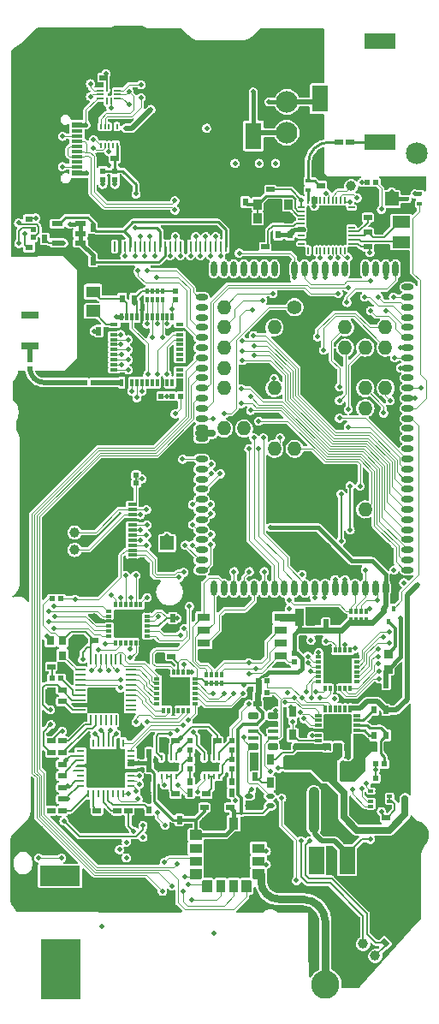
<source format=gtl>
G04 Layer: TopLayer*
G04 EasyEDA v6.5.21, 2022-10-22 15:56:40*
G04 9ab0f769691e454ba0e7696980ab9178,294cf934c43b457281b0b0dcd80bbfec,10*
G04 Gerber Generator version 0.2*
G04 Scale: 100 percent, Rotated: No, Reflected: No *
G04 Dimensions in millimeters *
G04 leading zeros omitted , absolute positions ,4 integer and 5 decimal *
%FSLAX45Y45*%
%MOMM*%

%AMMACRO1*21,1,$1,$2,0,0,$3*%
%AMMACRO2*4,1,5,0.61,0.475,0.61,-0.475,-0.46,-0.475,-0.61,-0.325,-0.61,0.475,0.61,0.475,0*%
%AMMACRO3*4,1,5,0.61,0.475,0.61,-0.475,-0.61,-0.475,-0.61,0.325,-0.46,0.475,0.61,0.475,0*%
%AMMACRO4*4,1,5,0.3,0.45,0.45,0.3,0.45,-0.45,-0.45,-0.45,-0.45,0.45,0.3,0.45,0*%
%AMMACRO5*4,1,5,-0.475,0.61,0.475,0.61,0.475,-0.46,0.325,-0.61,-0.475,-0.61,-0.475,0.61,0*%
%AMMACRO6*4,1,5,-0.475,0.61,0.475,0.61,0.475,-0.61,-0.3251,-0.61,-0.475,-0.46,-0.475,0.61,0*%
%AMMACRO7*4,1,5,0.475,-0.61,-0.475,-0.61,-0.475,0.46,-0.325,0.61,0.475,0.61,0.475,-0.61,0*%
%AMMACRO8*4,1,5,-0.61,-0.475,-0.61,0.475,0.46,0.475,0.61,0.325,0.61,-0.475,-0.61,-0.475,0*%
%AMMACRO9*4,1,5,0.475,-0.61,-0.475,-0.61,-0.475,0.61,0.325,0.61,0.475,0.46,0.475,-0.61,0*%
%AMMACRO10*4,1,5,-0.61,-0.475,-0.61,0.475,0.61,0.475,0.61,-0.325,0.46,-0.475,-0.61,-0.475,0*%
%AMMACRO11*4,1,8,-0.4,-0.35,-0.5,-0.25,-0.5,0.25,-0.4,0.35,0.4,0.35,0.5,0.25,0.5,-0.25,0.4,-0.35,-0.4,-0.35,0*%
%AMMACRO12*4,1,8,0.5,-0.1,0.4,-0.2,-0.4,-0.2,-0.5,-0.1,-0.5,0.1,-0.4,0.2,0.4,0.2,0.5,0.1,0.5,-0.1,0*%
%ADD10C,0.2930*%
%ADD11C,0.1000*%
%ADD12C,0.2500*%
%ADD13C,0.2000*%
%ADD14C,0.1500*%
%ADD15C,0.1200*%
%ADD16C,0.5000*%
%ADD17C,0.3900*%
%ADD18C,0.3000*%
%ADD19C,0.3990*%
%ADD20C,0.6000*%
%ADD21C,0.8000*%
%ADD22C,0.1600*%
%ADD23C,0.3500*%
%ADD24C,1.0000*%
%ADD25C,0.1800*%
%ADD26C,0.7000*%
%ADD27C,0.2200*%
%ADD28R,4.0000X2.0000*%
%ADD29R,4.0000X6.0000*%
%ADD30MACRO1,1.4986X3.0023X90.0000*%
%ADD31MACRO1,0.54X0.7901X-90.0000*%
%ADD32MACRO1,0.505X0.224X90.0000*%
%ADD33R,0.2240X0.5050*%
%ADD34MACRO1,0.9X1.4X90.0000*%
%ADD35R,3.0000X3.0000*%
%ADD36R,0.6350X0.1778*%
%ADD37R,0.1778X0.6350*%
%ADD38MACRO1,0.54X0.7901X90.0000*%
%ADD39MACRO1,0.54X0.7901X0.0000*%
%ADD40R,0.5400X0.7901*%
%ADD41R,0.5500X0.4000*%
%ADD42R,1.8000X1.2000*%
%ADD43MACRO1,0.8X1X0.0000*%
%ADD44MACRO1,0.54X0.5656X0.0000*%
%ADD45R,0.5400X0.5657*%
%ADD46O,1.1999976X0.5999988*%
%ADD47O,0.5999988X1.499997*%
%ADD48O,1.3899896X1.3899896*%
%ADD49C,1.3900*%
%ADD50R,1.0720X0.5320*%
%ADD51R,0.9000X0.3000*%
%ADD52R,1.2000X0.6000*%
%ADD53MACRO1,0.505X0.3X-90.0000*%
%ADD54MACRO1,0.505X0.3X90.0000*%
%ADD55MACRO1,1.35X1.4101X0.0000*%
%ADD56R,1.3500X1.4100*%
%ADD57R,1.6600X0.8000*%
%ADD58R,2.5000X2.5000*%
%ADD59R,0.6000X0.3000*%
%ADD60R,0.3000X0.6000*%
%ADD61R,0.2500X1.0000*%
%ADD62R,0.6000X1.0000*%
%ADD63R,0.5100X0.4000*%
%ADD64R,0.4000X0.5100*%
%ADD65R,0.5500X0.5500*%
%ADD66MACRO1,0.54X0.5656X-90.0000*%
%ADD67MACRO1,0.54X0.5656X90.0000*%
%ADD68R,0.9500X1.2200*%
%ADD69R,1.2200X0.9500*%
%ADD70MACRO2*%
%ADD71MACRO3*%
%ADD72MACRO4*%
%ADD73R,0.9000X0.9000*%
%ADD74MACRO5*%
%ADD75MACRO6*%
%ADD76MACRO7*%
%ADD77MACRO8*%
%ADD78MACRO9*%
%ADD79MACRO10*%
%ADD80R,1.2700X0.8000*%
%ADD81R,3.3000X4.2000*%
%ADD82R,0.5000X0.5000*%
%ADD83R,0.8000X0.5500*%
%ADD84R,1.0000X1.5000*%
%ADD85R,1.5240X2.7940*%
%ADD86R,0.5000X3.8000*%
%ADD87R,1.2000X2.0000*%
%ADD88R,1.5000X2.0000*%
%ADD89R,1.1000X0.6000*%
%ADD90R,1.1000X0.3000*%
%ADD91R,0.7500X1.0000*%
%ADD92MACRO11*%
%ADD93MACRO12*%
%ADD94MACRO1,0.864X0.8065X0.0000*%
%ADD95R,0.8640X0.8065*%
%ADD96R,0.8000X0.9000*%
%ADD97R,1.0000X0.2250*%
%ADD98R,0.2250X1.0000*%
%ADD99R,0.2800X0.5500*%
%ADD100O,0.8299958000000001X0.4899914*%
%ADD101MACRO1,0.7X1.6X0.0000*%
%ADD102MACRO1,1.35X1.41X90.0000*%
%ADD103R,0.7000X0.2000*%
%ADD104R,0.2000X0.7000*%
%ADD105R,0.8000X0.3000*%
%ADD106R,0.3000X0.8000*%
%ADD107R,3.4000X3.4000*%
%ADD108R,0.8000X0.2800*%
%ADD109R,0.0160X0.2800*%
%ADD110R,0.2800X0.8000*%
%ADD111R,0.9000X0.8000*%
%ADD112MACRO1,1.1011X2X0.0000*%
%ADD113MACRO1,0.665X0.28X-90.0000*%
%ADD114MACRO1,0.28X0.665X-90.0000*%
%ADD115R,0.2800X0.6650*%
%ADD116R,2.6000X2.6000*%
%ADD117MACRO1,0.505X0.28X0.0000*%
%ADD118MACRO1,0.9X1.65X0.0000*%
%ADD119R,1.6256X2.6416*%
%ADD120C,2.1336*%
%ADD121MACRO1,0.54X0.7901X45.0000*%
%ADD122R,1.3770X1.1325*%
%ADD123MACRO1,1.377X1.1325X0.0000*%
%ADD124C,2.1590*%
%ADD125C,2.5000*%
%ADD126C,2.8000*%
%ADD127C,0.5000*%
%ADD128C,0.4800*%

%LPD*%
G36*
X-24892Y5003292D02*
G01*
X-28956Y5004358D01*
X-32258Y5006898D01*
X-34188Y5010607D01*
X-35306Y5014366D01*
X-39268Y5022037D01*
X-44602Y5028844D01*
X-51155Y5034483D01*
X-58623Y5038801D01*
X-65176Y5041087D01*
X-68732Y5043220D01*
X-71170Y5046624D01*
X-72034Y5050688D01*
X-72034Y5101386D01*
X-72593Y5106517D01*
X-74117Y5110835D01*
X-76555Y5114696D01*
X-79756Y5117947D01*
X-83667Y5120386D01*
X-87985Y5121910D01*
X-93065Y5122468D01*
X-141122Y5122468D01*
X-144983Y5123230D01*
X-148285Y5125466D01*
X-167284Y5144465D01*
X-173380Y5149392D01*
X-179933Y5152745D01*
X-187147Y5154676D01*
X-192938Y5155133D01*
X-212191Y5155133D01*
X-216103Y5155895D01*
X-219405Y5158079D01*
X-221589Y5161381D01*
X-222351Y5165293D01*
X-222351Y5294985D01*
X-221335Y5313781D01*
X-218440Y5331866D01*
X-213614Y5349494D01*
X-207010Y5366562D01*
X-198678Y5382869D01*
X-188671Y5398160D01*
X-177088Y5412384D01*
X-164084Y5425287D01*
X-149860Y5436717D01*
X-134467Y5446674D01*
X-118160Y5454904D01*
X-113792Y5456580D01*
X-109931Y5457240D01*
X-106121Y5456428D01*
X-102920Y5454192D01*
X-100736Y5450941D01*
X-100025Y5447080D01*
X-100025Y5200954D01*
X-99314Y5199278D01*
X-70713Y5170678D01*
X-68986Y5169966D01*
X256184Y5169966D01*
X260045Y5169204D01*
X263296Y5167071D01*
X265531Y5163870D01*
X266344Y5160010D01*
X265684Y5156149D01*
X263601Y5152847D01*
X260451Y5150561D01*
X252272Y5146852D01*
X245211Y5141823D01*
X239267Y5135575D01*
X234594Y5128310D01*
X232917Y5124145D01*
X230835Y5120894D01*
X227736Y5118658D01*
X224028Y5117744D01*
X220217Y5118303D01*
X216865Y5120182D01*
X208889Y5126990D01*
X199491Y5132781D01*
X189280Y5136997D01*
X178511Y5139588D01*
X167487Y5140452D01*
X156464Y5139588D01*
X145694Y5136997D01*
X135483Y5132781D01*
X126085Y5126990D01*
X117652Y5119827D01*
X110489Y5111394D01*
X104698Y5101945D01*
X100482Y5091734D01*
X97891Y5081016D01*
X97028Y5069992D01*
X98298Y5054346D01*
X97231Y5050891D01*
X94945Y5047996D01*
X91846Y5046116D01*
X88239Y5045456D01*
X32766Y5045456D01*
X26822Y5044846D01*
X21437Y5042916D01*
X16611Y5039918D01*
X14274Y5037785D01*
X-17272Y5006289D01*
X-20777Y5004003D01*
G37*

%LPD*%
G36*
X743458Y4982565D02*
G01*
X739902Y4982972D01*
X669137Y4982921D01*
X665276Y4983683D01*
X661974Y4985918D01*
X659739Y4989220D01*
X658977Y4993081D01*
X658977Y5009388D01*
X658418Y5014518D01*
X656894Y5018836D01*
X654456Y5022697D01*
X651205Y5025948D01*
X647344Y5028387D01*
X643026Y5029911D01*
X637895Y5030470D01*
X615289Y5030470D01*
X611682Y5031130D01*
X608533Y5033060D01*
X605739Y5037074D01*
X600354Y5043830D01*
X593852Y5049520D01*
X586384Y5053838D01*
X578205Y5056632D01*
X569620Y5057902D01*
X561035Y5057444D01*
X552602Y5055412D01*
X544779Y5051856D01*
X537718Y5046827D01*
X531774Y5040579D01*
X528269Y5035143D01*
X525983Y5032654D01*
X523036Y5031028D01*
X519734Y5030470D01*
X503123Y5030470D01*
X499262Y5031232D01*
X495960Y5033467D01*
X493776Y5036769D01*
X492963Y5040630D01*
X492963Y5047996D01*
X492302Y5053939D01*
X490423Y5059324D01*
X487426Y5064150D01*
X485292Y5066487D01*
X460044Y5091785D01*
X457809Y5095087D01*
X457047Y5098948D01*
X457047Y5133898D01*
X456488Y5139029D01*
X454964Y5143347D01*
X452526Y5147208D01*
X449275Y5150459D01*
X448056Y5151221D01*
X445008Y5154269D01*
X443433Y5158282D01*
X443738Y5162651D01*
X445770Y5166461D01*
X449275Y5169052D01*
X453491Y5169966D01*
X897432Y5169966D01*
X901293Y5169204D01*
X904595Y5167020D01*
X906780Y5163718D01*
X907592Y5159806D01*
X907592Y5026863D01*
X906627Y5022646D01*
X904036Y5019192D01*
X900226Y5017109D01*
X895908Y5016855D01*
X891844Y5018379D01*
X888796Y5021478D01*
X886460Y5025237D01*
X883208Y5028438D01*
X879348Y5030876D01*
X875030Y5032400D01*
X869899Y5032959D01*
X823010Y5032959D01*
X819708Y5033518D01*
X810717Y5036667D01*
X802132Y5037886D01*
X793496Y5037480D01*
X785114Y5035448D01*
X777240Y5031841D01*
X770229Y5026812D01*
X764235Y5020564D01*
X759561Y5013299D01*
X756361Y5005273D01*
X754735Y4996789D01*
X754735Y4992674D01*
X753872Y4988509D01*
X751332Y4985105D01*
X747674Y4982972D01*
G37*

%LPD*%
G36*
X-1472082Y4396384D02*
G01*
X-1475892Y4396943D01*
X-1479194Y4398873D01*
X-1481582Y4401870D01*
X-1484274Y4407052D01*
X-1487881Y4411675D01*
X-1489659Y4415129D01*
X-1489964Y4419092D01*
X-1489557Y4423054D01*
X-1489557Y4521911D01*
X-1490116Y4526991D01*
X-1491640Y4531309D01*
X-1494078Y4535220D01*
X-1497279Y4538421D01*
X-1501190Y4540859D01*
X-1505508Y4542383D01*
X-1510588Y4542942D01*
X-1519732Y4542942D01*
X-1523390Y4543653D01*
X-1526590Y4545634D01*
X-1528826Y4548632D01*
X-1529842Y4552238D01*
X-1529486Y4555998D01*
X-1527860Y4561382D01*
X-1527048Y4569968D01*
X-1527860Y4578553D01*
X-1530299Y4586884D01*
X-1534261Y4594555D01*
X-1539595Y4601311D01*
X-1546148Y4607001D01*
X-1553616Y4611319D01*
X-1561795Y4614164D01*
X-1570329Y4615383D01*
X-1578965Y4614976D01*
X-1587398Y4612944D01*
X-1595221Y4609338D01*
X-1602282Y4604308D01*
X-1608226Y4598060D01*
X-1612900Y4590796D01*
X-1616100Y4582769D01*
X-1617776Y4574286D01*
X-1617776Y4565650D01*
X-1615287Y4553051D01*
X-1616100Y4549190D01*
X-1618284Y4545888D01*
X-1621586Y4543704D01*
X-1625447Y4542942D01*
X-1634439Y4542942D01*
X-1639570Y4542383D01*
X-1644142Y4540808D01*
X-1647494Y4540199D01*
X-1650847Y4540808D01*
X-1655470Y4542383D01*
X-1660601Y4542993D01*
X-1679346Y4542993D01*
X-1683257Y4543755D01*
X-1686560Y4545939D01*
X-1688744Y4549241D01*
X-1689506Y4553153D01*
X-1689506Y4624476D01*
X-1690319Y4631842D01*
X-1692452Y4638395D01*
X-1695957Y4644491D01*
X-1699463Y4648606D01*
X-1715516Y4664659D01*
X-1717700Y4667910D01*
X-1718462Y4671822D01*
X-1717700Y4675682D01*
X-1715516Y4678984D01*
X-1712214Y4681220D01*
X-1708302Y4681982D01*
X-1167892Y4681982D01*
X-1163980Y4681220D01*
X-1160678Y4678984D01*
X-1108506Y4626813D01*
X-1106271Y4623511D01*
X-1105509Y4619599D01*
X-1105509Y4553102D01*
X-1106271Y4549241D01*
X-1108506Y4545939D01*
X-1111808Y4543755D01*
X-1115669Y4542942D01*
X-1119733Y4542942D01*
X-1123391Y4543653D01*
X-1126591Y4545634D01*
X-1128826Y4548632D01*
X-1129842Y4552238D01*
X-1129487Y4555998D01*
X-1127861Y4561382D01*
X-1127048Y4569968D01*
X-1127861Y4578553D01*
X-1130300Y4586884D01*
X-1134262Y4594555D01*
X-1139596Y4601311D01*
X-1146149Y4607001D01*
X-1153617Y4611319D01*
X-1161796Y4614164D01*
X-1170330Y4615383D01*
X-1178966Y4614976D01*
X-1187399Y4612944D01*
X-1195222Y4609338D01*
X-1202283Y4604308D01*
X-1208227Y4598060D01*
X-1215237Y4586986D01*
X-1218336Y4584750D01*
X-1222095Y4583836D01*
X-1225905Y4584395D01*
X-1229207Y4586325D01*
X-1231595Y4589373D01*
X-1234287Y4594555D01*
X-1239621Y4601311D01*
X-1246124Y4607001D01*
X-1253642Y4611319D01*
X-1261821Y4614164D01*
X-1270355Y4615383D01*
X-1278991Y4614976D01*
X-1287373Y4612944D01*
X-1295247Y4609338D01*
X-1302258Y4604308D01*
X-1308252Y4598060D01*
X-1315212Y4586986D01*
X-1318361Y4584750D01*
X-1322070Y4583836D01*
X-1325880Y4584395D01*
X-1329232Y4586325D01*
X-1331620Y4589373D01*
X-1334262Y4594555D01*
X-1339596Y4601311D01*
X-1346149Y4607001D01*
X-1353616Y4611319D01*
X-1361795Y4614164D01*
X-1370330Y4615383D01*
X-1378966Y4614976D01*
X-1387398Y4612944D01*
X-1395222Y4609338D01*
X-1402283Y4604308D01*
X-1408226Y4598060D01*
X-1412900Y4590796D01*
X-1416100Y4582769D01*
X-1417777Y4574286D01*
X-1417777Y4565650D01*
X-1415288Y4553051D01*
X-1416100Y4549190D01*
X-1418285Y4545888D01*
X-1421587Y4543704D01*
X-1425448Y4542942D01*
X-1434439Y4542942D01*
X-1439570Y4542383D01*
X-1443888Y4540859D01*
X-1447800Y4538421D01*
X-1451000Y4535220D01*
X-1453438Y4531309D01*
X-1454962Y4526991D01*
X-1455521Y4521911D01*
X-1455521Y4423054D01*
X-1455115Y4419142D01*
X-1455572Y4414774D01*
X-1465224Y4399534D01*
X-1468323Y4397298D01*
G37*

%LPD*%
G36*
X-2329840Y4346498D02*
G01*
X-2333752Y4347260D01*
X-2337054Y4349445D01*
X-2339238Y4352747D01*
X-2340000Y4356658D01*
X-2340000Y4365904D01*
X-2340610Y4371035D01*
X-2341930Y4374946D01*
X-2342489Y4379264D01*
X-2342083Y4383633D01*
X-2342896Y4392269D01*
X-2345334Y4400550D01*
X-2349296Y4408220D01*
X-2354630Y4415028D01*
X-2361133Y4420666D01*
X-2368651Y4424984D01*
X-2374087Y4427169D01*
X-2375865Y4428591D01*
X-2434285Y4486960D01*
X-2436469Y4490262D01*
X-2437282Y4494174D01*
X-2437282Y4533493D01*
X-2437841Y4538624D01*
X-2439365Y4542942D01*
X-2441803Y4546803D01*
X-2444953Y4551070D01*
X-2445715Y4554982D01*
X-2444953Y4558842D01*
X-2441803Y4563160D01*
X-2439365Y4567021D01*
X-2437841Y4571339D01*
X-2437282Y4576470D01*
X-2437282Y4589627D01*
X-2436520Y4593386D01*
X-2434437Y4596638D01*
X-2431288Y4598873D01*
X-2427579Y4599736D01*
X-2423769Y4599178D01*
X-2419045Y4597552D01*
X-2413965Y4596993D01*
X-2375255Y4596993D01*
X-2370734Y4595926D01*
X-2367330Y4594250D01*
X-2360523Y4592421D01*
X-2355088Y4591964D01*
X-2100376Y4591964D01*
X-2096516Y4591202D01*
X-2093214Y4589018D01*
X-2064512Y4560316D01*
X-2062327Y4557014D01*
X-2061565Y4553153D01*
X-2062327Y4549241D01*
X-2064512Y4545939D01*
X-2067814Y4543755D01*
X-2071725Y4542993D01*
X-2084425Y4542993D01*
X-2089556Y4542383D01*
X-2093874Y4540910D01*
X-2097786Y4538472D01*
X-2100986Y4535220D01*
X-2103424Y4531360D01*
X-2104948Y4527042D01*
X-2105507Y4521911D01*
X-2105507Y4423054D01*
X-2105101Y4419193D01*
X-2105558Y4414774D01*
X-2112924Y4403293D01*
X-2116124Y4395317D01*
X-2117750Y4386834D01*
X-2117750Y4378147D01*
X-2116124Y4369663D01*
X-2111705Y4358081D01*
X-2112010Y4353763D01*
X-2114092Y4350004D01*
X-2117547Y4347413D01*
X-2121763Y4346498D01*
G37*

%LPC*%
G36*
X-2184450Y4401972D02*
G01*
X-2160574Y4401972D01*
X-2155494Y4402582D01*
X-2151176Y4404055D01*
X-2147265Y4406493D01*
X-2144064Y4409744D01*
X-2141626Y4413605D01*
X-2140102Y4417923D01*
X-2139543Y4423054D01*
X-2139543Y4521911D01*
X-2140102Y4527042D01*
X-2141626Y4531360D01*
X-2144064Y4535220D01*
X-2147265Y4538472D01*
X-2151176Y4540910D01*
X-2155494Y4542383D01*
X-2160574Y4542993D01*
X-2184450Y4542993D01*
X-2189581Y4542383D01*
X-2193899Y4540910D01*
X-2197760Y4538472D01*
X-2201011Y4535220D01*
X-2203450Y4531360D01*
X-2204923Y4527042D01*
X-2205532Y4521911D01*
X-2205532Y4423054D01*
X-2204923Y4417923D01*
X-2203450Y4413605D01*
X-2201011Y4409744D01*
X-2197760Y4406493D01*
X-2193899Y4404055D01*
X-2189581Y4402582D01*
G37*

%LPD*%
G36*
X-344373Y4321352D02*
G01*
X-347980Y4322826D01*
X-350774Y4325518D01*
X-353771Y4329836D01*
X-360019Y4336034D01*
X-362610Y4337862D01*
X-364896Y4340148D01*
X-366420Y4342993D01*
X-366928Y4346194D01*
X-366928Y4362094D01*
X-367588Y4368088D01*
X-369468Y4373473D01*
X-372516Y4378299D01*
X-374599Y4380636D01*
X-419303Y4425289D01*
X-423976Y4429048D01*
X-429107Y4431538D01*
X-434644Y4432808D01*
X-437794Y4432960D01*
X-615340Y4432960D01*
X-619252Y4433773D01*
X-622554Y4435957D01*
X-624738Y4439259D01*
X-625500Y4443120D01*
X-625500Y4493920D01*
X-626059Y4499051D01*
X-628650Y4505858D01*
X-629005Y4508500D01*
X-629005Y4613960D01*
X-628243Y4617872D01*
X-626008Y4621174D01*
X-619861Y4627321D01*
X-616559Y4629556D01*
X-612648Y4630318D01*
X-608787Y4629556D01*
X-605485Y4627321D01*
X-603300Y4624019D01*
X-602488Y4620158D01*
X-602488Y4550562D01*
X-601929Y4545431D01*
X-600405Y4541113D01*
X-597966Y4537252D01*
X-594766Y4534001D01*
X-590905Y4531563D01*
X-586587Y4530039D01*
X-581456Y4529480D01*
X-528574Y4529480D01*
X-523443Y4530039D01*
X-519125Y4531563D01*
X-515264Y4534001D01*
X-512064Y4537252D01*
X-509625Y4541113D01*
X-509066Y4542688D01*
X-506933Y4546244D01*
X-503529Y4548632D01*
X-499465Y4549495D01*
X-495554Y4549495D01*
X-491490Y4548632D01*
X-488137Y4546244D01*
X-485952Y4542688D01*
X-485444Y4541113D01*
X-483006Y4537252D01*
X-479755Y4534001D01*
X-475894Y4531563D01*
X-471576Y4530039D01*
X-466445Y4529480D01*
X-413562Y4529480D01*
X-408482Y4530039D01*
X-404164Y4531563D01*
X-400253Y4534001D01*
X-397052Y4537252D01*
X-394614Y4541113D01*
X-393090Y4545431D01*
X-392531Y4550562D01*
X-392531Y4555286D01*
X-391566Y4559554D01*
X-388975Y4563008D01*
X-385165Y4565040D01*
X-380847Y4565345D01*
X-376783Y4563821D01*
X-373735Y4560722D01*
X-372160Y4558182D01*
X-368909Y4554931D01*
X-365048Y4552492D01*
X-360730Y4551019D01*
X-355600Y4550410D01*
X-293268Y4550410D01*
X-288137Y4551019D01*
X-283819Y4552492D01*
X-279958Y4554931D01*
X-276707Y4558182D01*
X-274269Y4562043D01*
X-272796Y4566361D01*
X-272186Y4571492D01*
X-272186Y4588154D01*
X-272796Y4593234D01*
X-273913Y4596434D01*
X-274472Y4599838D01*
X-273913Y4603191D01*
X-272796Y4606290D01*
X-272135Y4612995D01*
X-271018Y4616805D01*
X-268122Y4622190D01*
X-265836Y4629708D01*
X-265074Y4637481D01*
X-265836Y4645253D01*
X-268122Y4652772D01*
X-271018Y4658156D01*
X-271881Y4660493D01*
X-272186Y4662982D01*
X-272186Y4668164D01*
X-272796Y4673244D01*
X-273913Y4676444D01*
X-274472Y4679848D01*
X-273913Y4683201D01*
X-272796Y4686401D01*
X-272186Y4691532D01*
X-272186Y4708144D01*
X-272796Y4713274D01*
X-273913Y4716475D01*
X-274472Y4719828D01*
X-273913Y4723180D01*
X-272796Y4726381D01*
X-272186Y4731512D01*
X-272186Y4748123D01*
X-272796Y4753254D01*
X-273913Y4756454D01*
X-274472Y4759807D01*
X-273913Y4763160D01*
X-272796Y4766360D01*
X-272186Y4771491D01*
X-272186Y4788154D01*
X-272796Y4793234D01*
X-273913Y4796434D01*
X-274472Y4799838D01*
X-273913Y4803190D01*
X-272796Y4806391D01*
X-272186Y4811522D01*
X-272186Y4828133D01*
X-272796Y4833264D01*
X-273913Y4836464D01*
X-274472Y4839817D01*
X-273913Y4843170D01*
X-272796Y4846370D01*
X-272186Y4851501D01*
X-272186Y4864862D01*
X-271424Y4868722D01*
X-269240Y4872024D01*
X-265938Y4874260D01*
X-262026Y4875022D01*
X-252933Y4875022D01*
X-249478Y4874412D01*
X-246430Y4872685D01*
X-244195Y4869992D01*
X-242925Y4866741D01*
X-241147Y4857140D01*
X-237896Y4849164D01*
X-233222Y4841900D01*
X-227279Y4835652D01*
X-220268Y4830622D01*
X-212394Y4827016D01*
X-203962Y4824984D01*
X-195376Y4824577D01*
X-186791Y4825796D01*
X-178612Y4828641D01*
X-171145Y4832959D01*
X-164642Y4838598D01*
X-159258Y4845405D01*
X-155295Y4853076D01*
X-152908Y4861356D01*
X-152450Y4865827D01*
X-151434Y4869383D01*
X-149199Y4872380D01*
X-145999Y4874310D01*
X-142341Y4875022D01*
X-128676Y4875022D01*
X-123596Y4875580D01*
X-120396Y4876698D01*
X-117043Y4877257D01*
X-113690Y4876698D01*
X-110489Y4875580D01*
X-105359Y4875022D01*
X-88696Y4875022D01*
X-83616Y4875580D01*
X-80416Y4876698D01*
X-77012Y4877257D01*
X-73660Y4876698D01*
X-70459Y4875580D01*
X-65328Y4875022D01*
X-48717Y4875022D01*
X-43586Y4875580D01*
X-40386Y4876698D01*
X-37033Y4877257D01*
X-33680Y4876698D01*
X-30480Y4875580D01*
X-25349Y4875022D01*
X-8686Y4875022D01*
X-3606Y4875580D01*
X-406Y4876698D01*
X2997Y4877257D01*
X6350Y4876698D01*
X9550Y4875580D01*
X14681Y4875022D01*
X31292Y4875022D01*
X36423Y4875580D01*
X39624Y4876698D01*
X42976Y4877257D01*
X46329Y4876698D01*
X49530Y4875580D01*
X54660Y4875022D01*
X71323Y4875022D01*
X76403Y4875580D01*
X79603Y4876698D01*
X82956Y4877257D01*
X86309Y4876698D01*
X89509Y4875580D01*
X94640Y4875022D01*
X108000Y4875022D01*
X111861Y4874260D01*
X115163Y4872024D01*
X117398Y4868722D01*
X118160Y4864862D01*
X118160Y4851501D01*
X118719Y4846370D01*
X120243Y4842052D01*
X122682Y4838192D01*
X125933Y4834940D01*
X129794Y4832502D01*
X134112Y4831029D01*
X139242Y4830419D01*
X201574Y4830419D01*
X206705Y4831029D01*
X211023Y4832502D01*
X214884Y4834940D01*
X218135Y4838192D01*
X220573Y4842052D01*
X222046Y4846370D01*
X222656Y4851501D01*
X222656Y4868164D01*
X222046Y4873244D01*
X220573Y4877562D01*
X218135Y4881473D01*
X214884Y4884674D01*
X211023Y4887112D01*
X206705Y4888636D01*
X204419Y4888890D01*
X200253Y4890312D01*
X197053Y4893360D01*
X195478Y4897475D01*
X195783Y4901844D01*
X196443Y4904130D01*
X198526Y4907940D01*
X201980Y4910531D01*
X206197Y4911445D01*
X210413Y4910531D01*
X212598Y4909515D01*
X221030Y4907483D01*
X229666Y4907076D01*
X238201Y4908296D01*
X246379Y4911140D01*
X253847Y4915458D01*
X260400Y4921097D01*
X265734Y4927904D01*
X269697Y4935575D01*
X272135Y4943856D01*
X272948Y4952441D01*
X272135Y4961077D01*
X269697Y4969357D01*
X265734Y4977028D01*
X260400Y4983835D01*
X253847Y4989474D01*
X246379Y4993792D01*
X238201Y4996637D01*
X229666Y4997856D01*
X223164Y4997551D01*
X218998Y4998212D01*
X215493Y5000548D01*
X213512Y5002530D01*
X211226Y5005984D01*
X210566Y5010099D01*
X211582Y5014112D01*
X214121Y5017414D01*
X217322Y5020157D01*
X224485Y5028539D01*
X230276Y5037988D01*
X234492Y5048199D01*
X238201Y5063744D01*
X240538Y5066842D01*
X243890Y5068773D01*
X247751Y5069382D01*
X251510Y5068468D01*
X260096Y5064506D01*
X268528Y5062474D01*
X277164Y5062067D01*
X282346Y5062524D01*
X288848Y5060543D01*
X293979Y5059984D01*
X349402Y5059984D01*
X354533Y5060543D01*
X363118Y5063896D01*
X366877Y5063896D01*
X371094Y5062067D01*
X375412Y5060543D01*
X380542Y5059984D01*
X415493Y5059984D01*
X419404Y5059222D01*
X422656Y5056987D01*
X439013Y5040680D01*
X441198Y5037378D01*
X441959Y5033518D01*
X441959Y4882591D01*
X441451Y4879441D01*
X440029Y4876596D01*
X431749Y4868062D01*
X427075Y4860798D01*
X423875Y4852771D01*
X422249Y4844288D01*
X422249Y4835652D01*
X423875Y4827168D01*
X427075Y4819142D01*
X431749Y4811877D01*
X437692Y4805629D01*
X444754Y4800600D01*
X452628Y4797044D01*
X461009Y4795012D01*
X469646Y4794554D01*
X478180Y4795824D01*
X486359Y4798618D01*
X493826Y4802936D01*
X500380Y4808626D01*
X505714Y4815382D01*
X509676Y4823104D01*
X512114Y4831384D01*
X512927Y4839970D01*
X512622Y4843373D01*
X513080Y4847539D01*
X515213Y4851146D01*
X518617Y4853635D01*
X522732Y4854498D01*
X637895Y4854498D01*
X643026Y4855057D01*
X647344Y4856581D01*
X651205Y4859020D01*
X654456Y4862220D01*
X656894Y4866132D01*
X658418Y4870450D01*
X658977Y4875530D01*
X658977Y4891887D01*
X659739Y4895799D01*
X661974Y4899050D01*
X665276Y4901285D01*
X669188Y4902047D01*
X739902Y4901996D01*
X745032Y4902555D01*
X749350Y4904079D01*
X753211Y4906518D01*
X756462Y4909718D01*
X758901Y4913630D01*
X760425Y4917948D01*
X760984Y4923028D01*
X760984Y4944973D01*
X761949Y4949291D01*
X764641Y4952796D01*
X768553Y4954828D01*
X772972Y4954981D01*
X785114Y4949545D01*
X793496Y4947513D01*
X801674Y4947107D01*
X805738Y4946040D01*
X809040Y4943398D01*
X810971Y4939639D01*
X811225Y4935423D01*
X809701Y4931460D01*
X803503Y4925212D01*
X801065Y4921351D01*
X799541Y4917033D01*
X798982Y4911902D01*
X798982Y4873040D01*
X799541Y4867910D01*
X801065Y4863592D01*
X803503Y4859731D01*
X806754Y4856480D01*
X810615Y4854092D01*
X812698Y4853330D01*
X816254Y4851196D01*
X818641Y4847844D01*
X819505Y4843780D01*
X819505Y4832248D01*
X818692Y4828387D01*
X816508Y4825085D01*
X780999Y4789576D01*
X777697Y4787341D01*
X773785Y4786579D01*
X769924Y4787341D01*
X766622Y4789576D01*
X765200Y4790948D01*
X761339Y4793386D01*
X757021Y4794910D01*
X751890Y4795469D01*
X573074Y4795469D01*
X567944Y4794910D01*
X563626Y4793386D01*
X559765Y4790948D01*
X556514Y4787696D01*
X554075Y4783836D01*
X552551Y4779518D01*
X551992Y4774387D01*
X551992Y4671822D01*
X551230Y4667910D01*
X548995Y4664608D01*
X482803Y4598416D01*
X479551Y4596231D01*
X475640Y4595469D01*
X401878Y4595469D01*
X398018Y4596231D01*
X394716Y4598416D01*
X392480Y4601718D01*
X391718Y4605629D01*
X391718Y4641392D01*
X391160Y4646523D01*
X389636Y4650841D01*
X387197Y4654702D01*
X383997Y4657953D01*
X380085Y4660392D01*
X375767Y4661916D01*
X370687Y4662474D01*
X347319Y4662474D01*
X343408Y4663236D01*
X340106Y4665472D01*
X337921Y4668774D01*
X337159Y4672634D01*
X337921Y4676546D01*
X340106Y4679797D01*
X351688Y4691380D01*
X355854Y4696561D01*
X358597Y4702251D01*
X359308Y4704994D01*
X361391Y4708855D01*
X364845Y4711547D01*
X369112Y4712462D01*
X375767Y4713071D01*
X380085Y4714544D01*
X383997Y4716983D01*
X387197Y4720234D01*
X389636Y4724095D01*
X391160Y4728413D01*
X391718Y4733544D01*
X391718Y4786426D01*
X391160Y4791506D01*
X389636Y4795824D01*
X387197Y4799736D01*
X383997Y4802936D01*
X380085Y4805375D01*
X375767Y4806899D01*
X370687Y4807458D01*
X292811Y4807458D01*
X287680Y4806899D01*
X283362Y4805375D01*
X279501Y4802936D01*
X276250Y4799736D01*
X273812Y4795824D01*
X272288Y4791506D01*
X271729Y4786426D01*
X271729Y4733544D01*
X272288Y4728413D01*
X273812Y4724095D01*
X276250Y4720234D01*
X282549Y4713782D01*
X283972Y4709515D01*
X283413Y4705096D01*
X281025Y4701336D01*
X239979Y4660290D01*
X236829Y4658156D01*
X233121Y4657344D01*
X229362Y4657902D01*
X226110Y4659833D01*
X223774Y4662881D01*
X222707Y4666488D01*
X222046Y4673346D01*
X220573Y4677562D01*
X218135Y4681474D01*
X214884Y4684674D01*
X211023Y4687112D01*
X206705Y4688636D01*
X201574Y4689195D01*
X139242Y4689195D01*
X134112Y4688636D01*
X129794Y4687112D01*
X125933Y4684674D01*
X122682Y4681474D01*
X120243Y4677562D01*
X118719Y4673244D01*
X118160Y4668164D01*
X118160Y4651502D01*
X118719Y4646371D01*
X119837Y4643170D01*
X120396Y4639818D01*
X119837Y4636465D01*
X118719Y4633264D01*
X118160Y4628134D01*
X118160Y4611522D01*
X118719Y4606391D01*
X119837Y4603191D01*
X120396Y4599838D01*
X119837Y4596434D01*
X118719Y4593234D01*
X118160Y4588154D01*
X118160Y4571492D01*
X118719Y4566361D01*
X119837Y4563160D01*
X120396Y4559808D01*
X119837Y4556455D01*
X118719Y4553254D01*
X118160Y4548124D01*
X118160Y4531512D01*
X118719Y4526381D01*
X119837Y4523181D01*
X120396Y4519828D01*
X119837Y4516475D01*
X118719Y4513275D01*
X118160Y4508144D01*
X118160Y4494784D01*
X117398Y4490923D01*
X115163Y4487621D01*
X111861Y4485436D01*
X108000Y4484624D01*
X94640Y4484624D01*
X89509Y4484065D01*
X86309Y4482947D01*
X82956Y4482388D01*
X79603Y4482947D01*
X76403Y4484065D01*
X71323Y4484624D01*
X54660Y4484624D01*
X49530Y4484065D01*
X46329Y4482947D01*
X42976Y4482388D01*
X39624Y4482947D01*
X36423Y4484065D01*
X31292Y4484624D01*
X14681Y4484624D01*
X9550Y4484065D01*
X6350Y4482947D01*
X2997Y4482388D01*
X-406Y4482947D01*
X-3606Y4484065D01*
X-8686Y4484624D01*
X-25349Y4484624D01*
X-30480Y4484065D01*
X-33680Y4482947D01*
X-37033Y4482388D01*
X-40386Y4482947D01*
X-43586Y4484065D01*
X-48717Y4484624D01*
X-65328Y4484624D01*
X-70459Y4484065D01*
X-73660Y4482947D01*
X-77012Y4482388D01*
X-80416Y4482947D01*
X-83616Y4484065D01*
X-88696Y4484624D01*
X-105359Y4484624D01*
X-110489Y4484065D01*
X-113690Y4482947D01*
X-117043Y4482388D01*
X-120396Y4482947D01*
X-123596Y4484065D01*
X-128676Y4484624D01*
X-145338Y4484624D01*
X-150469Y4484065D01*
X-153670Y4482947D01*
X-157022Y4482388D01*
X-160375Y4482947D01*
X-163576Y4484065D01*
X-168706Y4484624D01*
X-185318Y4484624D01*
X-190449Y4484065D01*
X-194767Y4482541D01*
X-198628Y4480102D01*
X-201879Y4476902D01*
X-204317Y4472990D01*
X-205841Y4468672D01*
X-206400Y4463592D01*
X-206400Y4401210D01*
X-205841Y4396079D01*
X-204317Y4391761D01*
X-201879Y4387900D01*
X-198628Y4384649D01*
X-194767Y4382211D01*
X-189484Y4380382D01*
X-185877Y4378198D01*
X-183489Y4374794D01*
X-182676Y4370679D01*
X-182727Y4355744D01*
X-184505Y4351934D01*
X-187706Y4349140D01*
X-191719Y4347921D01*
X-201218Y4347108D01*
X-209702Y4344822D01*
X-217678Y4341114D01*
X-224891Y4336034D01*
X-231140Y4329836D01*
X-234137Y4325518D01*
X-236931Y4322826D01*
X-240538Y4321403D01*
X-244398Y4321403D01*
X-248005Y4322826D01*
X-250799Y4325518D01*
X-253796Y4329836D01*
X-259994Y4336034D01*
X-267208Y4341114D01*
X-275183Y4344822D01*
X-283667Y4347108D01*
X-292455Y4347870D01*
X-301193Y4347108D01*
X-309676Y4344822D01*
X-317652Y4341114D01*
X-324866Y4336034D01*
X-331114Y4329836D01*
X-334111Y4325518D01*
X-336905Y4322826D01*
X-340512Y4321352D01*
G37*

%LPC*%
G36*
X-265328Y4380128D02*
G01*
X-248716Y4380128D01*
X-243586Y4380738D01*
X-239267Y4382211D01*
X-235407Y4384649D01*
X-232156Y4387900D01*
X-229717Y4391761D01*
X-228244Y4396079D01*
X-227634Y4401210D01*
X-227634Y4463592D01*
X-228244Y4468672D01*
X-229717Y4472990D01*
X-232156Y4476902D01*
X-235407Y4480102D01*
X-239267Y4482541D01*
X-243586Y4484065D01*
X-248716Y4484624D01*
X-262026Y4484624D01*
X-265938Y4485436D01*
X-269240Y4487621D01*
X-271424Y4490923D01*
X-272186Y4494784D01*
X-272186Y4508144D01*
X-272796Y4513275D01*
X-274269Y4517593D01*
X-276707Y4521454D01*
X-279958Y4524705D01*
X-283819Y4527143D01*
X-288137Y4528616D01*
X-293268Y4529226D01*
X-355600Y4529226D01*
X-360730Y4528616D01*
X-365048Y4527143D01*
X-368909Y4524705D01*
X-372160Y4521454D01*
X-374599Y4517593D01*
X-376123Y4513275D01*
X-376682Y4508144D01*
X-376682Y4491532D01*
X-376123Y4486402D01*
X-374599Y4482084D01*
X-372160Y4478223D01*
X-368909Y4474972D01*
X-365048Y4472533D01*
X-360730Y4471009D01*
X-355600Y4470450D01*
X-296570Y4470450D01*
X-292709Y4469688D01*
X-289407Y4467453D01*
X-287172Y4464151D01*
X-286410Y4460290D01*
X-286410Y4401210D01*
X-285851Y4396079D01*
X-284327Y4391761D01*
X-281889Y4387900D01*
X-278638Y4384649D01*
X-274777Y4382211D01*
X-270459Y4380738D01*
G37*

%LPD*%
G36*
X504748Y3945483D02*
G01*
X500888Y3946245D01*
X497585Y3948480D01*
X485495Y3960520D01*
X483108Y3964279D01*
X482600Y3968699D01*
X482955Y3972458D01*
X482142Y3981094D01*
X479704Y3989374D01*
X475742Y3997045D01*
X470408Y4003852D01*
X464312Y4009136D01*
X461822Y4012387D01*
X460806Y4016349D01*
X461416Y4020362D01*
X463600Y4023817D01*
X466953Y4026154D01*
X470966Y4026966D01*
X519684Y4026966D01*
X525678Y4027627D01*
X531063Y4029506D01*
X535889Y4032554D01*
X538226Y4034637D01*
X625348Y4121759D01*
X629056Y4126433D01*
X631545Y4131564D01*
X632815Y4137151D01*
X632968Y4140301D01*
X632968Y4158538D01*
X633526Y4161739D01*
X635000Y4164634D01*
X637336Y4166870D01*
X639978Y4168749D01*
X646226Y4174947D01*
X651256Y4182160D01*
X654964Y4190136D01*
X657250Y4198620D01*
X658063Y4207865D01*
X658063Y4296968D01*
X657250Y4306163D01*
X654964Y4314647D01*
X651256Y4322622D01*
X646226Y4329836D01*
X639978Y4336034D01*
X632764Y4341114D01*
X624840Y4344822D01*
X616305Y4347108D01*
X607568Y4347870D01*
X598779Y4347108D01*
X590296Y4344822D01*
X582320Y4341114D01*
X575106Y4336034D01*
X568909Y4329836D01*
X565861Y4325518D01*
X563067Y4322826D01*
X559460Y4321352D01*
X555599Y4321352D01*
X551992Y4322826D01*
X549198Y4325518D01*
X546201Y4329836D01*
X539953Y4336034D01*
X532739Y4341114D01*
X524814Y4344822D01*
X516280Y4347108D01*
X507542Y4347870D01*
X498754Y4347108D01*
X490270Y4344822D01*
X482295Y4341114D01*
X475081Y4336034D01*
X468884Y4329836D01*
X465835Y4325518D01*
X463042Y4322826D01*
X459485Y4321352D01*
X455574Y4321352D01*
X452018Y4322826D01*
X449224Y4325518D01*
X446176Y4329836D01*
X439978Y4336034D01*
X432765Y4341114D01*
X424789Y4344822D01*
X416306Y4347108D01*
X407517Y4347870D01*
X398780Y4347108D01*
X390296Y4344822D01*
X382320Y4341114D01*
X375107Y4336034D01*
X368858Y4329836D01*
X365861Y4325518D01*
X363067Y4322826D01*
X359460Y4321352D01*
X355600Y4321352D01*
X351993Y4322826D01*
X349199Y4325518D01*
X346202Y4329836D01*
X339953Y4336034D01*
X332740Y4341114D01*
X324815Y4344822D01*
X316280Y4347108D01*
X307543Y4347870D01*
X298754Y4347108D01*
X290271Y4344822D01*
X282295Y4341114D01*
X275082Y4336034D01*
X268884Y4329836D01*
X263855Y4322622D01*
X260096Y4314647D01*
X257860Y4306163D01*
X257048Y4296968D01*
X257048Y4207865D01*
X257860Y4198620D01*
X260096Y4190136D01*
X263855Y4182160D01*
X268884Y4174947D01*
X271018Y4172813D01*
X273202Y4169511D01*
X273964Y4165650D01*
X273202Y4161739D01*
X271018Y4158487D01*
X267716Y4156252D01*
X263804Y4155490D01*
X151231Y4155490D01*
X147370Y4156252D01*
X144068Y4158487D01*
X141833Y4161739D01*
X141071Y4165650D01*
X141833Y4169511D01*
X144068Y4172813D01*
X146202Y4174947D01*
X151231Y4182160D01*
X154940Y4190136D01*
X157226Y4198620D01*
X158038Y4207865D01*
X158038Y4296968D01*
X157226Y4306163D01*
X154736Y4315510D01*
X154482Y4319727D01*
X155854Y4324553D01*
X158089Y4327296D01*
X165354Y4333595D01*
X170738Y4340402D01*
X174701Y4348073D01*
X177088Y4356354D01*
X177952Y4364990D01*
X177088Y4373575D01*
X174701Y4381855D01*
X170738Y4389577D01*
X165354Y4396333D01*
X158851Y4402023D01*
X151384Y4406341D01*
X143205Y4409135D01*
X141071Y4409440D01*
X137617Y4410608D01*
X134823Y4412843D01*
X132994Y4415942D01*
X132334Y4419498D01*
X132334Y4460290D01*
X133146Y4464151D01*
X135331Y4467453D01*
X138633Y4469688D01*
X142494Y4470450D01*
X201574Y4470450D01*
X208838Y4471212D01*
X218998Y4471365D01*
X222910Y4470603D01*
X226314Y4468368D01*
X244602Y4450029D01*
X249783Y4445863D01*
X255574Y4443069D01*
X261670Y4441698D01*
X264414Y4441596D01*
X268325Y4440631D01*
X271526Y4438243D01*
X276250Y4430217D01*
X279501Y4427016D01*
X283362Y4424578D01*
X287680Y4423054D01*
X292811Y4422495D01*
X297078Y4422495D01*
X300939Y4421733D01*
X304241Y4419498D01*
X306476Y4416196D01*
X307238Y4412335D01*
X307238Y4408170D01*
X308864Y4399686D01*
X312064Y4391660D01*
X316738Y4384395D01*
X322732Y4378147D01*
X329742Y4373118D01*
X337616Y4369511D01*
X345998Y4367479D01*
X354634Y4367072D01*
X363220Y4368292D01*
X371348Y4371136D01*
X378866Y4375454D01*
X385368Y4381093D01*
X390702Y4387900D01*
X394665Y4395571D01*
X397103Y4403902D01*
X397916Y4412488D01*
X397103Y4421073D01*
X394665Y4429353D01*
X392379Y4433874D01*
X391414Y4436668D01*
X391312Y4439666D01*
X391718Y4443526D01*
X391718Y4484319D01*
X392480Y4488230D01*
X394716Y4491482D01*
X398018Y4493717D01*
X401878Y4494479D01*
X541832Y4494479D01*
X545693Y4493717D01*
X548995Y4491482D01*
X551230Y4488230D01*
X551992Y4484319D01*
X551992Y4455566D01*
X552551Y4450435D01*
X554075Y4446117D01*
X556514Y4442256D01*
X559765Y4439005D01*
X563626Y4436567D01*
X567944Y4435043D01*
X573074Y4434484D01*
X739343Y4434484D01*
X743204Y4433722D01*
X746506Y4431487D01*
X748690Y4428185D01*
X749503Y4424324D01*
X749503Y4212793D01*
X750112Y4206798D01*
X752043Y4201414D01*
X755040Y4196588D01*
X757174Y4194251D01*
X821486Y4129887D01*
X823721Y4126585D01*
X824484Y4122724D01*
X824484Y4091736D01*
X823620Y4087672D01*
X821232Y4084269D01*
X817676Y4082135D01*
X813562Y4081576D01*
X809599Y4082745D01*
X806399Y4085386D01*
X800658Y4097629D01*
X795578Y4104843D01*
X789381Y4111040D01*
X782167Y4116120D01*
X774192Y4119829D01*
X765708Y4122115D01*
X756513Y4122928D01*
X697382Y4122928D01*
X688187Y4122115D01*
X679704Y4119829D01*
X671728Y4116120D01*
X664514Y4111040D01*
X658317Y4104843D01*
X653237Y4097629D01*
X649528Y4089654D01*
X647242Y4081170D01*
X646480Y4072432D01*
X647242Y4063644D01*
X649528Y4055160D01*
X653237Y4047185D01*
X658317Y4039971D01*
X664514Y4033774D01*
X668832Y4030726D01*
X671525Y4027932D01*
X672998Y4024325D01*
X672998Y4020464D01*
X671525Y4016857D01*
X668832Y4014063D01*
X664514Y4011066D01*
X658317Y4004868D01*
X656539Y4002328D01*
X654253Y3999992D01*
X651408Y3998518D01*
X648208Y3997960D01*
X627430Y3997960D01*
X624433Y3998417D01*
X621690Y3999788D01*
X617880Y4003852D01*
X611378Y4009491D01*
X603859Y4013809D01*
X595680Y4016654D01*
X587146Y4017873D01*
X578510Y4017467D01*
X570128Y4015435D01*
X562254Y4011828D01*
X555244Y4006850D01*
X549249Y4000601D01*
X544576Y3993286D01*
X541375Y3985310D01*
X539750Y3976827D01*
X539750Y3968140D01*
X542188Y3955542D01*
X541426Y3951681D01*
X539191Y3948429D01*
X535889Y3946245D01*
X532028Y3945483D01*
G37*

%LPD*%
G36*
X-1857908Y3565651D02*
G01*
X-1861820Y3566414D01*
X-1865122Y3568649D01*
X-1974037Y3677615D01*
X-1976272Y3680866D01*
X-1977034Y3684778D01*
X-1977034Y3706723D01*
X-1976272Y3710635D01*
X-1974037Y3713937D01*
X-1970786Y3716121D01*
X-1966874Y3716883D01*
X-1938070Y3716883D01*
X-1932990Y3717493D01*
X-1928622Y3718966D01*
X-1924761Y3721404D01*
X-1921560Y3724656D01*
X-1919122Y3728516D01*
X-1917598Y3732834D01*
X-1917039Y3737965D01*
X-1917039Y3816807D01*
X-1917598Y3821937D01*
X-1919122Y3826256D01*
X-1921611Y3831031D01*
X-1922018Y3833825D01*
X-1922018Y3932580D01*
X-1922424Y3937609D01*
X-1924100Y3943908D01*
X-1928926Y3953560D01*
X-1929993Y3957624D01*
X-1929333Y3961790D01*
X-1927047Y3965295D01*
X-1902561Y3989781D01*
X-1899361Y3991965D01*
X-1895551Y3992778D01*
X-1891690Y3992067D01*
X-1888439Y3990035D01*
X-1886153Y3986885D01*
X-1885238Y3983075D01*
X-1885797Y3979265D01*
X-1887423Y3974541D01*
X-1888032Y3969410D01*
X-1888032Y3920032D01*
X-1887423Y3914952D01*
X-1885899Y3910634D01*
X-1883511Y3906723D01*
X-1880971Y3904234D01*
X-1878787Y3900932D01*
X-1878025Y3897071D01*
X-1878025Y3839819D01*
X-1878787Y3835958D01*
X-1880971Y3832656D01*
X-1883511Y3830116D01*
X-1885899Y3826256D01*
X-1887423Y3821937D01*
X-1888032Y3816807D01*
X-1888032Y3738930D01*
X-1888439Y3736086D01*
X-1889607Y3733444D01*
X-1892909Y3728313D01*
X-1896110Y3720287D01*
X-1897786Y3711803D01*
X-1897786Y3703167D01*
X-1896110Y3694684D01*
X-1892909Y3686657D01*
X-1888236Y3679393D01*
X-1882292Y3673144D01*
X-1875231Y3668115D01*
X-1867407Y3664508D01*
X-1858975Y3662476D01*
X-1850339Y3662070D01*
X-1837689Y3663950D01*
X-1833930Y3663086D01*
X-1830832Y3660851D01*
X-1828749Y3657600D01*
X-1827987Y3653840D01*
X-1827987Y3620109D01*
X-1828495Y3616960D01*
X-1829968Y3614115D01*
X-1838248Y3605580D01*
X-1842922Y3598316D01*
X-1846122Y3590290D01*
X-1847748Y3581806D01*
X-1847748Y3575812D01*
X-1848510Y3571951D01*
X-1850745Y3568649D01*
X-1854047Y3566414D01*
G37*

%LPD*%
G36*
X76809Y3283407D02*
G01*
X72948Y3284169D01*
X69646Y3286404D01*
X965Y3355086D01*
X-1270Y3358387D01*
X-2032Y3362248D01*
X-2032Y3457600D01*
X-1117Y3461816D01*
X1473Y3465271D01*
X5283Y3467354D01*
X9601Y3467658D01*
X13665Y3466134D01*
X16713Y3463086D01*
X18186Y3459022D01*
X18948Y3453688D01*
X22402Y3441598D01*
X27533Y3430168D01*
X34188Y3419500D01*
X42214Y3409899D01*
X51562Y3401466D01*
X61976Y3394456D01*
X73253Y3388969D01*
X79959Y3386785D01*
X83616Y3384651D01*
X86106Y3381248D01*
X86969Y3377133D01*
X86969Y3293567D01*
X86207Y3289706D01*
X83972Y3286404D01*
X80721Y3284169D01*
G37*

%LPD*%
G36*
X-1600250Y3188055D02*
G01*
X-1604365Y3188919D01*
X-1607769Y3191408D01*
X-1609902Y3195015D01*
X-1610360Y3199180D01*
X-1609547Y3207461D01*
X-1610360Y3216097D01*
X-1612798Y3224377D01*
X-1616760Y3232048D01*
X-1622094Y3238855D01*
X-1626006Y3242208D01*
X-1628597Y3245662D01*
X-1629511Y3249879D01*
X-1629511Y3470198D01*
X-1628749Y3474110D01*
X-1626514Y3477412D01*
X-1605432Y3498494D01*
X-1602130Y3500678D01*
X-1598269Y3501491D01*
X-1594358Y3500678D01*
X-1591056Y3498494D01*
X-1588871Y3495192D01*
X-1588109Y3491331D01*
X-1588109Y3488080D01*
X-1587500Y3482949D01*
X-1586230Y3477463D01*
X-1587500Y3472027D01*
X-1588109Y3466896D01*
X-1588109Y3438042D01*
X-1587500Y3432911D01*
X-1586230Y3427476D01*
X-1587500Y3422040D01*
X-1588109Y3416909D01*
X-1588109Y3388055D01*
X-1587500Y3382924D01*
X-1586230Y3377488D01*
X-1587500Y3372053D01*
X-1588109Y3366922D01*
X-1588109Y3338068D01*
X-1587500Y3332937D01*
X-1586026Y3328619D01*
X-1583588Y3324758D01*
X-1580337Y3321507D01*
X-1576476Y3319068D01*
X-1572158Y3317544D01*
X-1567027Y3316986D01*
X-1488186Y3316986D01*
X-1483055Y3317544D01*
X-1478737Y3319068D01*
X-1474876Y3321507D01*
X-1471625Y3324758D01*
X-1469186Y3328619D01*
X-1467662Y3332937D01*
X-1467104Y3338068D01*
X-1467104Y3366922D01*
X-1467662Y3372053D01*
X-1468983Y3377488D01*
X-1467662Y3382924D01*
X-1467104Y3388055D01*
X-1467104Y3416909D01*
X-1467662Y3422040D01*
X-1468983Y3427476D01*
X-1467662Y3432911D01*
X-1467104Y3438042D01*
X-1467104Y3466896D01*
X-1467662Y3472027D01*
X-1468983Y3477463D01*
X-1467662Y3482949D01*
X-1467104Y3488080D01*
X-1467104Y3516934D01*
X-1467662Y3522065D01*
X-1468983Y3527501D01*
X-1467662Y3532936D01*
X-1467104Y3538067D01*
X-1467104Y3566922D01*
X-1467662Y3572052D01*
X-1468983Y3577488D01*
X-1467662Y3582924D01*
X-1467104Y3588054D01*
X-1467104Y3616909D01*
X-1467662Y3622040D01*
X-1469186Y3626358D01*
X-1470660Y3628694D01*
X-1472082Y3633012D01*
X-1476400Y3634435D01*
X-1478737Y3635908D01*
X-1483055Y3637432D01*
X-1488186Y3637991D01*
X-1567027Y3637991D01*
X-1572158Y3637432D01*
X-1576476Y3635908D01*
X-1580337Y3633470D01*
X-1582826Y3630980D01*
X-1586026Y3628847D01*
X-1589735Y3627983D01*
X-1598015Y3627780D01*
X-1603400Y3626561D01*
X-1608531Y3624072D01*
X-1613204Y3620312D01*
X-1643430Y3590137D01*
X-1646885Y3587851D01*
X-1651000Y3587191D01*
X-1655013Y3588207D01*
X-1658315Y3590747D01*
X-1664258Y3602075D01*
X-1669592Y3608832D01*
X-1673504Y3612235D01*
X-1676095Y3615690D01*
X-1677009Y3619906D01*
X-1677009Y3653942D01*
X-1676349Y3657549D01*
X-1674469Y3660698D01*
X-1671574Y3662934D01*
X-1668119Y3664051D01*
X-1664462Y3663797D01*
X-1658975Y3662476D01*
X-1650339Y3662070D01*
X-1641805Y3663289D01*
X-1633626Y3666134D01*
X-1626158Y3670452D01*
X-1619605Y3676142D01*
X-1614271Y3682898D01*
X-1610309Y3690569D01*
X-1608023Y3698494D01*
X-1606042Y3702151D01*
X-1602841Y3704691D01*
X-1598879Y3705809D01*
X-1594815Y3705199D01*
X-1591310Y3703065D01*
X-1588922Y3699662D01*
X-1588109Y3695649D01*
X-1588109Y3688079D01*
X-1587500Y3682949D01*
X-1586026Y3678631D01*
X-1583588Y3674770D01*
X-1580337Y3671519D01*
X-1576476Y3669080D01*
X-1572158Y3667556D01*
X-1567027Y3666998D01*
X-1483207Y3667099D01*
X-1480312Y3666083D01*
X-1477873Y3664305D01*
X-1463802Y3650234D01*
X-1461516Y3646728D01*
X-1461058Y3643985D01*
X-1458366Y3643579D01*
X-1454861Y3641293D01*
X-1396288Y3582720D01*
X-1393901Y3579012D01*
X-1393342Y3574643D01*
X-1393545Y3572408D01*
X-1392783Y3563670D01*
X-1390497Y3555136D01*
X-1386789Y3547160D01*
X-1381709Y3539998D01*
X-1375511Y3533749D01*
X-1371193Y3530752D01*
X-1368501Y3527958D01*
X-1367028Y3524351D01*
X-1367028Y3520490D01*
X-1368501Y3516884D01*
X-1371193Y3514090D01*
X-1375511Y3511042D01*
X-1381709Y3504844D01*
X-1386789Y3497630D01*
X-1390497Y3489655D01*
X-1392783Y3481171D01*
X-1393545Y3472434D01*
X-1392783Y3463645D01*
X-1390497Y3455162D01*
X-1386789Y3447186D01*
X-1381709Y3439972D01*
X-1375511Y3433775D01*
X-1371193Y3430727D01*
X-1368501Y3427933D01*
X-1367078Y3424377D01*
X-1367078Y3420465D01*
X-1368501Y3416909D01*
X-1371193Y3414115D01*
X-1375562Y3411067D01*
X-1381760Y3404870D01*
X-1386789Y3397656D01*
X-1390497Y3389680D01*
X-1392783Y3381197D01*
X-1393545Y3372408D01*
X-1392783Y3363417D01*
X-1393342Y3359048D01*
X-1395730Y3355340D01*
X-1464665Y3286404D01*
X-1467459Y3284423D01*
X-1470710Y3283458D01*
X-1474114Y3283661D01*
X-1478737Y3285896D01*
X-1483055Y3287420D01*
X-1488186Y3287979D01*
X-1567027Y3287979D01*
X-1572158Y3287420D01*
X-1576476Y3285896D01*
X-1580337Y3283458D01*
X-1583588Y3280206D01*
X-1586026Y3276346D01*
X-1587500Y3272028D01*
X-1588109Y3266897D01*
X-1588109Y3238042D01*
X-1587500Y3232912D01*
X-1586230Y3227476D01*
X-1587500Y3222040D01*
X-1588109Y3216910D01*
X-1588109Y3198215D01*
X-1588871Y3194354D01*
X-1591056Y3191052D01*
X-1594358Y3188817D01*
X-1598269Y3188055D01*
G37*

%LPD*%
G36*
X-690219Y2960471D02*
G01*
X-694131Y2961233D01*
X-697433Y2963468D01*
X-816813Y3082798D01*
X-821486Y3086557D01*
X-826617Y3089046D01*
X-832154Y3090316D01*
X-835304Y3090468D01*
X-875080Y3090468D01*
X-878078Y3090926D01*
X-880821Y3092297D01*
X-884631Y3096361D01*
X-891133Y3102000D01*
X-898652Y3106318D01*
X-906830Y3109163D01*
X-915365Y3110382D01*
X-924001Y3109976D01*
X-931976Y3108045D01*
X-935634Y3107842D01*
X-939088Y3108909D01*
X-941984Y3111195D01*
X-943864Y3114344D01*
X-944524Y3117900D01*
X-944524Y3296310D01*
X-943711Y3300272D01*
X-941425Y3303625D01*
X-938072Y3305810D01*
X-934059Y3306470D01*
X-930148Y3305556D01*
X-922375Y3302000D01*
X-913993Y3299968D01*
X-905357Y3299561D01*
X-896823Y3300780D01*
X-888644Y3303625D01*
X-881126Y3307943D01*
X-874623Y3313633D01*
X-870813Y3317697D01*
X-868070Y3319018D01*
X-865073Y3319475D01*
X-649782Y3319475D01*
X-645871Y3318713D01*
X-642569Y3316478D01*
X-515975Y3189884D01*
X-513791Y3186582D01*
X-513029Y3182721D01*
X-513029Y3143859D01*
X-513791Y3139948D01*
X-516026Y3136646D01*
X-519379Y3134461D01*
X-523290Y3133699D01*
X-527202Y3134563D01*
X-530504Y3136798D01*
X-532841Y3139236D01*
X-542747Y3146958D01*
X-545388Y3148533D01*
X-548335Y3151022D01*
X-550062Y3154476D01*
X-550418Y3158286D01*
X-549554Y3167481D01*
X-550367Y3176066D01*
X-552805Y3184398D01*
X-556768Y3192068D01*
X-562102Y3198825D01*
X-568655Y3204514D01*
X-576122Y3208832D01*
X-584301Y3211677D01*
X-592836Y3212896D01*
X-601472Y3212490D01*
X-609904Y3210458D01*
X-617728Y3206851D01*
X-624789Y3201822D01*
X-630732Y3195574D01*
X-635406Y3188309D01*
X-638606Y3180283D01*
X-640283Y3171799D01*
X-640283Y3163163D01*
X-639064Y3157067D01*
X-639114Y3153105D01*
X-640588Y3149498D01*
X-643382Y3146704D01*
X-648411Y3143300D01*
X-657758Y3134868D01*
X-665835Y3125266D01*
X-672490Y3114649D01*
X-677570Y3103168D01*
X-681024Y3091078D01*
X-682802Y3078683D01*
X-682802Y3066135D01*
X-681024Y3053689D01*
X-677570Y3041599D01*
X-672490Y3030169D01*
X-665835Y3019501D01*
X-657758Y3009900D01*
X-648411Y3001467D01*
X-638048Y2994456D01*
X-626770Y2988970D01*
X-614832Y2985109D01*
X-602437Y2982925D01*
X-589889Y2982468D01*
X-577392Y2983788D01*
X-565251Y2986836D01*
X-553618Y2991510D01*
X-542747Y2997809D01*
X-532841Y3005531D01*
X-530504Y3007969D01*
X-527202Y3010204D01*
X-523290Y3011068D01*
X-519379Y3010306D01*
X-516026Y3008122D01*
X-513791Y3004820D01*
X-513029Y3000908D01*
X-513029Y2970631D01*
X-513791Y2966720D01*
X-516026Y2963468D01*
X-519277Y2961233D01*
X-523189Y2960471D01*
G37*

%LPD*%
G36*
X29768Y2657957D02*
G01*
X25857Y2658770D01*
X22555Y2660954D01*
X-334010Y3017570D01*
X-336245Y3020872D01*
X-337007Y3024733D01*
X-337007Y3272180D01*
X-337667Y3278174D01*
X-339547Y3283559D01*
X-342595Y3288385D01*
X-344678Y3290722D01*
X-621588Y3567633D01*
X-623925Y3571189D01*
X-624535Y3575405D01*
X-623417Y3579520D01*
X-620725Y3582771D01*
X-616915Y3584651D01*
X-612648Y3584803D01*
X-601827Y3582924D01*
X-589280Y3582466D01*
X-576834Y3583787D01*
X-564642Y3586835D01*
X-553008Y3591509D01*
X-542137Y3597808D01*
X-532231Y3605529D01*
X-523493Y3614572D01*
X-516128Y3624732D01*
X-510235Y3635806D01*
X-505968Y3647592D01*
X-503326Y3659886D01*
X-502462Y3672382D01*
X-503326Y3684930D01*
X-505968Y3697224D01*
X-510235Y3709009D01*
X-516128Y3720084D01*
X-523493Y3730244D01*
X-532231Y3739286D01*
X-542137Y3747008D01*
X-553008Y3753256D01*
X-564642Y3757980D01*
X-576834Y3761028D01*
X-589280Y3762298D01*
X-601827Y3761892D01*
X-614222Y3759708D01*
X-626160Y3755796D01*
X-637438Y3750310D01*
X-647852Y3743299D01*
X-657148Y3734917D01*
X-665226Y3725265D01*
X-671880Y3714648D01*
X-677011Y3703167D01*
X-680466Y3691128D01*
X-682193Y3678682D01*
X-682193Y3666134D01*
X-680466Y3653688D01*
X-677011Y3641648D01*
X-672795Y3632250D01*
X-671931Y3628186D01*
X-672744Y3624173D01*
X-675081Y3620770D01*
X-678586Y3618585D01*
X-682802Y3617976D01*
X-755040Y3617976D01*
X-758088Y3618433D01*
X-760831Y3619754D01*
X-764590Y3623818D01*
X-771144Y3629507D01*
X-778611Y3633825D01*
X-786790Y3636670D01*
X-795324Y3637889D01*
X-803960Y3637483D01*
X-812393Y3635451D01*
X-820216Y3631844D01*
X-823163Y3629761D01*
X-827074Y3628085D01*
X-831342Y3628136D01*
X-835050Y3629914D01*
X-833374Y3626561D01*
X-833119Y3622344D01*
X-834593Y3618433D01*
X-837895Y3613302D01*
X-841095Y3605276D01*
X-842771Y3596792D01*
X-842771Y3588156D01*
X-841197Y3580079D01*
X-841349Y3575608D01*
X-843330Y3571697D01*
X-846836Y3568954D01*
X-851153Y3567988D01*
X-867562Y3567988D01*
X-870559Y3568446D01*
X-873302Y3569766D01*
X-877112Y3573830D01*
X-886612Y3582009D01*
X-888339Y3585260D01*
X-888847Y3588918D01*
X-887984Y3592525D01*
X-885901Y3595573D01*
X-850341Y3631082D01*
X-846836Y3633419D01*
X-842670Y3634079D01*
X-838555Y3632962D01*
X-836015Y3630929D01*
X-837996Y3633266D01*
X-839165Y3637381D01*
X-838555Y3641648D01*
X-836218Y3645204D01*
X-637489Y3843934D01*
X-634187Y3846118D01*
X-630326Y3846931D01*
X-485952Y3846931D01*
X-482142Y3846169D01*
X-478891Y3844036D01*
X-476656Y3840886D01*
X-471881Y3830167D01*
X-465226Y3819499D01*
X-457149Y3809898D01*
X-447852Y3801516D01*
X-437438Y3794506D01*
X-426161Y3788968D01*
X-414223Y3785108D01*
X-401828Y3782923D01*
X-389280Y3782466D01*
X-376834Y3783787D01*
X-364642Y3786835D01*
X-353009Y3791508D01*
X-342138Y3797808D01*
X-332232Y3805529D01*
X-323494Y3814572D01*
X-316128Y3824732D01*
X-310235Y3835806D01*
X-305968Y3847592D01*
X-303326Y3859885D01*
X-302463Y3872382D01*
X-303326Y3884929D01*
X-305968Y3897223D01*
X-310235Y3909009D01*
X-316128Y3920083D01*
X-323494Y3930243D01*
X-332232Y3939286D01*
X-342138Y3947007D01*
X-353009Y3953256D01*
X-364642Y3957980D01*
X-376834Y3961028D01*
X-389280Y3962298D01*
X-401828Y3961892D01*
X-414223Y3959707D01*
X-426161Y3955796D01*
X-437438Y3950309D01*
X-447852Y3943299D01*
X-457149Y3934917D01*
X-465226Y3925265D01*
X-471881Y3914648D01*
X-476656Y3903929D01*
X-478891Y3900779D01*
X-482142Y3898646D01*
X-485952Y3897884D01*
X-644804Y3897884D01*
X-650748Y3897274D01*
X-653389Y3896512D01*
X-657250Y3894836D01*
X-661619Y3893972D01*
X-665886Y3895090D01*
X-669340Y3897884D01*
X-671220Y3901948D01*
X-671220Y3906367D01*
X-665327Y3918102D01*
X-662889Y3926382D01*
X-662076Y3934968D01*
X-662889Y3943604D01*
X-665327Y3951884D01*
X-669290Y3959555D01*
X-672033Y3963060D01*
X-673963Y3967124D01*
X-673963Y3971645D01*
X-671982Y3975709D01*
X-668426Y3978503D01*
X-664057Y3979519D01*
X-650087Y3979519D01*
X-646074Y3978656D01*
X-642721Y3976370D01*
X-637286Y3970629D01*
X-630224Y3965600D01*
X-622401Y3962044D01*
X-613968Y3960012D01*
X-605332Y3959606D01*
X-596798Y3960825D01*
X-588619Y3963619D01*
X-581152Y3967987D01*
X-574598Y3973626D01*
X-569264Y3980434D01*
X-565302Y3988104D01*
X-562864Y3996385D01*
X-562051Y4004970D01*
X-562864Y4013606D01*
X-565302Y4021886D01*
X-566775Y4024680D01*
X-567893Y4028643D01*
X-567283Y4032758D01*
X-565150Y4036263D01*
X-561797Y4038650D01*
X-557733Y4039514D01*
X-304800Y4039514D01*
X-300888Y4038701D01*
X-297586Y4036517D01*
X-253238Y3992168D01*
X-248564Y3988409D01*
X-243433Y3985920D01*
X-237845Y3984650D01*
X-234696Y3984498D01*
X-2590Y3984498D01*
X1422Y3983634D01*
X4775Y3981348D01*
X10210Y3975608D01*
X17272Y3970629D01*
X25095Y3967022D01*
X33528Y3964990D01*
X42164Y3964584D01*
X50698Y3965803D01*
X58877Y3968648D01*
X66344Y3972966D01*
X72898Y3978605D01*
X78232Y3985412D01*
X82194Y3993083D01*
X84632Y4001363D01*
X85445Y4009999D01*
X84632Y4018584D01*
X80924Y4031132D01*
X81483Y4035247D01*
X83616Y4038752D01*
X87020Y4041140D01*
X92405Y4042003D01*
X96418Y4041140D01*
X99771Y4038854D01*
X105206Y4033113D01*
X112268Y4028135D01*
X125171Y4022394D01*
X127914Y4019092D01*
X129082Y4014978D01*
X128422Y4010761D01*
X126136Y4007154D01*
X107187Y3988206D01*
X103428Y3983532D01*
X100939Y3978401D01*
X99669Y3972864D01*
X99517Y3962603D01*
X99009Y3959453D01*
X97536Y3956608D01*
X89255Y3948074D01*
X84582Y3940810D01*
X81381Y3932783D01*
X79756Y3924300D01*
X79756Y3915664D01*
X81381Y3907180D01*
X84582Y3899154D01*
X89255Y3891889D01*
X95199Y3885641D01*
X102260Y3880612D01*
X110134Y3877005D01*
X118516Y3874973D01*
X127152Y3874566D01*
X135686Y3875786D01*
X143865Y3878630D01*
X151333Y3882948D01*
X157886Y3888638D01*
X163220Y3895394D01*
X167182Y3903065D01*
X169621Y3911396D01*
X170434Y3919982D01*
X169621Y3928567D01*
X167182Y3936898D01*
X163220Y3944569D01*
X155346Y3954678D01*
X154330Y3958691D01*
X155041Y3962806D01*
X157327Y3966260D01*
X215087Y4024020D01*
X218389Y4026204D01*
X222250Y4026966D01*
X266700Y4026966D01*
X270865Y4026103D01*
X274269Y4023563D01*
X276402Y4019905D01*
X276809Y4015689D01*
X275488Y4011676D01*
X272592Y4008526D01*
X270205Y4006850D01*
X264261Y4000601D01*
X259588Y3993286D01*
X256387Y3985310D01*
X254711Y3976776D01*
X254711Y3968140D01*
X256387Y3959656D01*
X259588Y3951630D01*
X264261Y3944365D01*
X270205Y3938117D01*
X277266Y3933139D01*
X285140Y3929532D01*
X293522Y3927500D01*
X302158Y3927094D01*
X310692Y3928313D01*
X318871Y3931158D01*
X326339Y3935476D01*
X331063Y3939540D01*
X334314Y3941419D01*
X338074Y3942029D01*
X341731Y3941165D01*
X344881Y3939032D01*
X387756Y3896207D01*
X389890Y3892956D01*
X390702Y3889146D01*
X390042Y3885336D01*
X387959Y3882085D01*
X384860Y3879799D01*
X381050Y3878834D01*
X377240Y3879392D01*
X370687Y3881678D01*
X362153Y3882898D01*
X353517Y3882491D01*
X345135Y3880459D01*
X337261Y3876852D01*
X330250Y3871823D01*
X324256Y3865575D01*
X319582Y3858310D01*
X316382Y3850284D01*
X314756Y3841800D01*
X314756Y3833164D01*
X316382Y3824681D01*
X319582Y3816654D01*
X324256Y3809390D01*
X330250Y3803142D01*
X337261Y3798112D01*
X345135Y3794506D01*
X353517Y3792474D01*
X362153Y3792067D01*
X366522Y3792220D01*
X369468Y3791254D01*
X372008Y3789375D01*
X394258Y3767124D01*
X398932Y3763416D01*
X404063Y3760927D01*
X409651Y3759657D01*
X412800Y3759504D01*
X443077Y3759504D01*
X447040Y3758692D01*
X450392Y3756406D01*
X452577Y3752951D01*
X453237Y3748989D01*
X452272Y3745026D01*
X449884Y3741775D01*
X442214Y3734866D01*
X434187Y3725265D01*
X427532Y3714648D01*
X422757Y3703980D01*
X420573Y3700830D01*
X417322Y3698697D01*
X413512Y3697935D01*
X364794Y3697935D01*
X360883Y3698748D01*
X357581Y3700932D01*
X228193Y3830320D01*
X223520Y3834079D01*
X218389Y3836517D01*
X212852Y3837787D01*
X209702Y3837990D01*
X304Y3837990D01*
X-5689Y3837330D01*
X-11074Y3835450D01*
X-15900Y3832402D01*
X-18237Y3830320D01*
X-182829Y3665677D01*
X-186588Y3661003D01*
X-189077Y3655872D01*
X-190347Y3650335D01*
X-190500Y3647186D01*
X-190500Y3622598D01*
X-191008Y3619449D01*
X-192481Y3616604D01*
X-200761Y3608070D01*
X-205435Y3600805D01*
X-208635Y3592779D01*
X-210261Y3584295D01*
X-210261Y3575659D01*
X-208635Y3567176D01*
X-205435Y3559149D01*
X-200761Y3551885D01*
X-194767Y3545636D01*
X-187756Y3540607D01*
X-179882Y3537000D01*
X-171500Y3534968D01*
X-162864Y3534562D01*
X-154330Y3535781D01*
X-141732Y3540150D01*
X-137515Y3539744D01*
X-133858Y3537610D01*
X-131368Y3534206D01*
X-130505Y3530041D01*
X-130505Y3490112D01*
X-131013Y3486962D01*
X-132486Y3484118D01*
X-140716Y3475583D01*
X-145389Y3468319D01*
X-148590Y3460292D01*
X-150266Y3451809D01*
X-150266Y3443173D01*
X-148590Y3434689D01*
X-145389Y3426663D01*
X-140716Y3419398D01*
X-134772Y3413150D01*
X-127711Y3408121D01*
X-119887Y3404514D01*
X-111455Y3402482D01*
X-102819Y3402076D01*
X-94284Y3403295D01*
X-86106Y3406140D01*
X-78638Y3410458D01*
X-72085Y3416147D01*
X-71170Y3417315D01*
X-67970Y3420008D01*
X-63957Y3421176D01*
X-59842Y3420668D01*
X-56286Y3418535D01*
X-53848Y3415131D01*
X-53035Y3411067D01*
X-53035Y3347770D01*
X-52374Y3341827D01*
X-50495Y3336442D01*
X-47447Y3331616D01*
X-45364Y3329228D01*
X23977Y3259886D01*
X26212Y3256584D01*
X26974Y3252724D01*
X26974Y3127603D01*
X26466Y3124454D01*
X24993Y3121609D01*
X16764Y3113074D01*
X12090Y3105810D01*
X8890Y3097784D01*
X7213Y3089300D01*
X7213Y3080664D01*
X8890Y3072180D01*
X12090Y3064154D01*
X16764Y3056890D01*
X22707Y3050641D01*
X29768Y3045612D01*
X37592Y3042005D01*
X46024Y3039973D01*
X54660Y3039567D01*
X63195Y3040786D01*
X75742Y3045155D01*
X79959Y3044698D01*
X83616Y3042615D01*
X86106Y3039211D01*
X86969Y3035046D01*
X86969Y3027222D01*
X86207Y3023362D01*
X83972Y3020060D01*
X62026Y2998063D01*
X59486Y2996234D01*
X56540Y2995218D01*
X52171Y2995371D01*
X43535Y2994964D01*
X35102Y2992932D01*
X27279Y2989326D01*
X20218Y2984347D01*
X14274Y2978099D01*
X9601Y2970784D01*
X6400Y2962808D01*
X4724Y2954324D01*
X4724Y2945638D01*
X6400Y2937154D01*
X9601Y2929178D01*
X14274Y2921863D01*
X20218Y2915615D01*
X27279Y2910636D01*
X35102Y2907030D01*
X43535Y2904998D01*
X52171Y2904591D01*
X60706Y2905810D01*
X68884Y2908655D01*
X76352Y2912973D01*
X82905Y2918612D01*
X88188Y2925368D01*
X92760Y2934462D01*
X95605Y2937916D01*
X99669Y2939796D01*
X104190Y2939745D01*
X108204Y2937814D01*
X110998Y2934258D01*
X112014Y2929890D01*
X112014Y2905099D01*
X111506Y2901950D01*
X110032Y2899105D01*
X101752Y2890570D01*
X97078Y2883306D01*
X93878Y2875280D01*
X92252Y2866796D01*
X92252Y2858160D01*
X93878Y2849676D01*
X97078Y2841650D01*
X101752Y2834386D01*
X107746Y2828137D01*
X114757Y2823108D01*
X121869Y2819857D01*
X125018Y2817571D01*
X127101Y2814269D01*
X127812Y2810408D01*
X126949Y2806598D01*
X124764Y2803398D01*
X121462Y2801213D01*
X117652Y2800451D01*
X92456Y2800451D01*
X89408Y2800908D01*
X86664Y2802280D01*
X82905Y2806344D01*
X76352Y2811983D01*
X68884Y2816301D01*
X60706Y2819146D01*
X52171Y2820365D01*
X43535Y2819958D01*
X35102Y2817926D01*
X27279Y2814320D01*
X20218Y2809341D01*
X14274Y2803093D01*
X9601Y2795778D01*
X6400Y2787802D01*
X4724Y2779318D01*
X4724Y2770632D01*
X6400Y2762148D01*
X9601Y2754172D01*
X14274Y2746857D01*
X20218Y2740609D01*
X27279Y2735630D01*
X35102Y2732024D01*
X43535Y2729992D01*
X52171Y2729585D01*
X60706Y2730804D01*
X68884Y2733649D01*
X76352Y2737967D01*
X82905Y2743606D01*
X86664Y2747670D01*
X89408Y2749042D01*
X92456Y2749499D01*
X117652Y2749499D01*
X121462Y2748737D01*
X124764Y2746552D01*
X126949Y2743352D01*
X127812Y2739542D01*
X127101Y2735681D01*
X125018Y2732379D01*
X121869Y2730093D01*
X114757Y2726842D01*
X107746Y2721813D01*
X101752Y2715564D01*
X97078Y2708300D01*
X93878Y2700274D01*
X92252Y2691790D01*
X92252Y2683154D01*
X93878Y2674670D01*
X94996Y2671927D01*
X95707Y2668066D01*
X94894Y2664206D01*
X92710Y2660904D01*
X89408Y2658719D01*
X85547Y2657957D01*
G37*

%LPD*%
G36*
X640435Y2482799D02*
G01*
X636270Y2483459D01*
X632764Y2485796D01*
X343458Y2775102D01*
X341325Y2778150D01*
X340461Y2781757D01*
X340969Y2785414D01*
X342747Y2788666D01*
X345541Y2791104D01*
X357276Y2797810D01*
X367182Y2805531D01*
X375869Y2814574D01*
X383235Y2824734D01*
X389128Y2835808D01*
X393446Y2847594D01*
X396036Y2859887D01*
X396951Y2872384D01*
X396036Y2884932D01*
X393446Y2897174D01*
X389128Y2908960D01*
X383235Y2920085D01*
X375869Y2930194D01*
X367182Y2939237D01*
X357276Y2946958D01*
X346405Y2953258D01*
X334772Y2957931D01*
X322580Y2960979D01*
X310286Y2962300D01*
X297535Y2961843D01*
X285191Y2959709D01*
X273253Y2955798D01*
X261975Y2950311D01*
X251561Y2943301D01*
X242214Y2934868D01*
X234188Y2925267D01*
X227533Y2914650D01*
X222402Y2903169D01*
X218948Y2891078D01*
X217220Y2878683D01*
X217220Y2866136D01*
X218948Y2853690D01*
X222402Y2841599D01*
X227533Y2830169D01*
X234188Y2819501D01*
X236118Y2817164D01*
X237998Y2813812D01*
X238506Y2810052D01*
X237540Y2806344D01*
X235305Y2803245D01*
X232105Y2801213D01*
X228346Y2800451D01*
X157073Y2800451D01*
X153111Y2801264D01*
X149809Y2803550D01*
X147624Y2807004D01*
X146964Y2810967D01*
X147878Y2814929D01*
X150266Y2818180D01*
X153771Y2820212D01*
X156362Y2821127D01*
X163880Y2825445D01*
X170383Y2831134D01*
X175717Y2837891D01*
X179679Y2845562D01*
X182118Y2853893D01*
X182930Y2862478D01*
X182118Y2871063D01*
X179679Y2879394D01*
X175717Y2887065D01*
X170383Y2893822D01*
X166471Y2897225D01*
X163931Y2900680D01*
X162966Y2904896D01*
X162966Y3288284D01*
X163779Y3292195D01*
X165963Y3295497D01*
X258825Y3388360D01*
X262331Y3390646D01*
X266446Y3391357D01*
X270510Y3390290D01*
X273253Y3388969D01*
X285191Y3385108D01*
X297535Y3382924D01*
X310083Y3382467D01*
X322580Y3383787D01*
X334772Y3386836D01*
X346405Y3391509D01*
X357276Y3397808D01*
X367182Y3405530D01*
X375869Y3414572D01*
X383235Y3424732D01*
X389128Y3435807D01*
X393446Y3447592D01*
X396036Y3459886D01*
X397002Y3472383D01*
X396036Y3484930D01*
X393446Y3497173D01*
X389128Y3508959D01*
X383235Y3520084D01*
X375869Y3530193D01*
X367182Y3539236D01*
X357276Y3546957D01*
X346405Y3553256D01*
X334772Y3557930D01*
X322580Y3560978D01*
X310083Y3562299D01*
X297535Y3561842D01*
X285191Y3559708D01*
X273253Y3555796D01*
X261975Y3550310D01*
X251561Y3543300D01*
X242214Y3534867D01*
X234188Y3525265D01*
X227533Y3514648D01*
X222402Y3503168D01*
X218948Y3491077D01*
X217220Y3478682D01*
X216966Y3472383D01*
X217220Y3466134D01*
X218948Y3453688D01*
X222402Y3441598D01*
X224993Y3435858D01*
X225856Y3431895D01*
X225145Y3427882D01*
X222859Y3424529D01*
X155295Y3356965D01*
X151993Y3354730D01*
X148132Y3353968D01*
X144221Y3354730D01*
X140970Y3356965D01*
X138734Y3360267D01*
X137972Y3364128D01*
X137972Y3381248D01*
X138734Y3385159D01*
X140970Y3388461D01*
X144322Y3390696D01*
X146405Y3391509D01*
X157276Y3397808D01*
X167182Y3405530D01*
X175869Y3414572D01*
X183235Y3424732D01*
X189128Y3435807D01*
X193446Y3447592D01*
X196037Y3459886D01*
X197002Y3472383D01*
X196037Y3484930D01*
X193446Y3497173D01*
X189128Y3508959D01*
X183235Y3520084D01*
X175869Y3530193D01*
X167182Y3539236D01*
X157276Y3546957D01*
X146405Y3553256D01*
X134772Y3557930D01*
X122580Y3560978D01*
X110286Y3562299D01*
X97536Y3561842D01*
X85191Y3559708D01*
X73253Y3555796D01*
X61976Y3550310D01*
X51562Y3543300D01*
X42214Y3534867D01*
X34188Y3525265D01*
X27533Y3514648D01*
X22402Y3503168D01*
X18948Y3491077D01*
X18186Y3485743D01*
X16713Y3481679D01*
X13665Y3478631D01*
X9601Y3477107D01*
X5283Y3477412D01*
X1473Y3479495D01*
X-1117Y3482949D01*
X-2032Y3487165D01*
X-2032Y3523284D01*
X-1270Y3527196D01*
X965Y3530447D01*
X58826Y3588359D01*
X62331Y3590645D01*
X66446Y3591356D01*
X70510Y3590290D01*
X73253Y3588969D01*
X85191Y3585108D01*
X97536Y3582924D01*
X110286Y3582466D01*
X122580Y3583787D01*
X134772Y3586835D01*
X146405Y3591509D01*
X157276Y3597808D01*
X167182Y3605529D01*
X175869Y3614572D01*
X183235Y3624732D01*
X189128Y3635806D01*
X193446Y3647592D01*
X196037Y3659886D01*
X196951Y3672382D01*
X196037Y3684930D01*
X193446Y3697173D01*
X189128Y3708958D01*
X183235Y3720084D01*
X175869Y3730193D01*
X167182Y3739235D01*
X164490Y3741318D01*
X161848Y3744518D01*
X160629Y3748481D01*
X161137Y3752646D01*
X163271Y3756202D01*
X166674Y3758641D01*
X170789Y3759504D01*
X179578Y3759504D01*
X183489Y3758692D01*
X186791Y3756507D01*
X422909Y3520338D01*
X425145Y3516985D01*
X425907Y3512972D01*
X425043Y3509060D01*
X422401Y3503168D01*
X418947Y3491077D01*
X417220Y3478682D01*
X416966Y3472383D01*
X417220Y3466134D01*
X418947Y3453688D01*
X422401Y3441598D01*
X427532Y3430168D01*
X434187Y3419500D01*
X442214Y3409899D01*
X451561Y3401466D01*
X461975Y3394456D01*
X473252Y3388969D01*
X485190Y3385108D01*
X497535Y3382924D01*
X510082Y3382467D01*
X522579Y3383787D01*
X534771Y3386836D01*
X538480Y3388309D01*
X542747Y3389071D01*
X546912Y3387953D01*
X550265Y3385210D01*
X552145Y3381298D01*
X552246Y3368141D01*
X553872Y3359658D01*
X557072Y3351682D01*
X561746Y3344367D01*
X567740Y3338118D01*
X574751Y3333140D01*
X582625Y3329533D01*
X591007Y3327501D01*
X599643Y3327095D01*
X608177Y3328314D01*
X616356Y3331159D01*
X623874Y3335477D01*
X630377Y3341115D01*
X634187Y3345179D01*
X636930Y3346551D01*
X639927Y3347008D01*
X648055Y3347008D01*
X651256Y3346450D01*
X654151Y3344976D01*
X656386Y3342640D01*
X658266Y3339998D01*
X663041Y3335172D01*
X665226Y3331972D01*
X666038Y3328162D01*
X665378Y3324351D01*
X663295Y3321050D01*
X660146Y3318764D01*
X656336Y3317849D01*
X648512Y3317494D01*
X640130Y3315462D01*
X632256Y3311855D01*
X625246Y3306826D01*
X619252Y3300577D01*
X614578Y3293313D01*
X611378Y3285286D01*
X609752Y3276803D01*
X609752Y3268167D01*
X611378Y3259683D01*
X614578Y3251657D01*
X619252Y3244392D01*
X625246Y3238144D01*
X632256Y3233115D01*
X640130Y3229508D01*
X648512Y3227476D01*
X656488Y3227120D01*
X660247Y3226206D01*
X663397Y3223920D01*
X665480Y3220618D01*
X666140Y3216808D01*
X665327Y3212998D01*
X663194Y3209798D01*
X658266Y3204870D01*
X653186Y3197656D01*
X649478Y3189681D01*
X647192Y3181197D01*
X646430Y3172409D01*
X647192Y3163671D01*
X649478Y3155137D01*
X653186Y3147161D01*
X658266Y3139998D01*
X664464Y3133750D01*
X668782Y3130753D01*
X671474Y3127959D01*
X672947Y3124352D01*
X672947Y3120491D01*
X671474Y3116884D01*
X668782Y3114090D01*
X664464Y3111042D01*
X658266Y3104845D01*
X653186Y3097631D01*
X649478Y3089656D01*
X647192Y3081172D01*
X646430Y3072434D01*
X647192Y3063646D01*
X649478Y3055162D01*
X653186Y3047187D01*
X658266Y3039973D01*
X664464Y3033776D01*
X668782Y3030728D01*
X671474Y3027934D01*
X672947Y3024327D01*
X672947Y3020466D01*
X671474Y3016859D01*
X668782Y3014065D01*
X664464Y3011068D01*
X658266Y3004870D01*
X653186Y2997657D01*
X649478Y2989681D01*
X647192Y2981198D01*
X646430Y2972409D01*
X647192Y2963672D01*
X649478Y2955137D01*
X653186Y2947162D01*
X658266Y2939999D01*
X664464Y2933750D01*
X668782Y2930753D01*
X671474Y2927959D01*
X672947Y2924352D01*
X672947Y2920492D01*
X671474Y2916885D01*
X668782Y2914091D01*
X664464Y2911043D01*
X658266Y2904845D01*
X653186Y2897632D01*
X649478Y2889656D01*
X647192Y2881172D01*
X646430Y2872435D01*
X647192Y2863646D01*
X649478Y2855163D01*
X653186Y2847187D01*
X658266Y2839974D01*
X664464Y2833776D01*
X668782Y2830728D01*
X671474Y2827934D01*
X672896Y2824378D01*
X672896Y2820466D01*
X671474Y2816910D01*
X668782Y2814116D01*
X664413Y2811068D01*
X658215Y2804871D01*
X653186Y2797657D01*
X649478Y2789682D01*
X647192Y2781198D01*
X646430Y2772410D01*
X647192Y2763672D01*
X649478Y2755138D01*
X653186Y2747162D01*
X658215Y2739999D01*
X664413Y2733751D01*
X668731Y2730754D01*
X671423Y2727960D01*
X672896Y2724353D01*
X672896Y2720492D01*
X671423Y2716885D01*
X668731Y2714091D01*
X664413Y2711043D01*
X658215Y2704846D01*
X653186Y2697632D01*
X649478Y2689656D01*
X647192Y2681173D01*
X646430Y2672435D01*
X647192Y2663647D01*
X649478Y2655163D01*
X653186Y2647188D01*
X658215Y2639974D01*
X664413Y2633776D01*
X668731Y2630728D01*
X671423Y2627934D01*
X672896Y2624328D01*
X672896Y2620467D01*
X671423Y2616860D01*
X668731Y2614066D01*
X664413Y2611069D01*
X658215Y2604871D01*
X653186Y2597658D01*
X649478Y2589682D01*
X647192Y2581198D01*
X646430Y2572410D01*
X647192Y2563672D01*
X649478Y2555138D01*
X653186Y2547162D01*
X658215Y2540000D01*
X664413Y2533751D01*
X668832Y2530703D01*
X671525Y2527909D01*
X672947Y2524302D01*
X672947Y2520442D01*
X671525Y2516835D01*
X668832Y2514041D01*
X664514Y2511044D01*
X658317Y2504846D01*
X653288Y2497632D01*
X647801Y2486558D01*
X644550Y2483916D01*
G37*

%LPC*%
G36*
X492150Y2779572D02*
G01*
X500684Y2780792D01*
X508863Y2783636D01*
X516331Y2787954D01*
X522884Y2793593D01*
X528218Y2800400D01*
X532180Y2808071D01*
X534619Y2816402D01*
X535432Y2824988D01*
X534619Y2833573D01*
X532180Y2841853D01*
X528218Y2849575D01*
X522884Y2856331D01*
X518972Y2859735D01*
X516432Y2863189D01*
X515467Y2867406D01*
X515467Y2889046D01*
X514858Y2894838D01*
X513181Y2899867D01*
X512724Y2904083D01*
X513994Y2908096D01*
X516839Y2911246D01*
X520649Y2912973D01*
X524865Y2913024D01*
X537616Y2907030D01*
X545998Y2904998D01*
X554634Y2904591D01*
X563168Y2905810D01*
X571347Y2908655D01*
X578866Y2912973D01*
X585368Y2918612D01*
X590702Y2925419D01*
X594664Y2933090D01*
X597103Y2941370D01*
X597916Y2949956D01*
X597103Y2958592D01*
X594664Y2966872D01*
X590702Y2974543D01*
X585368Y2981350D01*
X578866Y2986989D01*
X571144Y2991459D01*
X568350Y2993847D01*
X566572Y2997047D01*
X566064Y3000705D01*
X566877Y3004261D01*
X568909Y3007309D01*
X575868Y3014573D01*
X583234Y3024733D01*
X589127Y3035808D01*
X593445Y3047593D01*
X596036Y3059887D01*
X596950Y3072384D01*
X596036Y3084931D01*
X593445Y3097174D01*
X589127Y3108960D01*
X583234Y3120085D01*
X575868Y3130194D01*
X567182Y3139236D01*
X557276Y3146958D01*
X546404Y3153257D01*
X534771Y3157931D01*
X522579Y3160979D01*
X510082Y3162300D01*
X497535Y3161842D01*
X485190Y3159709D01*
X473252Y3155797D01*
X461975Y3150311D01*
X451561Y3143300D01*
X442214Y3134868D01*
X434187Y3125266D01*
X427532Y3114649D01*
X422401Y3103168D01*
X418947Y3091078D01*
X417220Y3078683D01*
X416966Y3072384D01*
X417220Y3066135D01*
X418947Y3053689D01*
X422401Y3041599D01*
X427532Y3030169D01*
X434187Y3019501D01*
X442214Y3009900D01*
X451561Y3001467D01*
X461975Y2994456D01*
X473252Y2988970D01*
X479501Y2986938D01*
X482498Y2985363D01*
X484784Y2982925D01*
X487070Y2979572D01*
X489051Y2977337D01*
X504240Y2962148D01*
X506476Y2958846D01*
X507238Y2954985D01*
X507238Y2945638D01*
X508863Y2937154D01*
X510895Y2932074D01*
X511657Y2928213D01*
X510844Y2924352D01*
X508609Y2921050D01*
X505307Y2918866D01*
X501446Y2918155D01*
X497585Y2918917D01*
X494284Y2921101D01*
X391160Y3024225D01*
X389026Y3027426D01*
X388162Y3031134D01*
X388823Y3034944D01*
X393446Y3047593D01*
X396036Y3059887D01*
X397002Y3072384D01*
X396036Y3084931D01*
X393446Y3097174D01*
X389128Y3108960D01*
X383235Y3120085D01*
X375869Y3130194D01*
X367182Y3139236D01*
X357276Y3146958D01*
X346405Y3153257D01*
X334772Y3157931D01*
X322580Y3160979D01*
X310083Y3162300D01*
X297535Y3161842D01*
X285191Y3159709D01*
X273253Y3155797D01*
X261975Y3150311D01*
X251561Y3143300D01*
X242214Y3134868D01*
X234188Y3125266D01*
X227533Y3114649D01*
X222402Y3103168D01*
X218948Y3091078D01*
X217220Y3078683D01*
X217220Y3066135D01*
X218948Y3053689D01*
X222402Y3041599D01*
X227533Y3030169D01*
X234188Y3019501D01*
X242214Y3009900D01*
X251561Y3001467D01*
X261975Y2994456D01*
X273253Y2988970D01*
X285191Y2985109D01*
X297535Y2982925D01*
X310286Y2982468D01*
X322580Y2983788D01*
X334772Y2986836D01*
X343966Y2990545D01*
X347827Y2991307D01*
X351688Y2990494D01*
X354990Y2988310D01*
X461518Y2881782D01*
X463702Y2878480D01*
X464515Y2874568D01*
X464515Y2867609D01*
X464007Y2864459D01*
X462534Y2861614D01*
X454253Y2853080D01*
X449580Y2845816D01*
X446379Y2837789D01*
X444754Y2829306D01*
X444754Y2820670D01*
X446379Y2812186D01*
X449580Y2804160D01*
X454253Y2796895D01*
X460197Y2790647D01*
X467258Y2785618D01*
X475132Y2782011D01*
X483514Y2779979D01*
G37*

%LPD*%
G36*
X534568Y1264310D02*
G01*
X530707Y1265072D01*
X527405Y1267256D01*
X403910Y1390751D01*
X397408Y1396085D01*
X390448Y1399794D01*
X382879Y1402080D01*
X374497Y1402943D01*
X195935Y1402943D01*
X192074Y1403705D01*
X188772Y1405890D01*
X87579Y1507083D01*
X85496Y1510131D01*
X84632Y1513738D01*
X85090Y1517396D01*
X86868Y1520647D01*
X89712Y1523034D01*
X93878Y1525473D01*
X100380Y1531112D01*
X105714Y1537919D01*
X109677Y1545590D01*
X112115Y1553870D01*
X112928Y1562455D01*
X112115Y1571091D01*
X109677Y1579372D01*
X105714Y1587042D01*
X100380Y1593850D01*
X99009Y1595069D01*
X96418Y1598523D01*
X95504Y1602740D01*
X95504Y1650390D01*
X96266Y1654302D01*
X98501Y1657604D01*
X101803Y1659788D01*
X105714Y1660550D01*
X109626Y1659737D01*
X112877Y1657502D01*
X115062Y1654149D01*
X117094Y1649171D01*
X121767Y1641856D01*
X127711Y1635607D01*
X134772Y1630629D01*
X142595Y1627022D01*
X151028Y1624990D01*
X159664Y1624584D01*
X168198Y1625803D01*
X176377Y1628648D01*
X183845Y1632966D01*
X190398Y1638604D01*
X195732Y1645412D01*
X199694Y1653082D01*
X202133Y1661363D01*
X202946Y1669948D01*
X202133Y1678584D01*
X199694Y1686864D01*
X195732Y1694535D01*
X190398Y1701342D01*
X188976Y1702562D01*
X186385Y1706016D01*
X185470Y1710232D01*
X185470Y2064715D01*
X186385Y2068931D01*
X188976Y2072386D01*
X190398Y2073605D01*
X195732Y2080412D01*
X197104Y2083155D01*
X199796Y2086406D01*
X203555Y2088286D01*
X207771Y2088489D01*
X211734Y2086965D01*
X214680Y2083968D01*
X219252Y2076907D01*
X225196Y2070607D01*
X232257Y2065629D01*
X240131Y2062022D01*
X248513Y2059990D01*
X257149Y2059584D01*
X265684Y2060803D01*
X273862Y2063648D01*
X281330Y2067966D01*
X287883Y2073605D01*
X293217Y2080412D01*
X297180Y2088083D01*
X299618Y2096363D01*
X300431Y2104999D01*
X299618Y2113584D01*
X297180Y2121865D01*
X293217Y2129536D01*
X287883Y2136343D01*
X283972Y2139696D01*
X281432Y2143150D01*
X280466Y2147417D01*
X280466Y2273858D01*
X281279Y2277770D01*
X283464Y2281072D01*
X286766Y2283256D01*
X290626Y2284018D01*
X294538Y2283256D01*
X297840Y2281072D01*
X341477Y2237384D01*
X343712Y2234082D01*
X344474Y2230221D01*
X344474Y1968550D01*
X343814Y1964943D01*
X341934Y1961794D01*
X339039Y1959559D01*
X335534Y1958441D01*
X331876Y1958695D01*
X322580Y1960981D01*
X310083Y1962302D01*
X297535Y1961845D01*
X285191Y1959711D01*
X273253Y1955800D01*
X261975Y1950313D01*
X251561Y1943303D01*
X242214Y1934870D01*
X234188Y1925269D01*
X227533Y1914652D01*
X222402Y1903171D01*
X218948Y1891080D01*
X217220Y1878685D01*
X217220Y1866138D01*
X218948Y1853692D01*
X222402Y1841601D01*
X227533Y1830171D01*
X234188Y1819503D01*
X242214Y1809902D01*
X251561Y1801469D01*
X261975Y1794459D01*
X273253Y1788972D01*
X285191Y1785112D01*
X297535Y1782927D01*
X310083Y1782470D01*
X322580Y1783791D01*
X334772Y1786839D01*
X346405Y1791512D01*
X354228Y1796034D01*
X358241Y1797354D01*
X362458Y1796897D01*
X366115Y1794814D01*
X368604Y1791360D01*
X369468Y1787245D01*
X369468Y1715262D01*
X370128Y1709318D01*
X372008Y1703933D01*
X375056Y1699107D01*
X377139Y1696770D01*
X581507Y1492402D01*
X583692Y1489100D01*
X584504Y1485239D01*
X584504Y1352804D01*
X585114Y1346809D01*
X587044Y1341424D01*
X590042Y1336598D01*
X591972Y1334465D01*
X593953Y1331214D01*
X594563Y1327454D01*
X593750Y1323746D01*
X591667Y1320596D01*
X588568Y1318412D01*
X583488Y1317498D01*
X575106Y1315415D01*
X567232Y1311859D01*
X560222Y1306830D01*
X554228Y1300581D01*
X549605Y1293317D01*
X546354Y1285290D01*
X544728Y1276807D01*
X544728Y1274470D01*
X543966Y1270558D01*
X541782Y1267256D01*
X538480Y1265072D01*
G37*

%LPD*%
G36*
X-244398Y1161389D02*
G01*
X-248005Y1162812D01*
X-250799Y1165504D01*
X-253796Y1169822D01*
X-260045Y1176070D01*
X-267258Y1181100D01*
X-275183Y1184808D01*
X-277063Y1185316D01*
X-280670Y1187094D01*
X-283260Y1190091D01*
X-284530Y1193850D01*
X-284226Y1197864D01*
X-282448Y1201420D01*
X-279298Y1205433D01*
X-275336Y1213104D01*
X-272897Y1221384D01*
X-272084Y1229969D01*
X-272897Y1238605D01*
X-275336Y1246886D01*
X-279298Y1254556D01*
X-284632Y1261364D01*
X-291134Y1267002D01*
X-298653Y1271320D01*
X-306781Y1274165D01*
X-315366Y1275384D01*
X-324002Y1274978D01*
X-332384Y1272946D01*
X-340258Y1269339D01*
X-347268Y1264361D01*
X-353263Y1258062D01*
X-355752Y1254201D01*
X-358952Y1251051D01*
X-363220Y1249578D01*
X-367690Y1250137D01*
X-371449Y1252524D01*
X-436524Y1317599D01*
X-438759Y1320901D01*
X-439521Y1324762D01*
X-439521Y1399692D01*
X-440182Y1405686D01*
X-442061Y1411071D01*
X-445109Y1415897D01*
X-447192Y1418234D01*
X-671525Y1642567D01*
X-673760Y1645869D01*
X-674522Y1651406D01*
X-673557Y1655724D01*
X-670864Y1659229D01*
X-666953Y1661261D01*
X-662533Y1661414D01*
X-658469Y1659686D01*
X-652729Y1655622D01*
X-644906Y1652016D01*
X-636473Y1649984D01*
X-627837Y1649577D01*
X-619302Y1650796D01*
X-610158Y1653997D01*
X-606856Y1654556D01*
X-178511Y1654556D01*
X-174599Y1653793D01*
X-171297Y1651558D01*
X146050Y1334211D01*
X152552Y1328877D01*
X159512Y1325168D01*
X167081Y1322882D01*
X175463Y1322019D01*
X266090Y1322019D01*
X269951Y1321257D01*
X273253Y1319123D01*
X275437Y1315872D01*
X276250Y1312011D01*
X275590Y1308150D01*
X273456Y1304848D01*
X271780Y1303070D01*
X267106Y1295806D01*
X263906Y1287780D01*
X262229Y1279296D01*
X262229Y1270660D01*
X263906Y1262176D01*
X267106Y1254150D01*
X271780Y1246886D01*
X280009Y1238351D01*
X281482Y1235506D01*
X281990Y1232357D01*
X281990Y1186129D01*
X281482Y1182979D01*
X280009Y1180084D01*
X277672Y1177848D01*
X275132Y1176070D01*
X268884Y1169822D01*
X265887Y1165504D01*
X263093Y1162812D01*
X259486Y1161389D01*
X255625Y1161389D01*
X252018Y1162812D01*
X249224Y1165504D01*
X246227Y1169822D01*
X239979Y1176070D01*
X232765Y1181100D01*
X224840Y1184808D01*
X216306Y1187094D01*
X207568Y1187856D01*
X198780Y1187094D01*
X190296Y1184808D01*
X182321Y1181100D01*
X175107Y1176070D01*
X170180Y1171092D01*
X166725Y1168806D01*
X162661Y1168146D01*
X158648Y1169060D01*
X155346Y1171549D01*
X153314Y1175156D01*
X152095Y1188567D01*
X149656Y1196898D01*
X145745Y1204569D01*
X140360Y1211376D01*
X133858Y1217015D01*
X126339Y1221333D01*
X118211Y1224178D01*
X109626Y1225397D01*
X100990Y1224991D01*
X92608Y1222959D01*
X84734Y1219352D01*
X77724Y1214323D01*
X71729Y1208074D01*
X64769Y1197000D01*
X61671Y1194765D01*
X57912Y1193901D01*
X54102Y1194409D01*
X50749Y1196340D01*
X48412Y1199388D01*
X45720Y1204569D01*
X40386Y1211376D01*
X33832Y1217015D01*
X26365Y1221333D01*
X18186Y1224178D01*
X9652Y1225397D01*
X1016Y1224991D01*
X-7366Y1222959D01*
X-15240Y1219352D01*
X-22301Y1214323D01*
X-28244Y1208074D01*
X-32918Y1200810D01*
X-36118Y1192784D01*
X-37744Y1184300D01*
X-37744Y1178306D01*
X-38557Y1174445D01*
X-40741Y1171143D01*
X-44043Y1168908D01*
X-47904Y1168146D01*
X-51816Y1168908D01*
X-55117Y1171143D01*
X-60045Y1176070D01*
X-67259Y1181100D01*
X-75184Y1184808D01*
X-83718Y1187094D01*
X-92456Y1187856D01*
X-101244Y1187094D01*
X-109728Y1184808D01*
X-117703Y1181100D01*
X-124917Y1176070D01*
X-131114Y1169822D01*
X-134162Y1165504D01*
X-136956Y1162812D01*
X-140512Y1161389D01*
X-144424Y1161389D01*
X-147980Y1162812D01*
X-150774Y1165504D01*
X-153822Y1169822D01*
X-160020Y1176070D01*
X-167233Y1181100D01*
X-175209Y1184808D01*
X-183692Y1187094D01*
X-192481Y1187856D01*
X-201218Y1187094D01*
X-209702Y1184808D01*
X-217678Y1181100D01*
X-224891Y1176070D01*
X-231140Y1169822D01*
X-234137Y1165504D01*
X-236931Y1162812D01*
X-240538Y1161389D01*
G37*

%LPD*%
G36*
X-385267Y960475D02*
G01*
X-389128Y961237D01*
X-392430Y963472D01*
X-394512Y965504D01*
X-396900Y969264D01*
X-397408Y973683D01*
X-397052Y977493D01*
X-397916Y986180D01*
X-397510Y990142D01*
X-395579Y993648D01*
X-392480Y996137D01*
X-388670Y997254D01*
X-383743Y997712D01*
X-375208Y999998D01*
X-367284Y1003706D01*
X-360070Y1008735D01*
X-353822Y1014984D01*
X-350824Y1019302D01*
X-348030Y1021994D01*
X-344424Y1023467D01*
X-340563Y1023467D01*
X-336956Y1021994D01*
X-334162Y1019302D01*
X-331114Y1014984D01*
X-324916Y1008735D01*
X-317703Y1003706D01*
X-309727Y999998D01*
X-301244Y997712D01*
X-292455Y996950D01*
X-283718Y997712D01*
X-275183Y999998D01*
X-267258Y1003706D01*
X-260045Y1008735D01*
X-257606Y1011174D01*
X-254304Y1013358D01*
X-250444Y1014171D01*
X-246532Y1013358D01*
X-243230Y1011174D01*
X-241046Y1007871D01*
X-240284Y1004011D01*
X-240284Y998169D01*
X-238607Y989685D01*
X-235407Y981659D01*
X-231851Y976121D01*
X-230327Y972058D01*
X-230682Y967790D01*
X-232714Y963980D01*
X-236169Y961390D01*
X-240385Y960475D01*
G37*

%LPD*%
G36*
X-3026511Y958138D02*
G01*
X-3030474Y959358D01*
X-3033674Y961999D01*
X-3042361Y973074D01*
X-3052368Y983132D01*
X-3063494Y991869D01*
X-3075635Y999185D01*
X-3088589Y1004976D01*
X-3102102Y1009192D01*
X-3116021Y1011783D01*
X-3129229Y1012545D01*
X-3144316Y1011783D01*
X-3158236Y1009243D01*
X-3172256Y1004773D01*
X-3176168Y1003909D01*
X-3180130Y1004569D01*
X-3183483Y1006754D01*
X-3185769Y1010056D01*
X-3186582Y1013968D01*
X-3185820Y1017879D01*
X-3183585Y1021232D01*
X-3150514Y1054303D01*
X-3141065Y1064971D01*
X-3138728Y1068070D01*
X-3132074Y1078026D01*
X-3130092Y1081379D01*
X-3124809Y1092098D01*
X-3123336Y1095705D01*
X-3119475Y1107033D01*
X-3118459Y1110792D01*
X-3116122Y1122578D01*
X-3115614Y1126388D01*
X-3114751Y1140612D01*
X-3114751Y2568600D01*
X-3115767Y2584805D01*
X-3116275Y2588615D01*
X-3118967Y2602280D01*
X-3119983Y2606040D01*
X-3124454Y2619248D01*
X-3125978Y2622854D01*
X-3132124Y2635351D01*
X-3134055Y2638704D01*
X-3141827Y2650286D01*
X-3144164Y2653385D01*
X-3147822Y2657500D01*
X-3149701Y2660650D01*
X-3150311Y2664206D01*
X-3150311Y2743708D01*
X-3149701Y2747264D01*
X-3141065Y2760218D01*
X-3139135Y2763621D01*
X-3134309Y2773324D01*
X-3132836Y2776931D01*
X-3129330Y2787192D01*
X-3128365Y2790952D01*
X-3126232Y2801569D01*
X-3125724Y2805430D01*
X-3124911Y2818485D01*
X-3124911Y2850540D01*
X-3125774Y2864358D01*
X-3126282Y2868168D01*
X-3128518Y2879496D01*
X-3129534Y2883204D01*
X-3133242Y2894126D01*
X-3134715Y2897733D01*
X-3139846Y2908096D01*
X-3141776Y2911449D01*
X-3148177Y2921050D01*
X-3150514Y2924098D01*
X-3159658Y2934411D01*
X-3180384Y2955137D01*
X-3182569Y2958439D01*
X-3183331Y2962300D01*
X-3183331Y3127095D01*
X-3182569Y3130956D01*
X-3177997Y3142081D01*
X-3176117Y3145028D01*
X-3167634Y3154578D01*
X-3156508Y3169818D01*
X-3146958Y3186023D01*
X-3139033Y3203143D01*
X-3133648Y3218129D01*
X-3128365Y3239312D01*
X-3127095Y3242564D01*
X-3124860Y3245154D01*
X-3121812Y3246882D01*
X-3118408Y3247491D01*
X-3067659Y3247491D01*
X-3064002Y3246780D01*
X-3060852Y3244850D01*
X-3058566Y3241852D01*
X-3057550Y3238246D01*
X-3056890Y3231286D01*
X-3055416Y3227070D01*
X-3052978Y3223158D01*
X-3050184Y3219805D01*
X-3049168Y3217316D01*
X-3047644Y3211322D01*
X-3041599Y3194456D01*
X-3033979Y3178302D01*
X-3024784Y3162960D01*
X-3014116Y3148634D01*
X-3002127Y3135376D01*
X-2988868Y3123336D01*
X-2974492Y3112719D01*
X-2959201Y3103524D01*
X-2942996Y3095853D01*
X-2926181Y3089859D01*
X-2908858Y3085490D01*
X-2891129Y3082899D01*
X-2873044Y3081985D01*
X-2511958Y3081985D01*
X-2508554Y3081426D01*
X-2506116Y3080562D01*
X-2500985Y3080004D01*
X-2445562Y3080004D01*
X-2440482Y3080562D01*
X-2431897Y3083915D01*
X-2428138Y3083915D01*
X-2423871Y3082086D01*
X-2419553Y3080562D01*
X-2414422Y3080004D01*
X-2358999Y3080004D01*
X-2353919Y3080562D01*
X-2351278Y3081477D01*
X-2347925Y3082036D01*
X-2143607Y3081985D01*
X-2140254Y3081426D01*
X-2137308Y3079800D01*
X-2135022Y3077260D01*
X-2133498Y3074822D01*
X-2130247Y3071571D01*
X-2126386Y3069132D01*
X-2122068Y3067659D01*
X-2116937Y3067050D01*
X-2088083Y3067050D01*
X-2083003Y3067659D01*
X-2078634Y3069132D01*
X-2074773Y3071571D01*
X-2071573Y3074822D01*
X-2069134Y3078683D01*
X-2067610Y3083001D01*
X-2067052Y3088132D01*
X-2067052Y3166973D01*
X-2067610Y3172104D01*
X-2069134Y3176422D01*
X-2071573Y3180283D01*
X-2074773Y3183534D01*
X-2078634Y3185972D01*
X-2083003Y3187496D01*
X-2088083Y3188055D01*
X-2116937Y3188055D01*
X-2122068Y3187496D01*
X-2126386Y3185972D01*
X-2130247Y3183534D01*
X-2133498Y3180283D01*
X-2135124Y3177743D01*
X-2137359Y3175203D01*
X-2140356Y3173577D01*
X-2143709Y3172968D01*
X-2348280Y3173018D01*
X-2351633Y3173628D01*
X-2353919Y3174390D01*
X-2358999Y3175000D01*
X-2414422Y3175000D01*
X-2419553Y3174390D01*
X-2428138Y3171037D01*
X-2431897Y3171037D01*
X-2436164Y3172917D01*
X-2440482Y3174390D01*
X-2445562Y3175000D01*
X-2500985Y3175000D01*
X-2506116Y3174390D01*
X-2508554Y3173577D01*
X-2511907Y3172968D01*
X-2873298Y3172968D01*
X-2888335Y3174288D01*
X-2900730Y3177235D01*
X-2913989Y3182620D01*
X-2927553Y3190900D01*
X-2938322Y3200298D01*
X-2946603Y3209950D01*
X-2954172Y3222091D01*
X-2958998Y3233420D01*
X-2959760Y3237331D01*
X-2958998Y3241192D01*
X-2956814Y3244494D01*
X-2953512Y3246729D01*
X-2949600Y3247491D01*
X-2663494Y3247491D01*
X-2661818Y3248202D01*
X-2543200Y3366770D01*
X-2542489Y3368497D01*
X-2541270Y4243984D01*
X-2542082Y4245711D01*
X-2680563Y4374388D01*
X-2682240Y4374997D01*
X-3190951Y4373422D01*
X-3194862Y4374184D01*
X-3198164Y4376420D01*
X-3200349Y4379671D01*
X-3201111Y4383582D01*
X-3201111Y6402070D01*
X-3200349Y6405981D01*
X-3198164Y6409283D01*
X-3194354Y6412890D01*
X-3153714Y6441541D01*
X-3106115Y6476441D01*
X-3102508Y6479489D01*
X-2959811Y6622237D01*
X-2956509Y6624421D01*
X-2926842Y6636715D01*
X-2922930Y6637477D01*
X-2235047Y6637477D01*
X-2222093Y6638391D01*
X-2217521Y6639153D01*
X-2207514Y6641541D01*
X-2203094Y6642963D01*
X-2193544Y6646925D01*
X-2189429Y6649008D01*
X-2176170Y6657238D01*
X-2172868Y6657797D01*
X-1901799Y6657797D01*
X-1898446Y6657238D01*
X-1895449Y6655562D01*
X-1893163Y6653733D01*
X-1883308Y6647180D01*
X-1879955Y6645198D01*
X-1869186Y6639915D01*
X-1865630Y6638442D01*
X-1854250Y6634581D01*
X-1850491Y6633565D01*
X-1838756Y6631228D01*
X-1834946Y6630720D01*
X-1820722Y6629857D01*
X-1531670Y6629857D01*
X-1522120Y6628993D01*
X-1514856Y6627164D01*
X-1508048Y6624167D01*
X-1501749Y6620205D01*
X-1495653Y6614922D01*
X-1444650Y6563969D01*
X-1431747Y6552184D01*
X-1416812Y6540906D01*
X-1398270Y6529831D01*
X-1381302Y6521957D01*
X-1363624Y6515760D01*
X-1345438Y6511391D01*
X-1326896Y6508750D01*
X-1309420Y6507937D01*
X-926084Y6507937D01*
X-908761Y6508851D01*
X-890269Y6511798D01*
X-887018Y6512559D01*
X-869086Y6517894D01*
X-854913Y6523786D01*
X-851865Y6525259D01*
X-838403Y6532676D01*
X-835609Y6534454D01*
X-820470Y6545427D01*
X-807567Y6557060D01*
X-735177Y6629450D01*
X-731875Y6631635D01*
X-727964Y6632397D01*
X-110185Y6632397D01*
X-106273Y6631635D01*
X-102971Y6629450D01*
X-100787Y6626148D01*
X-100025Y6622237D01*
X-100025Y6095238D01*
X-100787Y6091326D01*
X-102971Y6088024D01*
X-106273Y6085840D01*
X-110185Y6085078D01*
X-219964Y6085078D01*
X-225044Y6084468D01*
X-229362Y6082944D01*
X-233273Y6080556D01*
X-236474Y6077305D01*
X-238912Y6073444D01*
X-240436Y6069126D01*
X-240995Y6063996D01*
X-240995Y5957671D01*
X-241808Y5953760D01*
X-243992Y5950458D01*
X-247294Y5948273D01*
X-251155Y5947511D01*
X-341630Y5947511D01*
X-345389Y5948222D01*
X-348640Y5950305D01*
X-350875Y5953506D01*
X-354279Y5961075D01*
X-362254Y5974232D01*
X-371703Y5986322D01*
X-382574Y5997194D01*
X-394665Y6006642D01*
X-407822Y6014567D01*
X-421792Y6020917D01*
X-436473Y6025438D01*
X-451561Y6028232D01*
X-466902Y6029147D01*
X-482244Y6028232D01*
X-497332Y6025438D01*
X-512013Y6020917D01*
X-525983Y6014567D01*
X-539140Y6006642D01*
X-551230Y5997194D01*
X-562102Y5986322D01*
X-571550Y5974232D01*
X-579475Y5961075D01*
X-585012Y5948781D01*
X-587248Y5945632D01*
X-590499Y5943498D01*
X-594309Y5942787D01*
X-621792Y5942838D01*
X-625094Y5943447D01*
X-634339Y5946648D01*
X-642874Y5947867D01*
X-651459Y5947460D01*
X-659892Y5945428D01*
X-667766Y5941822D01*
X-674776Y5936843D01*
X-680720Y5930595D01*
X-685393Y5923280D01*
X-688644Y5915304D01*
X-690270Y5906820D01*
X-690270Y5898134D01*
X-688644Y5889650D01*
X-685393Y5881674D01*
X-680720Y5874359D01*
X-674776Y5868111D01*
X-667766Y5863132D01*
X-659892Y5859526D01*
X-651459Y5857494D01*
X-642874Y5857087D01*
X-634288Y5858306D01*
X-625348Y5861405D01*
X-621995Y5861964D01*
X-594563Y5861913D01*
X-590804Y5861151D01*
X-587552Y5859068D01*
X-585317Y5855919D01*
X-579475Y5842914D01*
X-571550Y5829757D01*
X-562102Y5817666D01*
X-551230Y5806795D01*
X-539140Y5797346D01*
X-525983Y5789422D01*
X-512013Y5783122D01*
X-497332Y5778550D01*
X-482244Y5775756D01*
X-466902Y5774842D01*
X-451561Y5775756D01*
X-436473Y5778550D01*
X-421792Y5783122D01*
X-407822Y5789422D01*
X-394665Y5797346D01*
X-382574Y5806795D01*
X-371703Y5817666D01*
X-362254Y5829757D01*
X-354279Y5842914D01*
X-350875Y5850483D01*
X-348640Y5853684D01*
X-345389Y5855766D01*
X-341630Y5856478D01*
X-251155Y5856478D01*
X-247294Y5855716D01*
X-243992Y5853531D01*
X-241808Y5850229D01*
X-240995Y5846318D01*
X-240995Y5800953D01*
X-240436Y5795873D01*
X-238912Y5791555D01*
X-236474Y5787644D01*
X-233273Y5784443D01*
X-229362Y5782005D01*
X-225044Y5780481D01*
X-219964Y5779922D01*
X-110185Y5779922D01*
X-106273Y5779109D01*
X-102971Y5776925D01*
X-100787Y5773623D01*
X-100025Y5769762D01*
X-100025Y5542330D01*
X-100584Y5538978D01*
X-102260Y5535980D01*
X-104800Y5533694D01*
X-107950Y5532424D01*
X-110947Y5531764D01*
X-131368Y5525312D01*
X-151130Y5517134D01*
X-170078Y5507278D01*
X-188112Y5495798D01*
X-205079Y5482742D01*
X-220827Y5468315D01*
X-235305Y5452567D01*
X-248310Y5435600D01*
X-259791Y5417566D01*
X-269697Y5398566D01*
X-277876Y5378805D01*
X-284276Y5358434D01*
X-288899Y5337556D01*
X-291693Y5316372D01*
X-292658Y5294782D01*
X-292658Y5164785D01*
X-293217Y5161432D01*
X-294894Y5158435D01*
X-297789Y5155946D01*
X-300990Y5152694D01*
X-303428Y5148834D01*
X-304952Y5144516D01*
X-305511Y5139385D01*
X-305511Y5100523D01*
X-304952Y5095443D01*
X-303428Y5091125D01*
X-300990Y5087213D01*
X-294132Y5080762D01*
X-292557Y5077002D01*
X-292557Y5072938D01*
X-294132Y5069179D01*
X-300990Y5062728D01*
X-303428Y5058867D01*
X-304952Y5054549D01*
X-305511Y5049418D01*
X-305511Y5010556D01*
X-304952Y5005425D01*
X-303428Y5001107D01*
X-300990Y4997246D01*
X-294894Y4991506D01*
X-293217Y4988509D01*
X-292658Y4985156D01*
X-292658Y4982311D01*
X-293370Y4978552D01*
X-295452Y4975301D01*
X-298602Y4973116D01*
X-302310Y4972202D01*
X-306120Y4972710D01*
X-313740Y4975352D01*
X-326288Y4977333D01*
X-329692Y4979568D01*
X-406349Y5056225D01*
X-410209Y5059527D01*
X-415848Y5062778D01*
X-421893Y5064760D01*
X-428751Y5065471D01*
X-563575Y5065471D01*
X-566978Y5066030D01*
X-569925Y5067655D01*
X-572211Y5070195D01*
X-575005Y5074716D01*
X-578256Y5077968D01*
X-582117Y5080406D01*
X-586435Y5081879D01*
X-591566Y5082489D01*
X-669442Y5082489D01*
X-674573Y5081879D01*
X-678891Y5080406D01*
X-682752Y5077968D01*
X-686003Y5074716D01*
X-688441Y5070856D01*
X-689914Y5066538D01*
X-690524Y5061407D01*
X-690575Y5004358D01*
X-691794Y5001310D01*
X-693928Y4998821D01*
X-696061Y4996942D01*
X-729589Y4963464D01*
X-732891Y4961229D01*
X-736752Y4960467D01*
X-797915Y4960467D01*
X-803046Y4959908D01*
X-807364Y4958384D01*
X-811225Y4955946D01*
X-815289Y4951882D01*
X-818337Y4949799D01*
X-821893Y4948936D01*
X-826262Y4949647D01*
X-829005Y4951018D01*
X-831240Y4953203D01*
X-832713Y4955946D01*
X-834593Y4961331D01*
X-837031Y4965242D01*
X-840282Y4968443D01*
X-844143Y4970881D01*
X-848461Y4972405D01*
X-853592Y4972964D01*
X-906424Y4972964D01*
X-911555Y4972405D01*
X-915873Y4970881D01*
X-919734Y4968443D01*
X-922985Y4965242D01*
X-925423Y4961331D01*
X-926947Y4957013D01*
X-927506Y4951933D01*
X-927506Y4874056D01*
X-926947Y4868926D01*
X-925423Y4864608D01*
X-922985Y4860747D01*
X-919734Y4857496D01*
X-915873Y4855057D01*
X-911555Y4853533D01*
X-906424Y4852974D01*
X-853592Y4852974D01*
X-844092Y4854498D01*
X-829157Y4854498D01*
X-825246Y4853686D01*
X-821994Y4851501D01*
X-819759Y4848199D01*
X-818997Y4844338D01*
X-818997Y4840528D01*
X-818438Y4835448D01*
X-816914Y4831130D01*
X-812190Y4823866D01*
X-811428Y4819954D01*
X-812190Y4816094D01*
X-816914Y4808829D01*
X-818438Y4804511D01*
X-818997Y4799380D01*
X-818997Y4700524D01*
X-818438Y4695393D01*
X-816914Y4691075D01*
X-814476Y4687214D01*
X-811225Y4684014D01*
X-807364Y4681575D01*
X-803046Y4680051D01*
X-797915Y4679442D01*
X-719074Y4679442D01*
X-713943Y4680051D01*
X-709625Y4681575D01*
X-705764Y4684014D01*
X-702513Y4687214D01*
X-700074Y4691075D01*
X-698601Y4695393D01*
X-697992Y4700524D01*
X-697992Y4799380D01*
X-698601Y4804511D01*
X-700074Y4808829D01*
X-704799Y4816094D01*
X-705561Y4819954D01*
X-704799Y4823866D01*
X-700074Y4831130D01*
X-698601Y4835448D01*
X-697992Y4840528D01*
X-697992Y4901742D01*
X-697230Y4905603D01*
X-695045Y4908905D01*
X-663448Y4940503D01*
X-660146Y4942687D01*
X-656234Y4943449D01*
X-527151Y4943449D01*
X-523240Y4942687D01*
X-519988Y4940503D01*
X-517753Y4937201D01*
X-516991Y4933289D01*
X-516991Y4840528D01*
X-516432Y4835448D01*
X-514908Y4831130D01*
X-512470Y4827219D01*
X-509219Y4824018D01*
X-505358Y4821580D01*
X-501040Y4820056D01*
X-495909Y4819497D01*
X-441502Y4819497D01*
X-437642Y4818684D01*
X-434340Y4816500D01*
X-379069Y4761230D01*
X-377291Y4758791D01*
X-376275Y4755946D01*
X-376174Y4752898D01*
X-376682Y4748123D01*
X-376682Y4738166D01*
X-377596Y4733899D01*
X-380238Y4730445D01*
X-384048Y4728362D01*
X-390194Y4726228D01*
X-395630Y4722825D01*
X-398221Y4720539D01*
X-409549Y4709210D01*
X-412851Y4706975D01*
X-416712Y4706213D01*
X-609498Y4706213D01*
X-616102Y4705502D01*
X-622147Y4703368D01*
X-627532Y4699965D01*
X-630123Y4697679D01*
X-677468Y4650333D01*
X-681634Y4645152D01*
X-684377Y4639411D01*
X-685800Y4633163D01*
X-686003Y4629708D01*
X-686003Y4525162D01*
X-686765Y4521250D01*
X-689000Y4517948D01*
X-692251Y4515764D01*
X-696163Y4515002D01*
X-724458Y4515002D01*
X-729538Y4514392D01*
X-733856Y4512868D01*
X-737768Y4510481D01*
X-740968Y4507230D01*
X-743407Y4503369D01*
X-744931Y4499051D01*
X-745490Y4493920D01*
X-745490Y4443120D01*
X-746302Y4439259D01*
X-748487Y4435957D01*
X-751789Y4433773D01*
X-755650Y4432960D01*
X-897585Y4432960D01*
X-900582Y4433417D01*
X-903325Y4434789D01*
X-907135Y4438853D01*
X-913637Y4444492D01*
X-921156Y4448810D01*
X-929284Y4451654D01*
X-937869Y4452874D01*
X-946505Y4452467D01*
X-954887Y4450435D01*
X-962761Y4446828D01*
X-969771Y4441850D01*
X-975766Y4435602D01*
X-980440Y4428286D01*
X-983640Y4420311D01*
X-985266Y4411776D01*
X-985266Y4403140D01*
X-983640Y4394657D01*
X-980440Y4386630D01*
X-975766Y4379366D01*
X-969771Y4373118D01*
X-962761Y4368139D01*
X-954887Y4364532D01*
X-946505Y4362500D01*
X-937869Y4362094D01*
X-929284Y4363313D01*
X-921156Y4366158D01*
X-913637Y4370476D01*
X-907135Y4376115D01*
X-903325Y4380179D01*
X-900582Y4381550D01*
X-897585Y4382008D01*
X-452272Y4382008D01*
X-448411Y4381195D01*
X-445109Y4379010D01*
X-420928Y4354830D01*
X-418693Y4351528D01*
X-417931Y4346194D01*
X-418439Y4342993D01*
X-419912Y4340148D01*
X-422249Y4337862D01*
X-424891Y4336034D01*
X-431088Y4329836D01*
X-436118Y4322622D01*
X-439877Y4314647D01*
X-442112Y4306163D01*
X-442925Y4296968D01*
X-442925Y4207865D01*
X-442112Y4198620D01*
X-439877Y4190136D01*
X-436930Y4183837D01*
X-436067Y4180789D01*
X-436168Y4177639D01*
X-437743Y4169308D01*
X-437743Y4160672D01*
X-436118Y4152188D01*
X-432917Y4144162D01*
X-428243Y4136898D01*
X-426567Y4135120D01*
X-424484Y4131818D01*
X-423773Y4127957D01*
X-424586Y4124147D01*
X-426821Y4120896D01*
X-430072Y4118711D01*
X-433933Y4117949D01*
X-1057249Y4117949D01*
X-1063193Y4117340D01*
X-1068578Y4115409D01*
X-1073404Y4112412D01*
X-1075740Y4110278D01*
X-1215644Y3970375D01*
X-1218844Y3968242D01*
X-1222552Y3967429D01*
X-1226312Y3968038D01*
X-1229614Y3969969D01*
X-1231950Y3973017D01*
X-1232966Y3976674D01*
X-1233373Y3981196D01*
X-1235659Y3989679D01*
X-1239367Y3997655D01*
X-1244396Y4004868D01*
X-1250645Y4011066D01*
X-1257808Y4016095D01*
X-1265783Y4019804D01*
X-1274318Y4022090D01*
X-1283512Y4022902D01*
X-1342593Y4022902D01*
X-1351838Y4022090D01*
X-1355394Y4021124D01*
X-1358950Y4020820D01*
X-1362354Y4021734D01*
X-1365250Y4023766D01*
X-1369009Y4027576D01*
X-1371244Y4030878D01*
X-1372006Y4034739D01*
X-1372006Y4064660D01*
X-1372666Y4070654D01*
X-1374546Y4076039D01*
X-1377594Y4080865D01*
X-1379677Y4083202D01*
X-1546809Y4250283D01*
X-1551482Y4254042D01*
X-1556613Y4256532D01*
X-1562150Y4257802D01*
X-1565300Y4257954D01*
X-1805076Y4257954D01*
X-1808073Y4258411D01*
X-1810816Y4259783D01*
X-1814626Y4263847D01*
X-1816709Y4265625D01*
X-1819198Y4268876D01*
X-1820164Y4272838D01*
X-1819554Y4276852D01*
X-1817370Y4280306D01*
X-1814017Y4282643D01*
X-1810054Y4283456D01*
X-1740560Y4283456D01*
X-1733499Y4284218D01*
X-1727250Y4286250D01*
X-1721408Y4289602D01*
X-1717497Y4293006D01*
X-1664207Y4346244D01*
X-1661312Y4348276D01*
X-1657857Y4349191D01*
X-1654352Y4348835D01*
X-1651152Y4347311D01*
X-1645208Y4343146D01*
X-1637385Y4339539D01*
X-1628952Y4337507D01*
X-1620316Y4337100D01*
X-1611782Y4338320D01*
X-1603603Y4341164D01*
X-1596136Y4345482D01*
X-1589582Y4351121D01*
X-1584248Y4357928D01*
X-1581607Y4363110D01*
X-1579219Y4366107D01*
X-1575866Y4368038D01*
X-1572056Y4368596D01*
X-1568348Y4367682D01*
X-1565198Y4365447D01*
X-1558239Y4354372D01*
X-1552244Y4348124D01*
X-1545234Y4343146D01*
X-1537360Y4339539D01*
X-1528978Y4337507D01*
X-1520342Y4337100D01*
X-1511808Y4338320D01*
X-1503629Y4341164D01*
X-1496110Y4345482D01*
X-1489608Y4351121D01*
X-1484274Y4357928D01*
X-1481582Y4363110D01*
X-1479194Y4366107D01*
X-1475892Y4368038D01*
X-1472082Y4368596D01*
X-1468323Y4367682D01*
X-1465224Y4365447D01*
X-1458214Y4354372D01*
X-1452270Y4348124D01*
X-1445209Y4343146D01*
X-1437386Y4339539D01*
X-1428953Y4337507D01*
X-1420317Y4337100D01*
X-1411782Y4338320D01*
X-1403604Y4341164D01*
X-1396136Y4345482D01*
X-1389583Y4351121D01*
X-1384249Y4357928D01*
X-1381607Y4363110D01*
X-1379220Y4366107D01*
X-1375867Y4368038D01*
X-1372057Y4368596D01*
X-1368348Y4367682D01*
X-1365199Y4365447D01*
X-1358239Y4354372D01*
X-1352245Y4348124D01*
X-1345234Y4343146D01*
X-1337360Y4339539D01*
X-1328978Y4337507D01*
X-1320342Y4337100D01*
X-1311808Y4338320D01*
X-1303629Y4341164D01*
X-1296111Y4345482D01*
X-1289608Y4351121D01*
X-1284274Y4357928D01*
X-1281582Y4363110D01*
X-1279194Y4366107D01*
X-1275892Y4368038D01*
X-1272082Y4368596D01*
X-1268323Y4367682D01*
X-1265224Y4365447D01*
X-1258214Y4354372D01*
X-1252270Y4348124D01*
X-1245209Y4343146D01*
X-1238656Y4340098D01*
X-1235100Y4337456D01*
X-1233068Y4333544D01*
X-1232865Y4329125D01*
X-1234541Y4325061D01*
X-1236218Y4322622D01*
X-1239977Y4314647D01*
X-1242212Y4306163D01*
X-1243025Y4296968D01*
X-1243025Y4207865D01*
X-1242212Y4198620D01*
X-1239977Y4190136D01*
X-1236218Y4182160D01*
X-1231188Y4174947D01*
X-1224991Y4168749D01*
X-1217777Y4163720D01*
X-1209802Y4159961D01*
X-1201318Y4157726D01*
X-1192530Y4156964D01*
X-1183792Y4157726D01*
X-1175258Y4159961D01*
X-1167333Y4163720D01*
X-1160119Y4168749D01*
X-1153871Y4174947D01*
X-1150874Y4179265D01*
X-1148080Y4181957D01*
X-1144473Y4183430D01*
X-1140612Y4183430D01*
X-1137005Y4181957D01*
X-1134211Y4179265D01*
X-1131214Y4174947D01*
X-1124966Y4168749D01*
X-1117752Y4163720D01*
X-1109776Y4159961D01*
X-1101293Y4157726D01*
X-1092555Y4156964D01*
X-1083767Y4157726D01*
X-1075283Y4159961D01*
X-1067308Y4163720D01*
X-1060094Y4168749D01*
X-1053896Y4174947D01*
X-1050848Y4179265D01*
X-1048054Y4181957D01*
X-1044498Y4183430D01*
X-1040587Y4183430D01*
X-1037031Y4181957D01*
X-1034237Y4179265D01*
X-1031189Y4174947D01*
X-1024991Y4168749D01*
X-1017778Y4163720D01*
X-1009802Y4159961D01*
X-1001318Y4157726D01*
X-992530Y4156964D01*
X-983792Y4157726D01*
X-975258Y4159961D01*
X-967333Y4163720D01*
X-960119Y4168749D01*
X-953871Y4174947D01*
X-950874Y4179315D01*
X-948080Y4182008D01*
X-944473Y4183430D01*
X-940612Y4183430D01*
X-937006Y4182008D01*
X-934212Y4179315D01*
X-931164Y4174947D01*
X-924966Y4168749D01*
X-917752Y4163720D01*
X-909777Y4159961D01*
X-901293Y4157726D01*
X-892505Y4156964D01*
X-883767Y4157726D01*
X-875233Y4159961D01*
X-867308Y4163720D01*
X-860094Y4168749D01*
X-853846Y4174947D01*
X-850798Y4179315D01*
X-848004Y4182008D01*
X-844397Y4183481D01*
X-840536Y4183481D01*
X-836930Y4182008D01*
X-834136Y4179315D01*
X-831087Y4174947D01*
X-824890Y4168749D01*
X-817676Y4163720D01*
X-809701Y4159961D01*
X-801217Y4157726D01*
X-792429Y4156964D01*
X-783691Y4157726D01*
X-775157Y4159961D01*
X-767232Y4163720D01*
X-760018Y4168749D01*
X-753770Y4174947D01*
X-750773Y4179265D01*
X-747979Y4181957D01*
X-744372Y4183430D01*
X-740511Y4183430D01*
X-736904Y4181957D01*
X-734110Y4179265D01*
X-731113Y4174947D01*
X-724865Y4168749D01*
X-717651Y4163720D01*
X-709676Y4159961D01*
X-701192Y4157726D01*
X-692454Y4156964D01*
X-683666Y4157726D01*
X-675182Y4159961D01*
X-667207Y4163720D01*
X-659993Y4168749D01*
X-653796Y4174947D01*
X-650748Y4179265D01*
X-647954Y4181957D01*
X-644398Y4183430D01*
X-640486Y4183430D01*
X-636930Y4181957D01*
X-634136Y4179265D01*
X-631088Y4174947D01*
X-624890Y4168749D01*
X-617677Y4163720D01*
X-609701Y4159961D01*
X-601218Y4157726D01*
X-592429Y4156964D01*
X-583692Y4157726D01*
X-575157Y4159961D01*
X-567232Y4163720D01*
X-560019Y4168749D01*
X-553770Y4174947D01*
X-548741Y4182160D01*
X-545033Y4190136D01*
X-542747Y4198620D01*
X-541934Y4207865D01*
X-541934Y4296968D01*
X-542747Y4306163D01*
X-545033Y4314647D01*
X-548741Y4322622D01*
X-553770Y4329836D01*
X-560019Y4336034D01*
X-567232Y4341114D01*
X-575157Y4344822D01*
X-583692Y4347108D01*
X-592429Y4347870D01*
X-601218Y4347108D01*
X-609701Y4344822D01*
X-617677Y4341114D01*
X-624890Y4336034D01*
X-631088Y4329836D01*
X-634136Y4325518D01*
X-636930Y4322826D01*
X-640486Y4321352D01*
X-644398Y4321352D01*
X-647954Y4322826D01*
X-650748Y4325518D01*
X-653796Y4329836D01*
X-659993Y4336034D01*
X-667207Y4341114D01*
X-675182Y4344822D01*
X-683666Y4347108D01*
X-692454Y4347870D01*
X-701192Y4347108D01*
X-709676Y4344822D01*
X-717651Y4341114D01*
X-724865Y4336034D01*
X-731113Y4329836D01*
X-734110Y4325518D01*
X-736904Y4322826D01*
X-740511Y4321352D01*
X-744372Y4321352D01*
X-747979Y4322826D01*
X-750773Y4325518D01*
X-753770Y4329836D01*
X-760018Y4336034D01*
X-767232Y4341114D01*
X-775157Y4344822D01*
X-783691Y4347108D01*
X-792429Y4347870D01*
X-801217Y4347108D01*
X-809701Y4344822D01*
X-817676Y4341114D01*
X-824890Y4336034D01*
X-831087Y4329836D01*
X-834136Y4325467D01*
X-836930Y4322775D01*
X-840536Y4321302D01*
X-844397Y4321302D01*
X-848004Y4322775D01*
X-850798Y4325467D01*
X-853846Y4329836D01*
X-860094Y4336034D01*
X-867308Y4341114D01*
X-875233Y4344822D01*
X-883767Y4347108D01*
X-892505Y4347870D01*
X-901293Y4347108D01*
X-909777Y4344822D01*
X-917752Y4341114D01*
X-924966Y4336034D01*
X-931164Y4329836D01*
X-934212Y4325518D01*
X-937006Y4322826D01*
X-940612Y4321352D01*
X-944473Y4321352D01*
X-948080Y4322826D01*
X-950874Y4325518D01*
X-953871Y4329836D01*
X-960119Y4336034D01*
X-967333Y4341114D01*
X-975258Y4344822D01*
X-983792Y4347108D01*
X-992530Y4347870D01*
X-1001318Y4347108D01*
X-1009802Y4344822D01*
X-1017778Y4341114D01*
X-1024991Y4336034D01*
X-1031189Y4329836D01*
X-1034237Y4325518D01*
X-1037031Y4322826D01*
X-1040587Y4321352D01*
X-1044498Y4321352D01*
X-1048054Y4322826D01*
X-1050848Y4325518D01*
X-1053896Y4329836D01*
X-1060094Y4336034D01*
X-1067308Y4341114D01*
X-1075283Y4344822D01*
X-1076909Y4345279D01*
X-1080922Y4347362D01*
X-1083614Y4350969D01*
X-1084478Y4355388D01*
X-1083310Y4359706D01*
X-1080312Y4365599D01*
X-1077874Y4373880D01*
X-1077061Y4382465D01*
X-1077823Y4390847D01*
X-1077366Y4395012D01*
X-1075232Y4398670D01*
X-1071829Y4401108D01*
X-1067714Y4401972D01*
X-1060602Y4401972D01*
X-1055471Y4402582D01*
X-1051153Y4404055D01*
X-1047292Y4406493D01*
X-1044041Y4409744D01*
X-1041603Y4413605D01*
X-1040079Y4417923D01*
X-1039520Y4423054D01*
X-1039520Y4636973D01*
X-1040282Y4644339D01*
X-1042416Y4650892D01*
X-1045921Y4656937D01*
X-1049477Y4661103D01*
X-1126286Y4737912D01*
X-1132078Y4742586D01*
X-1138224Y4745736D01*
X-1144981Y4747564D01*
X-1150416Y4747971D01*
X-1991106Y4747971D01*
X-1998472Y4747209D01*
X-2005025Y4745075D01*
X-2011121Y4741570D01*
X-2015134Y4738166D01*
X-2093112Y4660900D01*
X-2096414Y4658766D01*
X-2100275Y4658004D01*
X-2329840Y4658004D01*
X-2333752Y4658766D01*
X-2337054Y4660950D01*
X-2339238Y4664252D01*
X-2340000Y4668164D01*
X-2340000Y4695901D01*
X-2340610Y4701032D01*
X-2342083Y4705350D01*
X-2344521Y4709210D01*
X-2347772Y4712462D01*
X-2352192Y4715256D01*
X-2354732Y4717542D01*
X-2356408Y4720488D01*
X-2357374Y4723282D01*
X-2360930Y4729429D01*
X-2364486Y4733594D01*
X-2416302Y4785410D01*
X-2422093Y4790084D01*
X-2428240Y4793234D01*
X-2434996Y4795062D01*
X-2440432Y4795469D01*
X-2654503Y4795469D01*
X-2661869Y4794707D01*
X-2668422Y4792573D01*
X-2674467Y4789068D01*
X-2678633Y4785512D01*
X-2716580Y4747564D01*
X-2719882Y4745329D01*
X-2723794Y4744567D01*
X-2794203Y4744567D01*
X-2799334Y4744008D01*
X-2803652Y4742484D01*
X-2807512Y4740046D01*
X-2810764Y4736846D01*
X-2813151Y4732934D01*
X-2814675Y4728616D01*
X-2815285Y4723485D01*
X-2815285Y4671466D01*
X-2814675Y4666335D01*
X-2813151Y4662017D01*
X-2810764Y4658156D01*
X-2807512Y4654905D01*
X-2803652Y4652467D01*
X-2799334Y4650943D01*
X-2794203Y4650384D01*
X-2688132Y4650384D01*
X-2683002Y4650943D01*
X-2678684Y4652467D01*
X-2674823Y4654905D01*
X-2671572Y4658156D01*
X-2669032Y4662170D01*
X-2668219Y4664303D01*
X-2666034Y4667707D01*
X-2662682Y4669942D01*
X-2658719Y4670755D01*
X-2654757Y4669891D01*
X-2651404Y4667605D01*
X-2644800Y4660646D01*
X-2637739Y4655616D01*
X-2629865Y4652010D01*
X-2621483Y4649978D01*
X-2612847Y4649571D01*
X-2604312Y4650790D01*
X-2591866Y4654956D01*
X-2587447Y4654346D01*
X-2583738Y4651908D01*
X-2581402Y4648098D01*
X-2580944Y4643628D01*
X-2582418Y4639411D01*
X-2583383Y4637938D01*
X-2584907Y4633620D01*
X-2585466Y4628489D01*
X-2585466Y4576470D01*
X-2584907Y4571339D01*
X-2583383Y4567021D01*
X-2580944Y4563160D01*
X-2577744Y4558842D01*
X-2576982Y4554982D01*
X-2577744Y4551070D01*
X-2580944Y4546803D01*
X-2583383Y4542942D01*
X-2584907Y4538624D01*
X-2585466Y4533493D01*
X-2585466Y4481474D01*
X-2584907Y4476343D01*
X-2583383Y4472025D01*
X-2580944Y4468114D01*
X-2577693Y4464913D01*
X-2573832Y4462475D01*
X-2569514Y4460951D01*
X-2564384Y4460392D01*
X-2525014Y4460392D01*
X-2521153Y4459630D01*
X-2517851Y4457395D01*
X-2437587Y4377182D01*
X-2435809Y4374743D01*
X-2434793Y4371848D01*
X-2434691Y4368850D01*
X-2434996Y4365904D01*
X-2434996Y4288028D01*
X-2434437Y4282948D01*
X-2432913Y4278630D01*
X-2430475Y4274718D01*
X-2427274Y4271518D01*
X-2423363Y4269079D01*
X-2419045Y4267555D01*
X-2413965Y4266996D01*
X-2361082Y4266996D01*
X-2355951Y4267555D01*
X-2351633Y4269079D01*
X-2347772Y4271518D01*
X-2344521Y4274718D01*
X-2342032Y4278731D01*
X-2339746Y4281271D01*
X-2336800Y4282897D01*
X-2333447Y4283456D01*
X-1977643Y4283456D01*
X-1973783Y4282744D01*
X-1970481Y4280560D01*
X-1968296Y4277309D01*
X-1967484Y4273499D01*
X-1968144Y4269638D01*
X-1970278Y4266285D01*
X-1975764Y4260596D01*
X-1980438Y4253331D01*
X-1983638Y4245305D01*
X-1985264Y4236821D01*
X-1985264Y4228134D01*
X-1983638Y4219651D01*
X-1980438Y4211675D01*
X-1975764Y4204360D01*
X-1967534Y4195978D01*
X-1966061Y4193235D01*
X-1965502Y4190187D01*
X-1965299Y4184497D01*
X-1964029Y4179062D01*
X-1961591Y4173931D01*
X-1957832Y4169257D01*
X-1888236Y4099661D01*
X-1883562Y4095902D01*
X-1881225Y4094632D01*
X-1876552Y4092854D01*
X-1873300Y4090924D01*
X-1871014Y4087876D01*
X-1869998Y4084269D01*
X-1870354Y4080510D01*
X-1872081Y4077157D01*
X-1874926Y4074617D01*
X-1880311Y4071365D01*
X-1883511Y4068216D01*
X-1885238Y4065473D01*
X-1887474Y4062933D01*
X-1890471Y4061307D01*
X-1893824Y4060748D01*
X-1904847Y4060748D01*
X-1909876Y4060342D01*
X-1916175Y4058665D01*
X-1921814Y4055770D01*
X-1927199Y4051401D01*
X-1957628Y4020972D01*
X-1960930Y4018737D01*
X-1964842Y4017975D01*
X-2003958Y4017975D01*
X-2009038Y4017416D01*
X-2013356Y4015892D01*
X-2017268Y4013454D01*
X-2020468Y4010202D01*
X-2022906Y4006342D01*
X-2024430Y4002024D01*
X-2024989Y3996893D01*
X-2024989Y3953103D01*
X-2025802Y3949242D01*
X-2027986Y3945940D01*
X-2031288Y3943705D01*
X-2035149Y3942943D01*
X-2039061Y3943705D01*
X-2042363Y3945940D01*
X-2047036Y3950614D01*
X-2049221Y3953916D01*
X-2050034Y3957777D01*
X-2050034Y3996893D01*
X-2050592Y4002024D01*
X-2052116Y4006342D01*
X-2054555Y4010202D01*
X-2057755Y4013454D01*
X-2061667Y4015892D01*
X-2065985Y4017416D01*
X-2071065Y4017975D01*
X-2123948Y4017975D01*
X-2129078Y4017416D01*
X-2133396Y4015892D01*
X-2137257Y4013454D01*
X-2140508Y4010202D01*
X-2142947Y4006342D01*
X-2144420Y4002024D01*
X-2144928Y3997502D01*
X-2145995Y3993946D01*
X-2148281Y3991051D01*
X-2151430Y3989120D01*
X-2155037Y3988460D01*
X-2287981Y3988460D01*
X-2291892Y3989222D01*
X-2295194Y3991457D01*
X-2297379Y3994759D01*
X-2298141Y3998620D01*
X-2298141Y4082694D01*
X-2298750Y4087774D01*
X-2300274Y4092092D01*
X-2302662Y4096004D01*
X-2305913Y4099204D01*
X-2309774Y4101642D01*
X-2314092Y4103166D01*
X-2319223Y4103725D01*
X-2455773Y4103725D01*
X-2460904Y4103166D01*
X-2465222Y4101642D01*
X-2469083Y4099204D01*
X-2472334Y4096004D01*
X-2474772Y4092092D01*
X-2476296Y4087774D01*
X-2476855Y4082694D01*
X-2476855Y3970578D01*
X-2476296Y3965448D01*
X-2474772Y3961129D01*
X-2472334Y3957269D01*
X-2469083Y3954018D01*
X-2465222Y3951579D01*
X-2460904Y3950055D01*
X-2455773Y3949496D01*
X-2357729Y3949496D01*
X-2353868Y3948734D01*
X-2350566Y3946499D01*
X-2340711Y3936695D01*
X-2336952Y3933444D01*
X-2329891Y3929532D01*
X-2326640Y3926586D01*
X-2324912Y3922522D01*
X-2325065Y3918102D01*
X-2327046Y3914140D01*
X-2330551Y3911447D01*
X-2334869Y3910482D01*
X-2455773Y3910482D01*
X-2460904Y3909923D01*
X-2465222Y3908399D01*
X-2469083Y3905961D01*
X-2472334Y3902710D01*
X-2474772Y3898849D01*
X-2476296Y3894531D01*
X-2476855Y3889400D01*
X-2476855Y3777284D01*
X-2476296Y3772204D01*
X-2474772Y3767886D01*
X-2472334Y3763975D01*
X-2469083Y3760774D01*
X-2465222Y3758336D01*
X-2460904Y3756812D01*
X-2455773Y3756253D01*
X-2357729Y3756253D01*
X-2353868Y3755440D01*
X-2350566Y3753256D01*
X-2311603Y3714343D01*
X-2309418Y3711041D01*
X-2308656Y3707129D01*
X-2309418Y3703269D01*
X-2311603Y3699967D01*
X-2314905Y3697782D01*
X-2318816Y3696970D01*
X-2356459Y3696970D01*
X-2361539Y3696411D01*
X-2365857Y3694887D01*
X-2369769Y3692448D01*
X-2372969Y3689248D01*
X-2374646Y3686606D01*
X-2377338Y3683762D01*
X-2380843Y3682136D01*
X-2389886Y3679951D01*
X-2397760Y3676345D01*
X-2404770Y3671315D01*
X-2410764Y3665067D01*
X-2415387Y3657803D01*
X-2418638Y3649776D01*
X-2420264Y3641293D01*
X-2420264Y3632657D01*
X-2418638Y3624173D01*
X-2415387Y3616147D01*
X-2410764Y3608882D01*
X-2404770Y3602634D01*
X-2397760Y3597605D01*
X-2389886Y3593998D01*
X-2380843Y3591814D01*
X-2377287Y3590188D01*
X-2374646Y3587343D01*
X-2372969Y3584752D01*
X-2369769Y3581501D01*
X-2365857Y3579063D01*
X-2361539Y3577539D01*
X-2356459Y3576980D01*
X-2303576Y3576980D01*
X-2298446Y3577539D01*
X-2294128Y3579063D01*
X-2290267Y3581501D01*
X-2287016Y3584752D01*
X-2284577Y3588613D01*
X-2283104Y3592931D01*
X-2282494Y3598062D01*
X-2282494Y3665067D01*
X-2281783Y3668826D01*
X-2279751Y3672027D01*
X-2276703Y3674262D01*
X-2272995Y3675227D01*
X-2269236Y3674770D01*
X-2262987Y3672738D01*
X-2256129Y3672027D01*
X-2233879Y3672027D01*
X-2231085Y3671620D01*
X-2226310Y3669080D01*
X-2221992Y3667556D01*
X-2216861Y3666998D01*
X-2138019Y3666998D01*
X-2132888Y3667556D01*
X-2128570Y3669080D01*
X-2124710Y3671519D01*
X-2121458Y3674770D01*
X-2119020Y3678631D01*
X-2117496Y3682949D01*
X-2116937Y3688079D01*
X-2116937Y3706723D01*
X-2116175Y3710635D01*
X-2113940Y3713937D01*
X-2110638Y3716121D01*
X-2106777Y3716883D01*
X-2088083Y3716883D01*
X-2083003Y3717493D01*
X-2077516Y3718763D01*
X-2072081Y3717493D01*
X-2066950Y3716883D01*
X-2038197Y3716883D01*
X-2034286Y3716121D01*
X-2031034Y3713937D01*
X-2028799Y3710635D01*
X-2028037Y3706723D01*
X-2028037Y3670300D01*
X-2027377Y3664356D01*
X-2025497Y3658971D01*
X-2022449Y3654094D01*
X-2020366Y3651758D01*
X-1873504Y3504895D01*
X-1871268Y3501593D01*
X-1870506Y3497681D01*
X-1870506Y3250133D01*
X-1871014Y3246932D01*
X-1872488Y3244088D01*
X-1880717Y3235604D01*
X-1885391Y3228289D01*
X-1888591Y3220313D01*
X-1890268Y3211830D01*
X-1890268Y3203143D01*
X-1889658Y3200146D01*
X-1889810Y3195726D01*
X-1891792Y3191764D01*
X-1895297Y3189020D01*
X-1899666Y3188055D01*
X-1916938Y3188055D01*
X-1922068Y3187496D01*
X-1927504Y3186176D01*
X-1932990Y3187496D01*
X-1938070Y3188055D01*
X-1966925Y3188055D01*
X-1972056Y3187496D01*
X-1977542Y3186176D01*
X-1982978Y3187496D01*
X-1988108Y3188055D01*
X-2016963Y3188055D01*
X-2022093Y3187496D01*
X-2026412Y3185972D01*
X-2030272Y3183534D01*
X-2033524Y3180283D01*
X-2035911Y3176422D01*
X-2037435Y3172104D01*
X-2038045Y3166973D01*
X-2038045Y3088132D01*
X-2037435Y3083001D01*
X-2035911Y3078581D01*
X-2035302Y3074924D01*
X-2036114Y3071266D01*
X-2042922Y3060801D01*
X-2046122Y3052775D01*
X-2047748Y3044291D01*
X-2047748Y3035655D01*
X-2046122Y3027172D01*
X-2042922Y3019145D01*
X-2038248Y3011881D01*
X-2032254Y3005632D01*
X-2025243Y3000603D01*
X-2017369Y2996996D01*
X-2008987Y2994964D01*
X-2007057Y2994914D01*
X-2002891Y2993796D01*
X-1999589Y2991002D01*
X-1997659Y2987141D01*
X-1997760Y2973171D01*
X-1996135Y2964688D01*
X-1992934Y2956661D01*
X-1988261Y2949397D01*
X-1982266Y2943148D01*
X-1975256Y2938119D01*
X-1967382Y2934512D01*
X-1959000Y2932480D01*
X-1950364Y2932074D01*
X-1941830Y2933293D01*
X-1933651Y2936138D01*
X-1926132Y2940456D01*
X-1919630Y2946146D01*
X-1914296Y2952902D01*
X-1910334Y2960573D01*
X-1907895Y2968904D01*
X-1907082Y2977489D01*
X-1907692Y2983738D01*
X-1907286Y2987548D01*
X-1905558Y2991002D01*
X-1902612Y2993491D01*
X-1899005Y2994761D01*
X-1891792Y2995777D01*
X-1883613Y2998622D01*
X-1876145Y3002940D01*
X-1869592Y3008630D01*
X-1864258Y3015386D01*
X-1860296Y3023057D01*
X-1857857Y3031388D01*
X-1857044Y3039973D01*
X-1857857Y3048558D01*
X-1859483Y3054045D01*
X-1859838Y3057753D01*
X-1858873Y3061411D01*
X-1856587Y3064408D01*
X-1853438Y3066389D01*
X-1849729Y3067050D01*
X-1838096Y3067050D01*
X-1832965Y3067659D01*
X-1827530Y3068929D01*
X-1822043Y3067659D01*
X-1816912Y3067050D01*
X-1788058Y3067050D01*
X-1782978Y3067659D01*
X-1777492Y3068929D01*
X-1772056Y3067659D01*
X-1766925Y3067050D01*
X-1738071Y3067050D01*
X-1732991Y3067659D01*
X-1728622Y3069132D01*
X-1724761Y3071571D01*
X-1721561Y3074822D01*
X-1719122Y3078683D01*
X-1717598Y3083001D01*
X-1717039Y3088132D01*
X-1717039Y3166922D01*
X-1717852Y3173526D01*
X-1717548Y3177489D01*
X-1715770Y3181045D01*
X-1714296Y3182924D01*
X-1712874Y3185668D01*
X-1710182Y3188919D01*
X-1706422Y3190798D01*
X-1702206Y3191002D01*
X-1698294Y3189478D01*
X-1695297Y3186480D01*
X-1688033Y3175203D01*
X-1687575Y3170783D01*
X-1688033Y3166973D01*
X-1688033Y3088132D01*
X-1687423Y3083001D01*
X-1685899Y3078683D01*
X-1683512Y3074822D01*
X-1680260Y3071571D01*
X-1676400Y3069132D01*
X-1672082Y3067659D01*
X-1666951Y3067050D01*
X-1638096Y3067050D01*
X-1632966Y3067659D01*
X-1627530Y3068929D01*
X-1622044Y3067659D01*
X-1616913Y3067050D01*
X-1588058Y3067050D01*
X-1582978Y3067659D01*
X-1578610Y3069132D01*
X-1574749Y3071571D01*
X-1571548Y3074822D01*
X-1569110Y3078683D01*
X-1567586Y3083001D01*
X-1567027Y3088132D01*
X-1567027Y3156813D01*
X-1566214Y3160725D01*
X-1564030Y3163976D01*
X-1560728Y3166211D01*
X-1556867Y3166973D01*
X-1503172Y3166973D01*
X-1499260Y3166211D01*
X-1496009Y3163976D01*
X-1493774Y3160725D01*
X-1493012Y3156813D01*
X-1493012Y3050133D01*
X-1493774Y3046272D01*
X-1496009Y3042970D01*
X-1499260Y3040735D01*
X-1503172Y3039973D01*
X-1549450Y3039973D01*
X-1554581Y3039414D01*
X-1563116Y3036062D01*
X-1566926Y3036062D01*
X-1571142Y3037890D01*
X-1575460Y3039414D01*
X-1580591Y3039973D01*
X-1636014Y3039973D01*
X-1641144Y3039414D01*
X-1646529Y3037535D01*
X-1651152Y3037027D01*
X-1657908Y3037890D01*
X-1666646Y3037484D01*
X-1670608Y3036925D01*
X-1673453Y3037484D01*
X-1678889Y3039414D01*
X-1684020Y3039973D01*
X-1739442Y3039973D01*
X-1744573Y3039414D01*
X-1748891Y3037890D01*
X-1752752Y3035452D01*
X-1756003Y3032201D01*
X-1758442Y3028340D01*
X-1759915Y3024022D01*
X-1760524Y3018891D01*
X-1760524Y2966059D01*
X-1759915Y2960928D01*
X-1758442Y2956610D01*
X-1756003Y2952750D01*
X-1752752Y2949498D01*
X-1748891Y2947060D01*
X-1744573Y2945536D01*
X-1739442Y2944977D01*
X-1684020Y2944977D01*
X-1678889Y2945536D01*
X-1673504Y2947466D01*
X-1670710Y2948025D01*
X-1666697Y2947466D01*
X-1658010Y2947060D01*
X-1651457Y2948025D01*
X-1649018Y2948076D01*
X-1646631Y2947517D01*
X-1641093Y2945536D01*
X-1636014Y2944977D01*
X-1580591Y2944977D01*
X-1575460Y2945536D01*
X-1566926Y2948889D01*
X-1563116Y2948889D01*
X-1558899Y2947060D01*
X-1554022Y2945384D01*
X-1550466Y2943250D01*
X-1548079Y2939846D01*
X-1547215Y2935782D01*
X-1547215Y2885541D01*
X-1548028Y2881630D01*
X-1550212Y2878328D01*
X-1562963Y2865577D01*
X-1565503Y2863748D01*
X-1568500Y2862732D01*
X-1572869Y2862884D01*
X-1581505Y2862478D01*
X-1589887Y2860446D01*
X-1597761Y2856839D01*
X-1604772Y2851810D01*
X-1610766Y2845562D01*
X-1615389Y2838297D01*
X-1618640Y2830271D01*
X-1620266Y2821787D01*
X-1620266Y2813151D01*
X-1618640Y2804668D01*
X-1615389Y2796641D01*
X-1610766Y2789377D01*
X-1604772Y2783128D01*
X-1597761Y2778099D01*
X-1589887Y2774543D01*
X-1581505Y2772511D01*
X-1572869Y2772105D01*
X-1564284Y2773324D01*
X-1556156Y2776118D01*
X-1549095Y2780182D01*
X-1545183Y2781503D01*
X-1541018Y2781096D01*
X-1537411Y2779115D01*
X-1534871Y2775813D01*
X-1533855Y2771800D01*
X-1534566Y2767685D01*
X-1536852Y2764231D01*
X-1790090Y2510942D01*
X-1793392Y2508758D01*
X-1797304Y2507996D01*
X-2339746Y2507996D01*
X-2345690Y2507335D01*
X-2351074Y2505456D01*
X-2355900Y2502408D01*
X-2358237Y2500325D01*
X-3007817Y1850694D01*
X-3011576Y1846021D01*
X-3014065Y1840890D01*
X-3015335Y1835353D01*
X-3015488Y1832203D01*
X-3015488Y968298D01*
X-3016351Y964184D01*
X-3018790Y960831D01*
X-3022346Y958697D01*
G37*

%LPC*%
G36*
X-2037842Y3207054D02*
G01*
X-2029307Y3208274D01*
X-2021128Y3211118D01*
X-2013610Y3215436D01*
X-2007107Y3221126D01*
X-2001774Y3227882D01*
X-1997811Y3235553D01*
X-1995373Y3243884D01*
X-1994560Y3252470D01*
X-1995373Y3261055D01*
X-1997811Y3269386D01*
X-2001774Y3277057D01*
X-2007107Y3283813D01*
X-2013610Y3289503D01*
X-2020874Y3293668D01*
X-2024024Y3296513D01*
X-2025751Y3300374D01*
X-2025751Y3304590D01*
X-2024024Y3308451D01*
X-2020874Y3311245D01*
X-2013610Y3315462D01*
X-2007107Y3321100D01*
X-2001774Y3327908D01*
X-1997811Y3335578D01*
X-1995373Y3343859D01*
X-1994560Y3352495D01*
X-1995373Y3361080D01*
X-1997811Y3369360D01*
X-2001774Y3377031D01*
X-2007107Y3383838D01*
X-2013712Y3389579D01*
X-2019655Y3393135D01*
X-2022703Y3395979D01*
X-2024329Y3399840D01*
X-2024329Y3404006D01*
X-2022602Y3407867D01*
X-2019452Y3410661D01*
X-2011121Y3415436D01*
X-2004618Y3421126D01*
X-1999284Y3427882D01*
X-1995322Y3435553D01*
X-1992884Y3443884D01*
X-1992071Y3452469D01*
X-1992884Y3461054D01*
X-1995322Y3469386D01*
X-1999284Y3477056D01*
X-2004618Y3483813D01*
X-2011121Y3489502D01*
X-2018385Y3493668D01*
X-2021535Y3496513D01*
X-2023262Y3500374D01*
X-2023262Y3504590D01*
X-2021535Y3508451D01*
X-2018385Y3511245D01*
X-2011121Y3515461D01*
X-2004618Y3521100D01*
X-1999284Y3527907D01*
X-1995322Y3535578D01*
X-1992884Y3543858D01*
X-1992071Y3552444D01*
X-1992884Y3561079D01*
X-1995322Y3569360D01*
X-1999284Y3577031D01*
X-2004618Y3583838D01*
X-2011121Y3589477D01*
X-2018639Y3593795D01*
X-2026818Y3596640D01*
X-2035352Y3597859D01*
X-2043988Y3597452D01*
X-2056587Y3594303D01*
X-2060346Y3594862D01*
X-2063699Y3596792D01*
X-2066086Y3599789D01*
X-2067153Y3603498D01*
X-2067864Y3611067D01*
X-2070303Y3619398D01*
X-2074265Y3627069D01*
X-2079599Y3633825D01*
X-2086152Y3639515D01*
X-2093620Y3643833D01*
X-2101799Y3646678D01*
X-2110333Y3647897D01*
X-2118969Y3647490D01*
X-2127402Y3645458D01*
X-2135225Y3641851D01*
X-2138019Y3639870D01*
X-2140813Y3638499D01*
X-2143912Y3637991D01*
X-2216861Y3637991D01*
X-2221992Y3637432D01*
X-2226310Y3635908D01*
X-2230170Y3633470D01*
X-2233422Y3630218D01*
X-2235860Y3626358D01*
X-2237333Y3622040D01*
X-2237943Y3616909D01*
X-2237943Y3588054D01*
X-2237333Y3582924D01*
X-2236063Y3577488D01*
X-2237333Y3572052D01*
X-2237943Y3566922D01*
X-2237943Y3538067D01*
X-2237333Y3532936D01*
X-2236063Y3527501D01*
X-2237333Y3522065D01*
X-2237943Y3516934D01*
X-2237943Y3488080D01*
X-2237333Y3482949D01*
X-2236063Y3477463D01*
X-2237333Y3472027D01*
X-2237943Y3466896D01*
X-2237943Y3438042D01*
X-2237333Y3432911D01*
X-2236063Y3427476D01*
X-2237333Y3422040D01*
X-2237943Y3416909D01*
X-2237943Y3388055D01*
X-2237333Y3382924D01*
X-2236063Y3377488D01*
X-2237333Y3372053D01*
X-2237943Y3366922D01*
X-2237943Y3338068D01*
X-2237333Y3332937D01*
X-2236063Y3327450D01*
X-2237333Y3322015D01*
X-2237943Y3316884D01*
X-2237943Y3288029D01*
X-2237333Y3282899D01*
X-2236063Y3277463D01*
X-2237333Y3272028D01*
X-2237943Y3266897D01*
X-2237943Y3238042D01*
X-2237333Y3232912D01*
X-2235860Y3228594D01*
X-2233422Y3224733D01*
X-2230170Y3221482D01*
X-2226310Y3219094D01*
X-2221992Y3217570D01*
X-2216861Y3216960D01*
X-2138019Y3216960D01*
X-2132888Y3217570D01*
X-2128570Y3219094D01*
X-2124710Y3221482D01*
X-2122220Y3223971D01*
X-2118918Y3226206D01*
X-2115007Y3226968D01*
X-2082546Y3226968D01*
X-2078583Y3226155D01*
X-2075180Y3223818D01*
X-2069744Y3218129D01*
X-2062734Y3213100D01*
X-2054860Y3209493D01*
X-2046478Y3207461D01*
G37*
G36*
X-3059430Y4414469D02*
G01*
X-2980588Y4414469D01*
X-2975457Y4415078D01*
X-2971139Y4416552D01*
X-2967278Y4418990D01*
X-2964027Y4422241D01*
X-2961589Y4426102D01*
X-2960116Y4430420D01*
X-2959506Y4435551D01*
X-2959506Y4489399D01*
X-2960116Y4494530D01*
X-2961589Y4498848D01*
X-2963265Y4501438D01*
X-2964688Y4505299D01*
X-2964484Y4509363D01*
X-2962706Y4513021D01*
X-2959658Y4515713D01*
X-2955798Y4516983D01*
X-2950464Y4517542D01*
X-2946146Y4519066D01*
X-2942285Y4521504D01*
X-2939034Y4524756D01*
X-2936595Y4528616D01*
X-2935071Y4532934D01*
X-2934512Y4538065D01*
X-2934512Y4553458D01*
X-2933750Y4557369D01*
X-2931515Y4560671D01*
X-2929839Y4562348D01*
X-2926537Y4564532D01*
X-2922676Y4565294D01*
X-2918764Y4564532D01*
X-2915462Y4562348D01*
X-2913278Y4559046D01*
X-2912516Y4555134D01*
X-2912516Y4509058D01*
X-2911906Y4503928D01*
X-2910433Y4499610D01*
X-2907995Y4495749D01*
X-2904744Y4492498D01*
X-2900883Y4490059D01*
X-2896565Y4488535D01*
X-2891434Y4487976D01*
X-2852115Y4487976D01*
X-2848762Y4487367D01*
X-2845714Y4485690D01*
X-2841091Y4481931D01*
X-2835452Y4479086D01*
X-2829255Y4477410D01*
X-2821330Y4476953D01*
X-2818180Y4476292D01*
X-2815437Y4474667D01*
X-2813304Y4472228D01*
X-2810764Y4468114D01*
X-2807512Y4464913D01*
X-2803652Y4462475D01*
X-2799334Y4460951D01*
X-2794203Y4460392D01*
X-2688132Y4460392D01*
X-2683002Y4460951D01*
X-2681122Y4461611D01*
X-2677312Y4462170D01*
X-2675331Y4462068D01*
X-2666796Y4463288D01*
X-2658618Y4466132D01*
X-2651150Y4470450D01*
X-2644597Y4476140D01*
X-2639263Y4482896D01*
X-2635300Y4490567D01*
X-2632862Y4498898D01*
X-2632049Y4507484D01*
X-2632862Y4516069D01*
X-2635300Y4524400D01*
X-2639263Y4532071D01*
X-2644597Y4538827D01*
X-2651150Y4544517D01*
X-2658618Y4548835D01*
X-2666796Y4551680D01*
X-2675331Y4552899D01*
X-2677312Y4552797D01*
X-2681173Y4553356D01*
X-2683002Y4554016D01*
X-2688132Y4554575D01*
X-2794203Y4554575D01*
X-2799334Y4554016D01*
X-2804007Y4552340D01*
X-2807817Y4551781D01*
X-2811576Y4552696D01*
X-2814675Y4554931D01*
X-2816758Y4558182D01*
X-2817520Y4561941D01*
X-2817520Y4586884D01*
X-2818079Y4592015D01*
X-2819603Y4596333D01*
X-2822041Y4600194D01*
X-2825292Y4603445D01*
X-2829153Y4605883D01*
X-2833471Y4607407D01*
X-2838602Y4607966D01*
X-2886354Y4607966D01*
X-2890266Y4608728D01*
X-2893517Y4610963D01*
X-2895752Y4614265D01*
X-2896514Y4618126D01*
X-2896514Y4669688D01*
X-2897225Y4676343D01*
X-2899359Y4682337D01*
X-2902762Y4687773D01*
X-2905048Y4690364D01*
X-2921914Y4707229D01*
X-2924200Y4710684D01*
X-2924911Y4714748D01*
X-2923895Y4718761D01*
X-2921406Y4722063D01*
X-2919628Y4723638D01*
X-2914294Y4730394D01*
X-2910332Y4738065D01*
X-2907893Y4746396D01*
X-2907080Y4754981D01*
X-2907893Y4763566D01*
X-2910332Y4771847D01*
X-2914294Y4779568D01*
X-2919628Y4786325D01*
X-2926130Y4792014D01*
X-2933649Y4796332D01*
X-2941777Y4799126D01*
X-2950362Y4800396D01*
X-2958998Y4799990D01*
X-2967380Y4797907D01*
X-2975254Y4794351D01*
X-2977997Y4792370D01*
X-2980842Y4790948D01*
X-2983890Y4790490D01*
X-3059430Y4790490D01*
X-3064560Y4789881D01*
X-3068878Y4788408D01*
X-3072739Y4785969D01*
X-3075990Y4782718D01*
X-3078429Y4778857D01*
X-3079953Y4774539D01*
X-3080512Y4769408D01*
X-3080512Y4750562D01*
X-3081375Y4746447D01*
X-3083864Y4743043D01*
X-3087522Y4740910D01*
X-3091738Y4740452D01*
X-3095752Y4741773D01*
X-3103626Y4746345D01*
X-3111804Y4749139D01*
X-3120339Y4750358D01*
X-3128975Y4749952D01*
X-3137357Y4747920D01*
X-3145231Y4744364D01*
X-3152292Y4739335D01*
X-3158236Y4733086D01*
X-3162909Y4725822D01*
X-3166110Y4717796D01*
X-3167735Y4709312D01*
X-3167735Y4700676D01*
X-3166110Y4692192D01*
X-3162909Y4684166D01*
X-3158236Y4676902D01*
X-3152292Y4670602D01*
X-3145231Y4665624D01*
X-3141014Y4663694D01*
X-3137865Y4661458D01*
X-3135782Y4658258D01*
X-3135071Y4654499D01*
X-3135782Y4650740D01*
X-3137814Y4647488D01*
X-3142335Y4642662D01*
X-3145688Y4637328D01*
X-3147771Y4631334D01*
X-3148482Y4624679D01*
X-3148482Y4542231D01*
X-3149244Y4538472D01*
X-3151327Y4535220D01*
X-3155746Y4530598D01*
X-3160420Y4523282D01*
X-3163620Y4515307D01*
X-3165246Y4506823D01*
X-3165246Y4498136D01*
X-3163620Y4489653D01*
X-3160420Y4481677D01*
X-3155746Y4474362D01*
X-3149752Y4468114D01*
X-3142742Y4463135D01*
X-3134868Y4459528D01*
X-3126486Y4457496D01*
X-3117850Y4457090D01*
X-3109315Y4458309D01*
X-3101136Y4461154D01*
X-3095752Y4464253D01*
X-3091738Y4465523D01*
X-3087522Y4465116D01*
X-3083864Y4462983D01*
X-3081375Y4459579D01*
X-3080512Y4455464D01*
X-3080512Y4435551D01*
X-3079953Y4430420D01*
X-3078429Y4426102D01*
X-3075990Y4422241D01*
X-3072739Y4418990D01*
X-3068878Y4416552D01*
X-3064560Y4415078D01*
G37*
G36*
X-1575358Y4787087D02*
G01*
X-1566824Y4788306D01*
X-1558645Y4791151D01*
X-1551127Y4795469D01*
X-1544624Y4801108D01*
X-1539290Y4807915D01*
X-1535328Y4815586D01*
X-1532890Y4823866D01*
X-1532077Y4832451D01*
X-1532890Y4841087D01*
X-1535328Y4849368D01*
X-1539290Y4857038D01*
X-1544624Y4863846D01*
X-1555038Y4872736D01*
X-1556766Y4876596D01*
X-1556766Y4880864D01*
X-1555038Y4884724D01*
X-1544624Y4893614D01*
X-1539290Y4900422D01*
X-1535328Y4908092D01*
X-1532890Y4916373D01*
X-1532077Y4924958D01*
X-1532890Y4933594D01*
X-1535328Y4941874D01*
X-1539290Y4949545D01*
X-1544624Y4956352D01*
X-1551127Y4961991D01*
X-1558645Y4966309D01*
X-1566824Y4969154D01*
X-1575358Y4970373D01*
X-1583994Y4969967D01*
X-1592376Y4967935D01*
X-1600250Y4964328D01*
X-1607261Y4959350D01*
X-1613255Y4953101D01*
X-1617929Y4945786D01*
X-1621129Y4937810D01*
X-1622399Y4931206D01*
X-1623618Y4927955D01*
X-1625904Y4925314D01*
X-1628952Y4923586D01*
X-1632356Y4922977D01*
X-2245258Y4922977D01*
X-2249119Y4923739D01*
X-2252421Y4925974D01*
X-2351532Y5025085D01*
X-2353716Y5028387D01*
X-2354529Y5032248D01*
X-2354529Y5076647D01*
X-2353614Y5080762D01*
X-2351125Y5084216D01*
X-2347417Y5086299D01*
X-2343200Y5086705D01*
X-2339136Y5085334D01*
X-2336038Y5082438D01*
X-2334361Y5078526D01*
X-2333599Y5074666D01*
X-2330399Y5066639D01*
X-2325725Y5059375D01*
X-2319782Y5053126D01*
X-2312720Y5048097D01*
X-2304897Y5044541D01*
X-2296464Y5042509D01*
X-2287828Y5042103D01*
X-2279294Y5043322D01*
X-2271115Y5046116D01*
X-2263648Y5050434D01*
X-2257094Y5056124D01*
X-2251760Y5062931D01*
X-2247798Y5070602D01*
X-2245360Y5078882D01*
X-2244547Y5087467D01*
X-2245055Y5092852D01*
X-2244547Y5097170D01*
X-2243074Y5101386D01*
X-2242515Y5106466D01*
X-2242515Y5161889D01*
X-2243074Y5167020D01*
X-2245309Y5172760D01*
X-2246477Y5176774D01*
X-2245969Y5180888D01*
X-2243836Y5184495D01*
X-2240483Y5186883D01*
X-2236368Y5187746D01*
X-2223668Y5187746D01*
X-2219553Y5186883D01*
X-2216150Y5184495D01*
X-2214016Y5180888D01*
X-2213508Y5176774D01*
X-2216912Y5167020D01*
X-2217521Y5161889D01*
X-2217521Y5106466D01*
X-2216912Y5101386D01*
X-2215591Y5097475D01*
X-2215032Y5094833D01*
X-2215235Y5091785D01*
X-2215235Y5083149D01*
X-2213610Y5074666D01*
X-2210409Y5066639D01*
X-2205736Y5059375D01*
X-2199792Y5053126D01*
X-2192731Y5048097D01*
X-2184857Y5044541D01*
X-2176475Y5042509D01*
X-2167839Y5042103D01*
X-2159304Y5043322D01*
X-2151126Y5046116D01*
X-2143658Y5050434D01*
X-2137105Y5056124D01*
X-2131771Y5062931D01*
X-2127808Y5070602D01*
X-2125370Y5078882D01*
X-2124557Y5087467D01*
X-2125065Y5092852D01*
X-2124557Y5097221D01*
X-2123084Y5101386D01*
X-2122525Y5106466D01*
X-2122525Y5161889D01*
X-2123084Y5167020D01*
X-2125319Y5172760D01*
X-2126488Y5176774D01*
X-2125980Y5180888D01*
X-2123846Y5184495D01*
X-2120442Y5186934D01*
X-2116378Y5187746D01*
X-2111146Y5187746D01*
X-2107285Y5186984D01*
X-2103983Y5184800D01*
X-1995982Y5076799D01*
X-1993798Y5073497D01*
X-1993036Y5069636D01*
X-1993036Y5027523D01*
X-1993696Y5023764D01*
X-2000402Y5013299D01*
X-2003602Y5005273D01*
X-2005279Y4996789D01*
X-2005279Y4988153D01*
X-2003602Y4979670D01*
X-2000402Y4971643D01*
X-1995728Y4964379D01*
X-1989785Y4958130D01*
X-1982724Y4953101D01*
X-1974900Y4949545D01*
X-1966468Y4947513D01*
X-1957832Y4947056D01*
X-1949297Y4948326D01*
X-1941118Y4951120D01*
X-1933651Y4955438D01*
X-1927098Y4961128D01*
X-1921764Y4967884D01*
X-1917801Y4975606D01*
X-1915363Y4983886D01*
X-1914550Y4992471D01*
X-1915363Y5001056D01*
X-1917801Y5009388D01*
X-1921764Y5017058D01*
X-1924862Y5020970D01*
X-1926437Y5023916D01*
X-1926996Y5027218D01*
X-1926996Y5086959D01*
X-1927809Y5094325D01*
X-1929942Y5100878D01*
X-1933448Y5106974D01*
X-1936953Y5111089D01*
X-2069592Y5243728D01*
X-2075332Y5248402D01*
X-2081479Y5251500D01*
X-2088286Y5253329D01*
X-2093671Y5253786D01*
X-2116378Y5253786D01*
X-2119731Y5254345D01*
X-2122728Y5255971D01*
X-2124964Y5258511D01*
X-2127046Y5261762D01*
X-2130298Y5265013D01*
X-2134158Y5267452D01*
X-2135682Y5268010D01*
X-2139238Y5270144D01*
X-2141677Y5273548D01*
X-2142490Y5277612D01*
X-2142490Y5282742D01*
X-2141829Y5286349D01*
X-2139950Y5289499D01*
X-2137003Y5291734D01*
X-2133498Y5292852D01*
X-2131466Y5293055D01*
X-2127148Y5294579D01*
X-2123287Y5297017D01*
X-2120036Y5300218D01*
X-2117598Y5304129D01*
X-2116074Y5308447D01*
X-2115515Y5313527D01*
X-2115515Y5366410D01*
X-2116988Y5375859D01*
X-2116988Y5471668D01*
X-2118309Y5482336D01*
X-2118309Y5496915D01*
X-2118868Y5502046D01*
X-2120392Y5506364D01*
X-2122830Y5510225D01*
X-2126081Y5513476D01*
X-2129942Y5515864D01*
X-2134260Y5517388D01*
X-2139391Y5517997D01*
X-2160625Y5517997D01*
X-2170023Y5516524D01*
X-2174240Y5517388D01*
X-2179370Y5517997D01*
X-2200605Y5517997D01*
X-2210003Y5516524D01*
X-2214270Y5517388D01*
X-2219350Y5517997D01*
X-2240635Y5517997D01*
X-2249982Y5516524D01*
X-2254250Y5517388D01*
X-2259380Y5517997D01*
X-2280615Y5517997D01*
X-2290013Y5516524D01*
X-2294229Y5517388D01*
X-2299360Y5517997D01*
X-2315514Y5517997D01*
X-2319375Y5518759D01*
X-2322677Y5520944D01*
X-2335022Y5533288D01*
X-2336596Y5535320D01*
X-2337612Y5537657D01*
X-2340305Y5546852D01*
X-2344267Y5554573D01*
X-2349601Y5561330D01*
X-2356154Y5567019D01*
X-2363622Y5571337D01*
X-2371801Y5574131D01*
X-2380335Y5575401D01*
X-2388971Y5574944D01*
X-2397353Y5572912D01*
X-2405227Y5569356D01*
X-2412288Y5564327D01*
X-2418232Y5558078D01*
X-2422906Y5550814D01*
X-2426106Y5542788D01*
X-2427782Y5534304D01*
X-2427782Y5528310D01*
X-2428544Y5524449D01*
X-2430729Y5521147D01*
X-2434031Y5518912D01*
X-2437942Y5518150D01*
X-2441803Y5518912D01*
X-2445105Y5521147D01*
X-2454300Y5530291D01*
X-2458821Y5533948D01*
X-2463190Y5536184D01*
X-2466390Y5538724D01*
X-2468321Y5542330D01*
X-2468676Y5546394D01*
X-2468473Y5548071D01*
X-2468473Y5576925D01*
X-2469032Y5582056D01*
X-2470353Y5587492D01*
X-2469032Y5592927D01*
X-2468473Y5598058D01*
X-2468473Y5621680D01*
X-2467660Y5625693D01*
X-2465324Y5629046D01*
X-2461869Y5631180D01*
X-2457856Y5631840D01*
X-2454503Y5631688D01*
X-2445969Y5632907D01*
X-2437790Y5635752D01*
X-2430322Y5640070D01*
X-2423769Y5645708D01*
X-2418435Y5652516D01*
X-2414473Y5660186D01*
X-2412034Y5668467D01*
X-2411222Y5677052D01*
X-2412034Y5685688D01*
X-2414473Y5693968D01*
X-2418435Y5701639D01*
X-2423769Y5708446D01*
X-2427681Y5711799D01*
X-2430272Y5715254D01*
X-2431186Y5719470D01*
X-2431186Y5808522D01*
X-2430424Y5812434D01*
X-2428189Y5815736D01*
X-2342438Y5901486D01*
X-2339136Y5903722D01*
X-2335276Y5904484D01*
X-2290622Y5904484D01*
X-2286762Y5903722D01*
X-2283460Y5901486D01*
X-2281275Y5898184D01*
X-2280462Y5894324D01*
X-2280462Y5875528D01*
X-2279904Y5870448D01*
X-2278380Y5866130D01*
X-2275941Y5862218D01*
X-2272741Y5859018D01*
X-2268880Y5856579D01*
X-2260752Y5853938D01*
X-2257856Y5851702D01*
X-2255926Y5848553D01*
X-2255266Y5844946D01*
X-2255266Y5838139D01*
X-2253030Y5827064D01*
X-2252878Y5823204D01*
X-2254199Y5819597D01*
X-2256688Y5816701D01*
X-2260142Y5814974D01*
X-2266086Y5812942D01*
X-2270912Y5809894D01*
X-2273249Y5807811D01*
X-2327808Y5753201D01*
X-2331567Y5748528D01*
X-2334056Y5743397D01*
X-2335326Y5737860D01*
X-2335479Y5734710D01*
X-2335479Y5701334D01*
X-2335885Y5698490D01*
X-2337054Y5695899D01*
X-2339594Y5691835D01*
X-2341118Y5687517D01*
X-2341676Y5682386D01*
X-2341676Y5633059D01*
X-2341118Y5627928D01*
X-2339594Y5623610D01*
X-2337155Y5619750D01*
X-2333955Y5616498D01*
X-2330043Y5614060D01*
X-2325725Y5612536D01*
X-2320645Y5611977D01*
X-2299360Y5611977D01*
X-2290013Y5613450D01*
X-2285746Y5612536D01*
X-2280615Y5611977D01*
X-2259380Y5611977D01*
X-2249982Y5613450D01*
X-2245766Y5612536D01*
X-2240635Y5611977D01*
X-2219350Y5611977D01*
X-2214270Y5612536D01*
X-2209952Y5614060D01*
X-2206040Y5616498D01*
X-2202840Y5619750D01*
X-2200402Y5623610D01*
X-2199589Y5625896D01*
X-2197455Y5629452D01*
X-2194052Y5631840D01*
X-2189988Y5632704D01*
X-2185924Y5631840D01*
X-2182571Y5629452D01*
X-2180386Y5625896D01*
X-2179624Y5623610D01*
X-2177186Y5619750D01*
X-2173935Y5616498D01*
X-2170074Y5614060D01*
X-2165756Y5612536D01*
X-2160625Y5611977D01*
X-2139391Y5611977D01*
X-2134260Y5612536D01*
X-2129942Y5614060D01*
X-2126081Y5616498D01*
X-2122830Y5619750D01*
X-2120950Y5622747D01*
X-2118106Y5625693D01*
X-2114346Y5627319D01*
X-2110232Y5627319D01*
X-2106472Y5625693D01*
X-2103678Y5622696D01*
X-2098802Y5614822D01*
X-2092248Y5607812D01*
X-2085238Y5602833D01*
X-2077364Y5599226D01*
X-2068880Y5597144D01*
X-2062175Y5596686D01*
X-1998573Y5596737D01*
X-1989886Y5597906D01*
X-1981962Y5600598D01*
X-1974596Y5604662D01*
X-1967788Y5610352D01*
X-1783232Y5794908D01*
X-1776730Y5802934D01*
X-1772818Y5810605D01*
X-1770329Y5818987D01*
X-1769516Y5827217D01*
X-1770329Y5835904D01*
X-1771954Y5842101D01*
X-1775358Y5849772D01*
X-1776679Y5851956D01*
X-1780082Y5856630D01*
X-1782013Y5858764D01*
X-1786026Y5862523D01*
X-1788566Y5864504D01*
X-1792935Y5867247D01*
X-1796034Y5868822D01*
X-1800606Y5870600D01*
X-1804263Y5871667D01*
X-1808734Y5872530D01*
X-1812848Y5872937D01*
X-1817116Y5872886D01*
X-1821484Y5872480D01*
X-1825396Y5871768D01*
X-1829917Y5870448D01*
X-1833321Y5869127D01*
X-1837842Y5866841D01*
X-1840636Y5865063D01*
X-1844852Y5861812D01*
X-1871268Y5835548D01*
X-1874875Y5833211D01*
X-1879193Y5832602D01*
X-1883308Y5833821D01*
X-1886559Y5836615D01*
X-1888388Y5840577D01*
X-1888388Y5844895D01*
X-1887169Y5850483D01*
X-1887016Y5853379D01*
X-1887016Y5900064D01*
X-1886102Y5904280D01*
X-1883511Y5907735D01*
X-1879600Y5911088D01*
X-1874266Y5917895D01*
X-1870303Y5925566D01*
X-1867865Y5933897D01*
X-1867052Y5942482D01*
X-1867865Y5951067D01*
X-1870303Y5959348D01*
X-1874266Y5967069D01*
X-1879600Y5973826D01*
X-1886153Y5979515D01*
X-1893620Y5983833D01*
X-1901799Y5986627D01*
X-1910334Y5987897D01*
X-1918970Y5987491D01*
X-1927402Y5985408D01*
X-1935225Y5981852D01*
X-1942287Y5976823D01*
X-1948891Y5969863D01*
X-1952142Y5967577D01*
X-1956003Y5966714D01*
X-1959914Y5967374D01*
X-1963267Y5969508D01*
X-1969414Y5977940D01*
X-1984806Y5994196D01*
X-1987042Y5997905D01*
X-1987550Y6002172D01*
X-1987042Y6007455D01*
X-1987905Y6016091D01*
X-1990293Y6024372D01*
X-1994357Y6032144D01*
X-1995424Y6036157D01*
X-1994865Y6040221D01*
X-1992731Y6043777D01*
X-1989328Y6046165D01*
X-1985314Y6046978D01*
X-1955088Y6046978D01*
X-1951075Y6046165D01*
X-1947722Y6043828D01*
X-1942287Y6038138D01*
X-1935225Y6033109D01*
X-1927402Y6029502D01*
X-1918970Y6027470D01*
X-1910334Y6027064D01*
X-1901799Y6028283D01*
X-1893620Y6031128D01*
X-1886153Y6035446D01*
X-1879600Y6041136D01*
X-1874266Y6047892D01*
X-1870303Y6055563D01*
X-1867865Y6063894D01*
X-1867052Y6072479D01*
X-1867865Y6081064D01*
X-1870303Y6089345D01*
X-1874266Y6097066D01*
X-1879600Y6103823D01*
X-1886153Y6109512D01*
X-1893620Y6113830D01*
X-1901799Y6116624D01*
X-1910334Y6117894D01*
X-1918970Y6117488D01*
X-1927402Y6115405D01*
X-1935225Y6111849D01*
X-1942287Y6106820D01*
X-1947722Y6101130D01*
X-1951075Y6098794D01*
X-1955088Y6097981D01*
X-2032203Y6097981D01*
X-2038197Y6097320D01*
X-2043582Y6095441D01*
X-2048408Y6092393D01*
X-2050745Y6090310D01*
X-2094026Y6047028D01*
X-2097125Y6044895D01*
X-2100834Y6044031D01*
X-2105456Y6044946D01*
X-2110587Y6045504D01*
X-2179421Y6045504D01*
X-2184552Y6044946D01*
X-2188870Y6043422D01*
X-2192731Y6040983D01*
X-2195982Y6037732D01*
X-2198420Y6033871D01*
X-2199792Y6030010D01*
X-2201824Y6026556D01*
X-2205075Y6024168D01*
X-2209038Y6023203D01*
X-2213000Y6023914D01*
X-2216404Y6026099D01*
X-2218690Y6029401D01*
X-2219502Y6033363D01*
X-2219553Y6159804D01*
X-2219248Y6162192D01*
X-2217826Y6165596D01*
X-2215388Y6173876D01*
X-2214575Y6182461D01*
X-2215388Y6191097D01*
X-2217826Y6199378D01*
X-2221788Y6207048D01*
X-2227122Y6213856D01*
X-2233625Y6219494D01*
X-2241143Y6223812D01*
X-2249322Y6226657D01*
X-2257856Y6227876D01*
X-2266492Y6227470D01*
X-2274874Y6225438D01*
X-2282748Y6221831D01*
X-2289759Y6216802D01*
X-2295753Y6210554D01*
X-2300427Y6203289D01*
X-2303170Y6196380D01*
X-2305405Y6193028D01*
X-2308707Y6190742D01*
X-2312619Y6189980D01*
X-2323439Y6189980D01*
X-2328570Y6189421D01*
X-2332888Y6187897D01*
X-2336749Y6185458D01*
X-2340000Y6182207D01*
X-2342438Y6178346D01*
X-2343962Y6174028D01*
X-2344521Y6168898D01*
X-2344521Y6116066D01*
X-2343962Y6110935D01*
X-2342438Y6106617D01*
X-2340000Y6102756D01*
X-2336749Y6099505D01*
X-2332888Y6097066D01*
X-2328570Y6095542D01*
X-2323439Y6094984D01*
X-2290673Y6094984D01*
X-2286812Y6094222D01*
X-2283510Y6091986D01*
X-2281275Y6088684D01*
X-2280513Y6084824D01*
X-2280513Y6055664D01*
X-2281275Y6051753D01*
X-2283510Y6048502D01*
X-2286812Y6046266D01*
X-2290673Y6045504D01*
X-2349449Y6045504D01*
X-2354580Y6044946D01*
X-2359964Y6043015D01*
X-2363673Y6042456D01*
X-2367381Y6043320D01*
X-2370480Y6045454D01*
X-2372004Y6046927D01*
X-2374290Y6050483D01*
X-2374950Y6054699D01*
X-2373833Y6058763D01*
X-2370328Y6065570D01*
X-2367889Y6073851D01*
X-2367076Y6082487D01*
X-2367889Y6091072D01*
X-2370328Y6099352D01*
X-2374290Y6107074D01*
X-2379624Y6113830D01*
X-2386126Y6119520D01*
X-2393645Y6123838D01*
X-2401773Y6126632D01*
X-2410358Y6127902D01*
X-2418994Y6127445D01*
X-2427376Y6125413D01*
X-2435250Y6121857D01*
X-2442260Y6116828D01*
X-2448255Y6110579D01*
X-2452928Y6103315D01*
X-2456129Y6095288D01*
X-2457754Y6086805D01*
X-2457754Y6078169D01*
X-2456129Y6069685D01*
X-2452928Y6061659D01*
X-2448255Y6054394D01*
X-2442260Y6048146D01*
X-2439365Y6045504D01*
X-2437892Y6042812D01*
X-2436266Y6038291D01*
X-2433218Y6033465D01*
X-2416454Y6016447D01*
X-2414168Y6012891D01*
X-2413508Y6008674D01*
X-2414676Y6004560D01*
X-2417419Y6001258D01*
X-2421280Y5999429D01*
X-2427376Y5997905D01*
X-2435250Y5994349D01*
X-2442260Y5989320D01*
X-2448255Y5983071D01*
X-2452928Y5975807D01*
X-2456129Y5967780D01*
X-2457754Y5959297D01*
X-2457754Y5950661D01*
X-2456129Y5942177D01*
X-2452928Y5934151D01*
X-2448255Y5926886D01*
X-2442260Y5920638D01*
X-2435250Y5915609D01*
X-2422347Y5909868D01*
X-2419604Y5906617D01*
X-2418435Y5902502D01*
X-2419045Y5898235D01*
X-2421382Y5894679D01*
X-2474518Y5841542D01*
X-2478278Y5836869D01*
X-2480716Y5831738D01*
X-2481986Y5826150D01*
X-2482189Y5823000D01*
X-2482189Y5738114D01*
X-2482951Y5734253D01*
X-2485186Y5730951D01*
X-2488438Y5728766D01*
X-2492349Y5727954D01*
X-2598623Y5727954D01*
X-2602890Y5728919D01*
X-2606344Y5731560D01*
X-2608376Y5735421D01*
X-2610815Y5744210D01*
X-2614726Y5752338D01*
X-2620060Y5759653D01*
X-2626614Y5765952D01*
X-2634132Y5770930D01*
X-2642463Y5774486D01*
X-2651302Y5776468D01*
X-2660345Y5776874D01*
X-2669286Y5775655D01*
X-2677871Y5772861D01*
X-2685846Y5768594D01*
X-2692908Y5762955D01*
X-2698902Y5756148D01*
X-2703525Y5748375D01*
X-2706674Y5739892D01*
X-2708300Y5731002D01*
X-2708300Y5721959D01*
X-2706674Y5713069D01*
X-2703525Y5704586D01*
X-2698902Y5696813D01*
X-2692908Y5690006D01*
X-2685846Y5684367D01*
X-2677871Y5680100D01*
X-2669286Y5677306D01*
X-2660345Y5676087D01*
X-2651302Y5676493D01*
X-2642463Y5678474D01*
X-2633624Y5682284D01*
X-2629712Y5683097D01*
X-2625801Y5682335D01*
X-2622499Y5680151D01*
X-2620264Y5676849D01*
X-2619451Y5672937D01*
X-2619451Y5648045D01*
X-2618892Y5642914D01*
X-2617571Y5637479D01*
X-2618892Y5632043D01*
X-2619451Y5626912D01*
X-2619451Y5599125D01*
X-2620264Y5595264D01*
X-2622448Y5591962D01*
X-2625750Y5589778D01*
X-2629611Y5588965D01*
X-2645867Y5588965D01*
X-2648864Y5589422D01*
X-2651607Y5590794D01*
X-2654604Y5593842D01*
X-2661158Y5599480D01*
X-2668625Y5603798D01*
X-2676804Y5606643D01*
X-2685338Y5607862D01*
X-2693974Y5607456D01*
X-2702407Y5605424D01*
X-2710230Y5601817D01*
X-2717292Y5596839D01*
X-2723235Y5590590D01*
X-2727909Y5583275D01*
X-2731109Y5575300D01*
X-2732786Y5566816D01*
X-2732786Y5558129D01*
X-2731109Y5549646D01*
X-2727909Y5541670D01*
X-2723235Y5534355D01*
X-2717292Y5528106D01*
X-2710230Y5523128D01*
X-2702407Y5519521D01*
X-2693974Y5517489D01*
X-2685338Y5517083D01*
X-2676804Y5518302D01*
X-2668625Y5521147D01*
X-2661158Y5525465D01*
X-2654604Y5531104D01*
X-2651607Y5534202D01*
X-2648864Y5535523D01*
X-2645867Y5535980D01*
X-2629611Y5535980D01*
X-2625750Y5535218D01*
X-2622448Y5533034D01*
X-2620264Y5529732D01*
X-2619451Y5525820D01*
X-2619451Y5498084D01*
X-2619248Y5496204D01*
X-2619603Y5492191D01*
X-2621534Y5488584D01*
X-2624683Y5486044D01*
X-2628646Y5484012D01*
X-2633218Y5480354D01*
X-2652826Y5460746D01*
X-2656586Y5456072D01*
X-2659075Y5450941D01*
X-2660345Y5445353D01*
X-2660497Y5442204D01*
X-2660497Y5380278D01*
X-2659888Y5374284D01*
X-2657957Y5368899D01*
X-2654960Y5364073D01*
X-2652826Y5361736D01*
X-2635758Y5344668D01*
X-2631033Y5340908D01*
X-2625598Y5338318D01*
X-2622042Y5335828D01*
X-2619806Y5332069D01*
X-2619451Y5326938D01*
X-2619451Y5299151D01*
X-2620264Y5295239D01*
X-2622448Y5291937D01*
X-2625750Y5289753D01*
X-2629611Y5288991D01*
X-2648356Y5288991D01*
X-2651353Y5289448D01*
X-2654096Y5290769D01*
X-2657094Y5293817D01*
X-2663647Y5299506D01*
X-2671114Y5303824D01*
X-2679293Y5306669D01*
X-2687828Y5307888D01*
X-2696464Y5307482D01*
X-2704896Y5305450D01*
X-2712720Y5301843D01*
X-2719781Y5296814D01*
X-2725724Y5290566D01*
X-2730398Y5283301D01*
X-2733598Y5275275D01*
X-2735275Y5266791D01*
X-2735275Y5258155D01*
X-2733598Y5249672D01*
X-2730398Y5241645D01*
X-2725724Y5234381D01*
X-2719781Y5228132D01*
X-2712720Y5223103D01*
X-2704896Y5219496D01*
X-2696464Y5217464D01*
X-2687828Y5217058D01*
X-2679293Y5218277D01*
X-2671114Y5221122D01*
X-2663647Y5225440D01*
X-2657094Y5231130D01*
X-2654096Y5234178D01*
X-2651353Y5235498D01*
X-2648356Y5235956D01*
X-2629611Y5235956D01*
X-2625750Y5235194D01*
X-2622448Y5233009D01*
X-2620264Y5229707D01*
X-2619451Y5225796D01*
X-2619451Y5202021D01*
X-2620264Y5198110D01*
X-2622499Y5194808D01*
X-2625801Y5192623D01*
X-2629712Y5191861D01*
X-2633624Y5192674D01*
X-2642463Y5196484D01*
X-2651302Y5198465D01*
X-2660345Y5198872D01*
X-2669286Y5197652D01*
X-2677871Y5194858D01*
X-2685846Y5190591D01*
X-2692908Y5184952D01*
X-2698902Y5178145D01*
X-2703525Y5170373D01*
X-2706674Y5161889D01*
X-2708300Y5152999D01*
X-2708300Y5143957D01*
X-2706674Y5135067D01*
X-2703525Y5126583D01*
X-2698902Y5118811D01*
X-2692908Y5112004D01*
X-2685846Y5106365D01*
X-2677871Y5102098D01*
X-2669286Y5099304D01*
X-2660345Y5098084D01*
X-2651302Y5098491D01*
X-2642463Y5100472D01*
X-2634132Y5104028D01*
X-2626614Y5109006D01*
X-2620060Y5115306D01*
X-2614726Y5122621D01*
X-2610815Y5130749D01*
X-2608376Y5139537D01*
X-2606344Y5143398D01*
X-2602890Y5146040D01*
X-2598623Y5146954D01*
X-2489555Y5146954D01*
X-2484424Y5147564D01*
X-2480208Y5149037D01*
X-2474976Y5152440D01*
X-2471115Y5153964D01*
X-2467000Y5153812D01*
X-2461463Y5152491D01*
X-2452827Y5152085D01*
X-2447086Y5152898D01*
X-2442819Y5152593D01*
X-2439009Y5150510D01*
X-2436418Y5147056D01*
X-2435504Y5142839D01*
X-2435504Y5000294D01*
X-2434844Y4994300D01*
X-2432964Y4988915D01*
X-2429916Y4984089D01*
X-2427833Y4981752D01*
X-2290724Y4844643D01*
X-2286050Y4840884D01*
X-2280920Y4838446D01*
X-2275382Y4837176D01*
X-2272233Y4836972D01*
X-1632864Y4836972D01*
X-1629410Y4836363D01*
X-1626362Y4834636D01*
X-1624126Y4831994D01*
X-1622856Y4828743D01*
X-1621129Y4819650D01*
X-1617929Y4811674D01*
X-1613255Y4804359D01*
X-1607261Y4798110D01*
X-1600250Y4793132D01*
X-1592376Y4789525D01*
X-1583994Y4787493D01*
G37*
G36*
X-980338Y5249570D02*
G01*
X-971803Y5250789D01*
X-963625Y5253634D01*
X-956157Y5257952D01*
X-949604Y5263642D01*
X-944270Y5270398D01*
X-940308Y5278069D01*
X-937869Y5286400D01*
X-937056Y5294985D01*
X-937869Y5303570D01*
X-940308Y5311902D01*
X-944270Y5319572D01*
X-949604Y5326329D01*
X-956157Y5332018D01*
X-963625Y5336336D01*
X-971803Y5339181D01*
X-980338Y5340400D01*
X-988974Y5339994D01*
X-997407Y5337962D01*
X-1005230Y5334355D01*
X-1012291Y5329326D01*
X-1018235Y5323078D01*
X-1022908Y5315813D01*
X-1026109Y5307787D01*
X-1027785Y5299303D01*
X-1027785Y5290667D01*
X-1026109Y5282184D01*
X-1022908Y5274157D01*
X-1018235Y5266893D01*
X-1012291Y5260644D01*
X-1005230Y5255615D01*
X-997407Y5252008D01*
X-988974Y5249976D01*
G37*
G36*
X-740359Y5249570D02*
G01*
X-731824Y5250789D01*
X-723646Y5253634D01*
X-716127Y5257952D01*
X-709625Y5263642D01*
X-704291Y5270398D01*
X-700328Y5278069D01*
X-697890Y5286400D01*
X-697077Y5294985D01*
X-697890Y5303570D01*
X-700328Y5311902D01*
X-704291Y5319572D01*
X-709625Y5326329D01*
X-716127Y5332018D01*
X-723646Y5336336D01*
X-731824Y5339181D01*
X-740359Y5340400D01*
X-748995Y5339994D01*
X-757377Y5337962D01*
X-765251Y5334355D01*
X-772261Y5329326D01*
X-778256Y5323078D01*
X-782929Y5315813D01*
X-786130Y5307787D01*
X-787755Y5299303D01*
X-787755Y5290667D01*
X-786130Y5282184D01*
X-782929Y5274157D01*
X-778256Y5266893D01*
X-772261Y5260644D01*
X-765251Y5255615D01*
X-757377Y5252008D01*
X-748995Y5249976D01*
G37*
G36*
X-577850Y5249570D02*
G01*
X-569315Y5250789D01*
X-561136Y5253634D01*
X-553618Y5257952D01*
X-547116Y5263642D01*
X-541782Y5270398D01*
X-537819Y5278069D01*
X-535381Y5286400D01*
X-534568Y5294985D01*
X-535381Y5303570D01*
X-537819Y5311902D01*
X-541782Y5319572D01*
X-547116Y5326329D01*
X-553618Y5332018D01*
X-561136Y5336336D01*
X-569315Y5339181D01*
X-577850Y5340400D01*
X-586486Y5339994D01*
X-594868Y5337962D01*
X-602742Y5334355D01*
X-609752Y5329326D01*
X-615746Y5323078D01*
X-620420Y5315813D01*
X-623620Y5307787D01*
X-625246Y5299303D01*
X-625246Y5290667D01*
X-623620Y5282184D01*
X-620420Y5274157D01*
X-615746Y5266893D01*
X-609752Y5260644D01*
X-602742Y5255615D01*
X-594868Y5252008D01*
X-586486Y5249976D01*
G37*
G36*
X-879957Y5414873D02*
G01*
X-718515Y5414873D01*
X-713384Y5415483D01*
X-709066Y5417007D01*
X-705205Y5419445D01*
X-702005Y5422646D01*
X-699566Y5426506D01*
X-698042Y5430824D01*
X-697433Y5435955D01*
X-697433Y5542280D01*
X-696671Y5546191D01*
X-694486Y5549493D01*
X-691184Y5551678D01*
X-687273Y5552440D01*
X-596849Y5552440D01*
X-593090Y5551728D01*
X-589838Y5549646D01*
X-587603Y5546445D01*
X-584149Y5538876D01*
X-576224Y5525719D01*
X-566775Y5513628D01*
X-555904Y5502757D01*
X-543814Y5493308D01*
X-530656Y5485384D01*
X-516686Y5479084D01*
X-502005Y5474512D01*
X-486918Y5471718D01*
X-471576Y5470804D01*
X-456234Y5471718D01*
X-441147Y5474512D01*
X-426466Y5479084D01*
X-412496Y5485384D01*
X-399338Y5493308D01*
X-387248Y5502757D01*
X-376377Y5513628D01*
X-366928Y5525719D01*
X-359003Y5538876D01*
X-352704Y5552846D01*
X-348132Y5567527D01*
X-345338Y5582615D01*
X-344424Y5597956D01*
X-345338Y5613298D01*
X-348132Y5628386D01*
X-352704Y5643067D01*
X-359003Y5657037D01*
X-366928Y5670194D01*
X-376377Y5682284D01*
X-387248Y5693156D01*
X-399338Y5702604D01*
X-412496Y5710529D01*
X-426466Y5716828D01*
X-441147Y5721400D01*
X-456234Y5724194D01*
X-471576Y5725109D01*
X-486918Y5724194D01*
X-502005Y5721400D01*
X-516686Y5716828D01*
X-530656Y5710529D01*
X-543814Y5702604D01*
X-555904Y5693156D01*
X-566775Y5682284D01*
X-576224Y5670194D01*
X-584149Y5657037D01*
X-587603Y5649468D01*
X-589838Y5646267D01*
X-593090Y5644184D01*
X-596849Y5643473D01*
X-687273Y5643473D01*
X-691184Y5644235D01*
X-694486Y5646420D01*
X-696671Y5649722D01*
X-697433Y5653633D01*
X-697433Y5698998D01*
X-698042Y5704128D01*
X-699566Y5708446D01*
X-702005Y5712307D01*
X-705205Y5715508D01*
X-709066Y5717946D01*
X-713384Y5719470D01*
X-718515Y5720029D01*
X-748944Y5720029D01*
X-752805Y5720842D01*
X-756107Y5723026D01*
X-758291Y5726328D01*
X-759104Y5730189D01*
X-759510Y5977280D01*
X-759256Y5979718D01*
X-757834Y5983071D01*
X-755396Y5991402D01*
X-754583Y5999988D01*
X-755396Y6008573D01*
X-757834Y6016904D01*
X-761796Y6024575D01*
X-767130Y6031331D01*
X-773633Y6037021D01*
X-781151Y6041339D01*
X-789330Y6044184D01*
X-797864Y6045403D01*
X-806500Y6044996D01*
X-814882Y6042964D01*
X-822756Y6039358D01*
X-829767Y6034328D01*
X-835761Y6028080D01*
X-840435Y6020816D01*
X-843635Y6012789D01*
X-845261Y6004306D01*
X-845261Y5995670D01*
X-843635Y5987186D01*
X-841146Y5980988D01*
X-840435Y5977229D01*
X-839978Y5730240D01*
X-840740Y5726328D01*
X-842924Y5723026D01*
X-846226Y5720842D01*
X-850137Y5720029D01*
X-879957Y5720029D01*
X-885088Y5719470D01*
X-889406Y5717946D01*
X-893267Y5715508D01*
X-896467Y5712307D01*
X-898906Y5708446D01*
X-900430Y5704128D01*
X-900988Y5698998D01*
X-900988Y5435955D01*
X-900430Y5430824D01*
X-898906Y5426506D01*
X-896467Y5422646D01*
X-893267Y5419445D01*
X-889406Y5417007D01*
X-885088Y5415483D01*
G37*
G36*
X-1260348Y5597093D02*
G01*
X-1251813Y5598312D01*
X-1243634Y5601157D01*
X-1236116Y5605475D01*
X-1229614Y5611114D01*
X-1224280Y5617921D01*
X-1220317Y5625592D01*
X-1217879Y5633872D01*
X-1217066Y5642457D01*
X-1217879Y5651093D01*
X-1220317Y5659374D01*
X-1224280Y5667044D01*
X-1229614Y5673852D01*
X-1236116Y5679490D01*
X-1243634Y5683808D01*
X-1251813Y5686653D01*
X-1260348Y5687872D01*
X-1268984Y5687466D01*
X-1277366Y5685434D01*
X-1285240Y5681827D01*
X-1292250Y5676849D01*
X-1298244Y5670600D01*
X-1302918Y5663285D01*
X-1306118Y5655310D01*
X-1307744Y5646826D01*
X-1307744Y5638139D01*
X-1306118Y5629656D01*
X-1302918Y5621680D01*
X-1298244Y5614365D01*
X-1292250Y5608116D01*
X-1285240Y5603138D01*
X-1277366Y5599531D01*
X-1268984Y5597499D01*
G37*

%LPD*%
G36*
X-2229764Y5963615D02*
G01*
X-2232914Y5964021D01*
X-2237028Y5965240D01*
X-2240483Y5967069D01*
X-2243023Y5970066D01*
X-2244242Y5973775D01*
X-2243937Y5977686D01*
X-2242159Y5981192D01*
X-2239213Y5983782D01*
X-2231136Y5986576D01*
X-2227275Y5989015D01*
X-2224024Y5992215D01*
X-2221585Y5996127D01*
X-2219706Y6001512D01*
X-2217674Y6004966D01*
X-2214372Y6007354D01*
X-2210460Y6008319D01*
X-2206498Y6007608D01*
X-2203043Y6005474D01*
X-2200757Y6002121D01*
X-2199436Y5998972D01*
X-2198624Y5995314D01*
X-2199182Y5991656D01*
X-2199944Y5989574D01*
X-2200503Y5984443D01*
X-2200503Y5975654D01*
X-2201265Y5971743D01*
X-2203500Y5968441D01*
X-2206802Y5966256D01*
X-2210663Y5965494D01*
X-2219502Y5965494D01*
X-2224633Y5964885D01*
G37*

%LPD*%
G36*
X-2106676Y5663590D02*
G01*
X-2110994Y5663895D01*
X-2114804Y5665978D01*
X-2117394Y5669432D01*
X-2118309Y5673648D01*
X-2118309Y5682386D01*
X-2118868Y5687517D01*
X-2120392Y5691835D01*
X-2122830Y5695696D01*
X-2126081Y5698947D01*
X-2129942Y5701385D01*
X-2134260Y5702909D01*
X-2139391Y5703468D01*
X-2160625Y5703468D01*
X-2165756Y5702909D01*
X-2170074Y5701385D01*
X-2173935Y5698947D01*
X-2177186Y5695696D01*
X-2179624Y5691835D01*
X-2180386Y5689549D01*
X-2182571Y5685993D01*
X-2185924Y5683605D01*
X-2189988Y5682742D01*
X-2194052Y5683605D01*
X-2197455Y5685993D01*
X-2199589Y5689549D01*
X-2200402Y5691835D01*
X-2202840Y5695696D01*
X-2206040Y5698947D01*
X-2209952Y5701385D01*
X-2214270Y5702909D01*
X-2219350Y5703468D01*
X-2234336Y5703468D01*
X-2238248Y5704230D01*
X-2241550Y5706465D01*
X-2243734Y5709767D01*
X-2244496Y5713628D01*
X-2244496Y5722721D01*
X-2243734Y5726582D01*
X-2241550Y5729884D01*
X-2237435Y5733999D01*
X-2234133Y5736183D01*
X-2230221Y5736996D01*
X-2003450Y5736996D01*
X-2000504Y5737148D01*
X-1994916Y5738317D01*
X-1990598Y5738317D01*
X-1986686Y5736539D01*
X-1983841Y5733288D01*
X-1982622Y5729122D01*
X-1983282Y5724855D01*
X-1985619Y5721248D01*
X-2016150Y5690666D01*
X-2019452Y5688431D01*
X-2023364Y5687669D01*
X-2062022Y5687669D01*
X-2070862Y5686856D01*
X-2078939Y5684570D01*
X-2086508Y5680811D01*
X-2092248Y5676595D01*
X-2098243Y5670245D01*
X-2099614Y5668162D01*
X-2102662Y5665114D01*
G37*

%LPD*%
G36*
X-2342845Y5252770D02*
G01*
X-2347163Y5253024D01*
X-2350973Y5255107D01*
X-2353564Y5258562D01*
X-2354529Y5262778D01*
X-2354529Y5364683D01*
X-2355138Y5370677D01*
X-2357069Y5376062D01*
X-2358339Y5378348D01*
X-2361996Y5383072D01*
X-2363927Y5387136D01*
X-2363876Y5391658D01*
X-2361946Y5395671D01*
X-2358390Y5398465D01*
X-2354021Y5399481D01*
X-2295296Y5399481D01*
X-2289505Y5400090D01*
X-2284679Y5401716D01*
X-2280920Y5402173D01*
X-2277211Y5401259D01*
X-2274112Y5399024D01*
X-2272080Y5395823D01*
X-2270404Y5391658D01*
X-2265730Y5384393D01*
X-2259787Y5378145D01*
X-2252726Y5373116D01*
X-2244902Y5369509D01*
X-2243277Y5369153D01*
X-2239264Y5367172D01*
X-2236520Y5363616D01*
X-2235504Y5359247D01*
X-2235504Y5313527D01*
X-2234946Y5308447D01*
X-2233422Y5304129D01*
X-2230983Y5300218D01*
X-2227732Y5297017D01*
X-2223871Y5294579D01*
X-2219553Y5293055D01*
X-2217521Y5292852D01*
X-2214016Y5291734D01*
X-2211070Y5289499D01*
X-2209190Y5286349D01*
X-2208530Y5282742D01*
X-2208530Y5270449D01*
X-2209292Y5266588D01*
X-2211476Y5263286D01*
X-2213000Y5261762D01*
X-2215032Y5258511D01*
X-2217318Y5255971D01*
X-2220315Y5254345D01*
X-2223668Y5253736D01*
X-2236368Y5253736D01*
X-2239721Y5254345D01*
X-2242718Y5255971D01*
X-2245004Y5258511D01*
X-2247036Y5261762D01*
X-2250287Y5265013D01*
X-2254148Y5267452D01*
X-2258466Y5268976D01*
X-2263597Y5269534D01*
X-2316429Y5269534D01*
X-2321560Y5268976D01*
X-2325878Y5267452D01*
X-2329738Y5265013D01*
X-2332990Y5261762D01*
X-2335733Y5257393D01*
X-2338781Y5254294D01*
G37*

%LPD*%
G36*
X564286Y938072D02*
G01*
X560070Y938479D01*
X556361Y940562D01*
X553872Y944016D01*
X553008Y948182D01*
X553008Y1023619D01*
X553923Y1027937D01*
X554990Y1030122D01*
X557225Y1038656D01*
X558038Y1047851D01*
X558038Y1136954D01*
X557225Y1146149D01*
X554990Y1154633D01*
X551281Y1162608D01*
X548487Y1167384D01*
X548030Y1170482D01*
X548030Y1227124D01*
X548995Y1231442D01*
X551688Y1234897D01*
X555599Y1236929D01*
X560019Y1237132D01*
X564083Y1235405D01*
X567232Y1233119D01*
X575106Y1229512D01*
X583488Y1227480D01*
X592124Y1227074D01*
X600710Y1228293D01*
X608838Y1231138D01*
X616356Y1235456D01*
X622858Y1241145D01*
X628243Y1247902D01*
X631596Y1254506D01*
X634492Y1257960D01*
X638606Y1259789D01*
X643077Y1259687D01*
X647090Y1257706D01*
X649833Y1254150D01*
X653084Y1247190D01*
X658164Y1239977D01*
X664362Y1233779D01*
X671576Y1228699D01*
X679551Y1224991D01*
X688035Y1222705D01*
X697230Y1221892D01*
X756361Y1221892D01*
X765556Y1222705D01*
X767994Y1223365D01*
X772414Y1223568D01*
X776478Y1221892D01*
X779424Y1218641D01*
X780745Y1214475D01*
X780186Y1210106D01*
X777798Y1206398D01*
X741629Y1170178D01*
X738022Y1167841D01*
X733806Y1167231D01*
X729691Y1168349D01*
X726389Y1171092D01*
X720344Y1178864D01*
X713841Y1184503D01*
X706374Y1188821D01*
X698195Y1191666D01*
X689660Y1192885D01*
X681024Y1192479D01*
X672592Y1190447D01*
X664768Y1186840D01*
X657707Y1181862D01*
X651764Y1175562D01*
X647090Y1168298D01*
X643890Y1160272D01*
X642213Y1151788D01*
X642213Y1143152D01*
X643890Y1134668D01*
X647090Y1126642D01*
X651764Y1119378D01*
X657707Y1113129D01*
X663600Y1108913D01*
X666546Y1105662D01*
X667867Y1101496D01*
X667258Y1097178D01*
X664921Y1093470D01*
X649681Y1078230D01*
X645922Y1073556D01*
X643432Y1068425D01*
X642162Y1062837D01*
X642010Y1059688D01*
X642010Y987247D01*
X641197Y983386D01*
X639013Y980084D01*
X600405Y941476D01*
X597103Y939241D01*
X593242Y938479D01*
X568045Y938479D01*
G37*

%LPD*%
G36*
X-1155903Y853287D02*
G01*
X-1159814Y854049D01*
X-1163116Y856234D01*
X-1165301Y859536D01*
X-1166063Y863447D01*
X-1166063Y999236D01*
X-1165555Y1002436D01*
X-1164082Y1005332D01*
X-1160068Y1008735D01*
X-1153871Y1014984D01*
X-1150823Y1019302D01*
X-1148029Y1021994D01*
X-1144473Y1023416D01*
X-1140561Y1023416D01*
X-1137005Y1021994D01*
X-1134211Y1019302D01*
X-1131163Y1014984D01*
X-1124966Y1008735D01*
X-1117752Y1003706D01*
X-1109776Y999998D01*
X-1101293Y997712D01*
X-1092504Y996950D01*
X-1083767Y997712D01*
X-1075232Y999998D01*
X-1067308Y1003706D01*
X-1060094Y1008735D01*
X-1053846Y1014984D01*
X-1050848Y1019302D01*
X-1048054Y1021994D01*
X-1044448Y1023416D01*
X-1040587Y1023416D01*
X-1036980Y1021994D01*
X-1034186Y1019302D01*
X-1031189Y1014984D01*
X-1024940Y1008735D01*
X-1017727Y1003706D01*
X-1009751Y999998D01*
X-1001268Y997712D01*
X-992530Y996950D01*
X-983742Y997712D01*
X-975258Y999998D01*
X-967282Y1003706D01*
X-960069Y1008735D01*
X-953871Y1014984D01*
X-950823Y1019302D01*
X-948029Y1021994D01*
X-944473Y1023416D01*
X-940562Y1023416D01*
X-937006Y1021994D01*
X-934212Y1019302D01*
X-931164Y1014984D01*
X-924966Y1008735D01*
X-917752Y1003706D01*
X-909777Y999998D01*
X-901293Y997712D01*
X-892505Y996950D01*
X-883767Y997712D01*
X-875233Y999998D01*
X-867308Y1003706D01*
X-860094Y1008735D01*
X-853846Y1014984D01*
X-850849Y1019302D01*
X-848055Y1021994D01*
X-844448Y1023467D01*
X-840587Y1023467D01*
X-836980Y1021994D01*
X-834186Y1019302D01*
X-831138Y1014984D01*
X-824941Y1008735D01*
X-821080Y1005433D01*
X-819556Y1002537D01*
X-819048Y999337D01*
X-819048Y987602D01*
X-819810Y983742D01*
X-822045Y980440D01*
X-895502Y906983D01*
X-898804Y904748D01*
X-902716Y903986D01*
X-1089710Y903986D01*
X-1095908Y903325D01*
X-1101496Y901344D01*
X-1106525Y898194D01*
X-1108964Y896010D01*
X-1148740Y856234D01*
X-1152042Y854049D01*
G37*

%LPD*%
G36*
X-276860Y725170D02*
G01*
X-280771Y725932D01*
X-284022Y728167D01*
X-286258Y731469D01*
X-287020Y735330D01*
X-287020Y796290D01*
X-286766Y798830D01*
X-287020Y811072D01*
X-287020Y891336D01*
X-287883Y897991D01*
X-287528Y902258D01*
X-285445Y906018D01*
X-281990Y908558D01*
X-277825Y909472D01*
X35204Y909472D01*
X39116Y908710D01*
X42418Y906526D01*
X99009Y849884D01*
X103682Y846175D01*
X108813Y843686D01*
X114300Y842416D01*
X119227Y842213D01*
X123139Y841298D01*
X126390Y838911D01*
X128422Y835456D01*
X129082Y833628D01*
X131114Y830376D01*
X132486Y826871D01*
X132486Y823112D01*
X131114Y819556D01*
X129082Y816356D01*
X127558Y812038D01*
X127000Y804773D01*
X126390Y801420D01*
X124764Y798474D01*
X122224Y796188D01*
X118516Y793800D01*
X115011Y791159D01*
X111607Y788009D01*
X51714Y728167D01*
X48412Y725932D01*
X44551Y725170D01*
X-24841Y725170D01*
X-28752Y725932D01*
X-32054Y728167D01*
X-34239Y731469D01*
X-35001Y735330D01*
X-35001Y784402D01*
X-35610Y789533D01*
X-37084Y793851D01*
X-39522Y797712D01*
X-42773Y800963D01*
X-46634Y803402D01*
X-50952Y804926D01*
X-56083Y805484D01*
X-108966Y805484D01*
X-114046Y804926D01*
X-118364Y803402D01*
X-122275Y800963D01*
X-125476Y797712D01*
X-127914Y793851D01*
X-129438Y789533D01*
X-129997Y784402D01*
X-129997Y735330D01*
X-130810Y731469D01*
X-132994Y728167D01*
X-136296Y725932D01*
X-140157Y725170D01*
G37*

%LPD*%
G36*
X-1833168Y343408D02*
G01*
X-1837029Y344170D01*
X-1840331Y346405D01*
X-1859280Y365302D01*
X-1863953Y369062D01*
X-1869084Y371551D01*
X-1874672Y372821D01*
X-1877822Y372973D01*
X-1967738Y372973D01*
X-1971751Y373837D01*
X-1975154Y376224D01*
X-1977288Y379730D01*
X-1977847Y383844D01*
X-1976780Y387807D01*
X-1975307Y390601D01*
X-1972868Y398881D01*
X-1972056Y407466D01*
X-1972411Y411276D01*
X-1971903Y415696D01*
X-1969516Y419455D01*
X-1947214Y441756D01*
X-1943455Y446430D01*
X-1940966Y451561D01*
X-1939696Y457149D01*
X-1939543Y460248D01*
X-1939543Y500888D01*
X-1938731Y504748D01*
X-1936546Y508050D01*
X-1934057Y510540D01*
X-1931619Y514451D01*
X-1930095Y518769D01*
X-1929536Y523849D01*
X-1929536Y582726D01*
X-1930095Y587857D01*
X-1931619Y592175D01*
X-1934057Y596036D01*
X-1937257Y599287D01*
X-1941169Y601726D01*
X-1945487Y603199D01*
X-1950567Y603808D01*
X-1979472Y603808D01*
X-1984552Y603199D01*
X-1989988Y601929D01*
X-1995474Y603199D01*
X-2000554Y603808D01*
X-2029460Y603808D01*
X-2034539Y603199D01*
X-2040026Y601929D01*
X-2045462Y603199D01*
X-2050592Y603808D01*
X-2079447Y603808D01*
X-2084578Y603199D01*
X-2090013Y601929D01*
X-2095449Y603199D01*
X-2100580Y603808D01*
X-2129434Y603808D01*
X-2134565Y603199D01*
X-2140000Y601929D01*
X-2145487Y603199D01*
X-2150567Y603808D01*
X-2169160Y603808D01*
X-2173071Y604570D01*
X-2176373Y606755D01*
X-2178558Y610057D01*
X-2179320Y613968D01*
X-2179320Y631901D01*
X-2179929Y637032D01*
X-2181199Y642467D01*
X-2179929Y647954D01*
X-2179320Y653034D01*
X-2179320Y681888D01*
X-2179929Y687019D01*
X-2181199Y692505D01*
X-2179929Y697941D01*
X-2179320Y703072D01*
X-2179320Y731926D01*
X-2179929Y737057D01*
X-2181402Y741375D01*
X-2183841Y745236D01*
X-2187092Y748487D01*
X-2190953Y750925D01*
X-2195271Y752398D01*
X-2200402Y753008D01*
X-2259279Y753008D01*
X-2264359Y752398D01*
X-2268677Y750925D01*
X-2272588Y748487D01*
X-2275078Y745947D01*
X-2278380Y743762D01*
X-2282240Y743000D01*
X-2347772Y743000D01*
X-2351633Y743762D01*
X-2354935Y745947D01*
X-2431135Y822147D01*
X-2433320Y825449D01*
X-2434082Y829360D01*
X-2433320Y833221D01*
X-2431135Y836523D01*
X-2427833Y838708D01*
X-2423922Y839520D01*
X-2357272Y839520D01*
X-2353411Y838708D01*
X-2350109Y836523D01*
X-2313228Y799693D01*
X-2308555Y795934D01*
X-2303424Y793445D01*
X-2297887Y792175D01*
X-2282240Y792022D01*
X-2278380Y791210D01*
X-2275078Y789025D01*
X-2272588Y786536D01*
X-2268677Y784098D01*
X-2264359Y782574D01*
X-2259279Y782015D01*
X-2200402Y782015D01*
X-2195271Y782574D01*
X-2190953Y784098D01*
X-2187092Y786536D01*
X-2183841Y789736D01*
X-2181402Y793648D01*
X-2179929Y797966D01*
X-2179320Y803046D01*
X-2179320Y831900D01*
X-2179929Y837031D01*
X-2181199Y842467D01*
X-2179929Y847953D01*
X-2179320Y853033D01*
X-2179320Y870966D01*
X-2178558Y874877D01*
X-2176373Y878179D01*
X-2173071Y880364D01*
X-2169160Y881126D01*
X-2150567Y881126D01*
X-2145487Y881684D01*
X-2140000Y883005D01*
X-2134565Y881684D01*
X-2129434Y881126D01*
X-2100580Y881126D01*
X-2095449Y881684D01*
X-2090013Y883005D01*
X-2084578Y881684D01*
X-2079447Y881126D01*
X-2050592Y881126D01*
X-2045462Y881684D01*
X-2040026Y883005D01*
X-2034539Y881684D01*
X-2029460Y881126D01*
X-2000554Y881126D01*
X-1995474Y881684D01*
X-1989988Y883005D01*
X-1984552Y881684D01*
X-1979472Y881126D01*
X-1950567Y881126D01*
X-1945487Y881684D01*
X-1943303Y882446D01*
X-1939950Y883056D01*
X-1934565Y881735D01*
X-1929434Y881176D01*
X-1900580Y881176D01*
X-1895449Y881735D01*
X-1891131Y883259D01*
X-1887270Y885698D01*
X-1884019Y888949D01*
X-1881581Y892810D01*
X-1880107Y897128D01*
X-1879498Y902258D01*
X-1879498Y947724D01*
X-1878736Y951636D01*
X-1876552Y954887D01*
X-1872234Y958392D01*
X-1868932Y959307D01*
X-1865477Y959053D01*
X-1858975Y957478D01*
X-1850339Y957071D01*
X-1841804Y958291D01*
X-1833625Y961136D01*
X-1826158Y965453D01*
X-1819605Y971143D01*
X-1814271Y977900D01*
X-1810308Y985570D01*
X-1807870Y993902D01*
X-1807057Y1002487D01*
X-1807870Y1011072D01*
X-1810308Y1019403D01*
X-1814271Y1027074D01*
X-1819605Y1033830D01*
X-1826158Y1039520D01*
X-1833625Y1043838D01*
X-1841804Y1046683D01*
X-1850339Y1047902D01*
X-1858975Y1047496D01*
X-1867407Y1045464D01*
X-1875231Y1041857D01*
X-1882292Y1036828D01*
X-1888236Y1030579D01*
X-1892909Y1023315D01*
X-1896110Y1015288D01*
X-1897430Y1008634D01*
X-1898446Y1005789D01*
X-1900224Y1003350D01*
X-1918411Y985164D01*
X-1921713Y982929D01*
X-1925574Y982167D01*
X-1929384Y982167D01*
X-1933244Y982929D01*
X-1936546Y985164D01*
X-1938731Y988466D01*
X-1939543Y992327D01*
X-1939543Y1175105D01*
X-1938578Y1179322D01*
X-1936038Y1182776D01*
X-1932127Y1186129D01*
X-1926793Y1192936D01*
X-1922830Y1200607D01*
X-1920392Y1208887D01*
X-1919579Y1217472D01*
X-1920392Y1226108D01*
X-1922830Y1234389D01*
X-1926793Y1242060D01*
X-1932127Y1248867D01*
X-1938629Y1254506D01*
X-1946148Y1258824D01*
X-1954326Y1261668D01*
X-1962861Y1262888D01*
X-1971497Y1262481D01*
X-1979879Y1260449D01*
X-1987753Y1256842D01*
X-1994763Y1251864D01*
X-2000757Y1245616D01*
X-2007717Y1234541D01*
X-2010867Y1232306D01*
X-2014575Y1231392D01*
X-2018385Y1231950D01*
X-2021738Y1233881D01*
X-2024125Y1236878D01*
X-2026767Y1242060D01*
X-2032101Y1248867D01*
X-2038654Y1254506D01*
X-2046122Y1258824D01*
X-2054301Y1261668D01*
X-2062835Y1262888D01*
X-2075586Y1262176D01*
X-2079091Y1263243D01*
X-2081936Y1265529D01*
X-2083866Y1268679D01*
X-2084527Y1272235D01*
X-2084527Y1405229D01*
X-2083714Y1409090D01*
X-2080361Y1413560D01*
X-2077212Y1415694D01*
X-2073503Y1416558D01*
X-2069744Y1415948D01*
X-2066442Y1414018D01*
X-2064105Y1411020D01*
X-2063038Y1407363D01*
X-2062378Y1400352D01*
X-2060905Y1396136D01*
X-2058466Y1392224D01*
X-2055266Y1389024D01*
X-2051354Y1386586D01*
X-2047036Y1385062D01*
X-2041956Y1384503D01*
X-1953107Y1384503D01*
X-1947976Y1385062D01*
X-1943658Y1386586D01*
X-1939747Y1389024D01*
X-1937257Y1391513D01*
X-1933956Y1393698D01*
X-1930095Y1394510D01*
X-1879803Y1394510D01*
X-1875891Y1393698D01*
X-1872589Y1391513D01*
X-1832508Y1351432D01*
X-1830324Y1348130D01*
X-1829511Y1344218D01*
X-1829511Y1236776D01*
X-1828901Y1230833D01*
X-1826971Y1225448D01*
X-1823974Y1220622D01*
X-1821840Y1218285D01*
X-1785772Y1182166D01*
X-1781098Y1178407D01*
X-1775968Y1175969D01*
X-1770380Y1174699D01*
X-1767230Y1174496D01*
X-1721916Y1174496D01*
X-1717954Y1173683D01*
X-1714652Y1171397D01*
X-1712468Y1167993D01*
X-1711756Y1164031D01*
X-1712722Y1160119D01*
X-1715058Y1156868D01*
X-1724761Y1147978D01*
X-1735023Y1136040D01*
X-1743811Y1122984D01*
X-1751025Y1108964D01*
X-1756511Y1094232D01*
X-1760220Y1078890D01*
X-1762099Y1063244D01*
X-1762099Y1047496D01*
X-1760220Y1031849D01*
X-1756511Y1016508D01*
X-1751025Y1001776D01*
X-1743811Y987755D01*
X-1735023Y974699D01*
X-1724761Y962761D01*
X-1713128Y952093D01*
X-1700326Y942898D01*
X-1686509Y935329D01*
X-1671929Y929386D01*
X-1656740Y925220D01*
X-1641144Y922934D01*
X-1625396Y922426D01*
X-1609699Y923848D01*
X-1594307Y927100D01*
X-1579372Y932129D01*
X-1565148Y938936D01*
X-1551787Y947318D01*
X-1539595Y957275D01*
X-1528622Y968552D01*
X-1519021Y981100D01*
X-1511046Y994664D01*
X-1504696Y1009091D01*
X-1500073Y1024128D01*
X-1497279Y1039621D01*
X-1496364Y1055370D01*
X-1497279Y1071118D01*
X-1500073Y1086612D01*
X-1504696Y1101648D01*
X-1511046Y1116076D01*
X-1519021Y1129639D01*
X-1527403Y1140612D01*
X-1529130Y1144066D01*
X-1529435Y1147826D01*
X-1528318Y1151483D01*
X-1525981Y1154480D01*
X-1522679Y1156411D01*
X-1516126Y1158646D01*
X-1508658Y1162964D01*
X-1502105Y1168654D01*
X-1496771Y1175410D01*
X-1492808Y1183081D01*
X-1490370Y1191412D01*
X-1489913Y1196441D01*
X-1488490Y1200708D01*
X-1485442Y1203960D01*
X-1481226Y1205534D01*
X-1479296Y1205788D01*
X-1471117Y1208633D01*
X-1463649Y1212951D01*
X-1457096Y1218641D01*
X-1451762Y1225397D01*
X-1447800Y1233068D01*
X-1445361Y1241399D01*
X-1444548Y1249984D01*
X-1445361Y1258570D01*
X-1447800Y1266901D01*
X-1451762Y1274572D01*
X-1457096Y1281328D01*
X-1463649Y1287018D01*
X-1471117Y1291336D01*
X-1479296Y1294180D01*
X-1487830Y1295400D01*
X-1496466Y1294993D01*
X-1504899Y1292961D01*
X-1512722Y1289354D01*
X-1519783Y1284325D01*
X-1525219Y1278636D01*
X-1528572Y1276299D01*
X-1532585Y1275486D01*
X-1554734Y1275486D01*
X-1560677Y1274826D01*
X-1566062Y1272946D01*
X-1570888Y1269898D01*
X-1573225Y1267815D01*
X-1585112Y1255979D01*
X-1588414Y1253744D01*
X-1592275Y1252982D01*
X-1739341Y1252982D01*
X-1743252Y1253744D01*
X-1746504Y1255979D01*
X-1748739Y1259230D01*
X-1749501Y1263142D01*
X-1749501Y1384706D01*
X-1750161Y1390650D01*
X-1752041Y1396034D01*
X-1755089Y1400860D01*
X-1757172Y1403197D01*
X-1826514Y1472539D01*
X-1828800Y1476044D01*
X-1829511Y1480108D01*
X-1828495Y1484122D01*
X-1826006Y1487424D01*
X-1824583Y1488643D01*
X-1819249Y1495399D01*
X-1815287Y1503070D01*
X-1812848Y1511401D01*
X-1812036Y1519986D01*
X-1812848Y1528572D01*
X-1815287Y1536903D01*
X-1819249Y1544574D01*
X-1824583Y1551330D01*
X-1831136Y1557020D01*
X-1838350Y1561185D01*
X-1841500Y1564030D01*
X-1843227Y1567891D01*
X-1843227Y1572107D01*
X-1841500Y1575968D01*
X-1838350Y1578762D01*
X-1831136Y1582978D01*
X-1824583Y1588617D01*
X-1819249Y1595424D01*
X-1815287Y1603095D01*
X-1812848Y1611376D01*
X-1812036Y1619961D01*
X-1812848Y1628597D01*
X-1815287Y1636877D01*
X-1819249Y1644548D01*
X-1824583Y1651355D01*
X-1831238Y1657096D01*
X-1837131Y1660652D01*
X-1840179Y1663496D01*
X-1841855Y1667357D01*
X-1841804Y1671523D01*
X-1840077Y1675384D01*
X-1836978Y1678178D01*
X-1828647Y1682953D01*
X-1822094Y1688642D01*
X-1816760Y1695399D01*
X-1812798Y1703070D01*
X-1810359Y1711401D01*
X-1809546Y1719986D01*
X-1810359Y1728571D01*
X-1812798Y1736902D01*
X-1816760Y1744573D01*
X-1822094Y1751330D01*
X-1828647Y1757019D01*
X-1836115Y1761337D01*
X-1844293Y1764182D01*
X-1852828Y1765401D01*
X-1861464Y1764995D01*
X-1869897Y1762963D01*
X-1877720Y1759356D01*
X-1884781Y1754327D01*
X-1890217Y1748637D01*
X-1893570Y1746300D01*
X-1897583Y1745488D01*
X-1930095Y1745488D01*
X-1933956Y1746250D01*
X-1937257Y1748485D01*
X-1939747Y1750974D01*
X-1943658Y1753412D01*
X-1947976Y1754886D01*
X-1953107Y1755495D01*
X-2041956Y1755495D01*
X-2047036Y1754886D01*
X-2051354Y1753412D01*
X-2055266Y1750974D01*
X-2058466Y1747723D01*
X-2060905Y1743862D01*
X-2062429Y1739544D01*
X-2062988Y1734413D01*
X-2062988Y1705559D01*
X-2062429Y1700428D01*
X-2061108Y1694992D01*
X-2062429Y1689557D01*
X-2062988Y1684426D01*
X-2062988Y1655572D01*
X-2062429Y1650441D01*
X-2061108Y1645005D01*
X-2062429Y1639519D01*
X-2062988Y1634439D01*
X-2062988Y1605534D01*
X-2062429Y1600454D01*
X-2061108Y1594967D01*
X-2062429Y1589532D01*
X-2062988Y1584401D01*
X-2062988Y1555546D01*
X-2062429Y1550416D01*
X-2061108Y1544980D01*
X-2062429Y1539544D01*
X-2062988Y1534414D01*
X-2062988Y1505559D01*
X-2063242Y1500174D01*
X-2065223Y1496568D01*
X-2068474Y1494028D01*
X-2073757Y1491437D01*
X-2078228Y1487779D01*
X-2127808Y1438198D01*
X-2131568Y1433525D01*
X-2134057Y1428394D01*
X-2135327Y1422857D01*
X-2135479Y1419707D01*
X-2135479Y1219758D01*
X-2136292Y1215847D01*
X-2138476Y1212545D01*
X-2340102Y1010970D01*
X-2343404Y1008786D01*
X-2347264Y1007973D01*
X-2520035Y1007973D01*
X-2523083Y1008430D01*
X-2525826Y1009802D01*
X-2529586Y1013866D01*
X-2536139Y1019505D01*
X-2543606Y1023823D01*
X-2551785Y1026668D01*
X-2560320Y1027887D01*
X-2568956Y1027480D01*
X-2577388Y1025448D01*
X-2585212Y1021842D01*
X-2591562Y1017371D01*
X-2594356Y1015949D01*
X-2597454Y1015492D01*
X-2646680Y1015492D01*
X-2650744Y1016355D01*
X-2654147Y1018743D01*
X-2656281Y1022299D01*
X-2657551Y1025855D01*
X-2659989Y1029716D01*
X-2663190Y1032967D01*
X-2667101Y1035405D01*
X-2671419Y1036929D01*
X-2676499Y1037488D01*
X-2731922Y1037488D01*
X-2737053Y1036929D01*
X-2745638Y1033576D01*
X-2749397Y1033576D01*
X-2753664Y1035405D01*
X-2757982Y1036929D01*
X-2763062Y1037488D01*
X-2818485Y1037488D01*
X-2823616Y1036929D01*
X-2827934Y1035405D01*
X-2831795Y1032967D01*
X-2835046Y1029716D01*
X-2837484Y1025855D01*
X-2839008Y1021537D01*
X-2839516Y1016812D01*
X-2840634Y1013256D01*
X-2842920Y1010310D01*
X-2845765Y1007770D01*
X-2872181Y981405D01*
X-2875483Y979169D01*
X-2879344Y978408D01*
X-2883255Y979169D01*
X-2886506Y981405D01*
X-2888742Y984707D01*
X-2889504Y988568D01*
X-2889504Y1790192D01*
X-2888742Y1794103D01*
X-2886506Y1797405D01*
X-2304948Y2379014D01*
X-2301646Y2381199D01*
X-2297734Y2382012D01*
X-1752803Y2382012D01*
X-1746859Y2382621D01*
X-1741474Y2384552D01*
X-1736648Y2387549D01*
X-1734312Y2389682D01*
X-1390040Y2733852D01*
X-1387094Y2735935D01*
X-1383639Y2736799D01*
X-1380032Y2736443D01*
X-1376832Y2734868D01*
X-1371041Y2730601D01*
X-1368450Y2727756D01*
X-1367078Y2724200D01*
X-1367129Y2720390D01*
X-1368602Y2716834D01*
X-1371244Y2714091D01*
X-1375562Y2711043D01*
X-1381760Y2704846D01*
X-1386840Y2697632D01*
X-1390548Y2689656D01*
X-1392834Y2681173D01*
X-1393596Y2672435D01*
X-1392834Y2663698D01*
X-1390142Y2653944D01*
X-1389837Y2650388D01*
X-1390751Y2646934D01*
X-1392123Y2643936D01*
X-1394612Y2634589D01*
X-1395476Y2624988D01*
X-1394612Y2615336D01*
X-1392123Y2605989D01*
X-1389532Y2600452D01*
X-1388567Y2596134D01*
X-1389532Y2591866D01*
X-1390548Y2589682D01*
X-1392834Y2581198D01*
X-1393596Y2572410D01*
X-1392834Y2563672D01*
X-1390548Y2555138D01*
X-1386840Y2547162D01*
X-1381760Y2540000D01*
X-1375562Y2533751D01*
X-1368348Y2528722D01*
X-1360373Y2525014D01*
X-1351889Y2522728D01*
X-1342694Y2521915D01*
X-1283563Y2521915D01*
X-1274368Y2522728D01*
X-1265885Y2525014D01*
X-1257909Y2528722D01*
X-1250696Y2533751D01*
X-1244498Y2540000D01*
X-1239418Y2547162D01*
X-1235710Y2555138D01*
X-1233881Y2561945D01*
X-1231849Y2565857D01*
X-1228394Y2568549D01*
X-1224076Y2569514D01*
X-1205484Y2569514D01*
X-1195374Y2570378D01*
X-1186078Y2572867D01*
X-1177290Y2576982D01*
X-1169365Y2582519D01*
X-1162558Y2589326D01*
X-1157986Y2595880D01*
X-1155141Y2598572D01*
X-1151483Y2600045D01*
X-1147572Y2599994D01*
X-1143965Y2598470D01*
X-1138021Y2594457D01*
X-1126744Y2588971D01*
X-1114806Y2585110D01*
X-1102461Y2582926D01*
X-1089914Y2582468D01*
X-1077417Y2583789D01*
X-1065225Y2586837D01*
X-1053592Y2591511D01*
X-1042720Y2597810D01*
X-1032814Y2605532D01*
X-1024128Y2614574D01*
X-1016762Y2624734D01*
X-1010869Y2635808D01*
X-1006551Y2647594D01*
X-1003960Y2659888D01*
X-1002995Y2672384D01*
X-1003960Y2684932D01*
X-1006551Y2697175D01*
X-1010869Y2708960D01*
X-1016762Y2720086D01*
X-1024128Y2730195D01*
X-1032814Y2739237D01*
X-1042720Y2746959D01*
X-1053592Y2753258D01*
X-1065225Y2757932D01*
X-1066952Y2758389D01*
X-1070559Y2760116D01*
X-1073251Y2763062D01*
X-1074572Y2766822D01*
X-1074318Y2770835D01*
X-1072591Y2774391D01*
X-1069594Y2777032D01*
X-1063650Y2780436D01*
X-1057097Y2786126D01*
X-1053338Y2790190D01*
X-1050594Y2791561D01*
X-1047546Y2792018D01*
X-1025296Y2792018D01*
X-1019352Y2792628D01*
X-1013968Y2794558D01*
X-1009142Y2797556D01*
X-1006805Y2799689D01*
X-952195Y2854248D01*
X-948436Y2858922D01*
X-946048Y2863850D01*
X-944676Y2869539D01*
X-943051Y2873146D01*
X-940104Y2875838D01*
X-936396Y2877210D01*
X-932434Y2877058D01*
X-924001Y2874975D01*
X-915365Y2874568D01*
X-906830Y2875788D01*
X-898652Y2878632D01*
X-891133Y2882950D01*
X-884631Y2888640D01*
X-880821Y2892704D01*
X-878078Y2894025D01*
X-872896Y2894482D01*
X-868680Y2893568D01*
X-865225Y2890977D01*
X-863142Y2887167D01*
X-862837Y2882900D01*
X-864362Y2878836D01*
X-867918Y2873298D01*
X-871118Y2865272D01*
X-872744Y2856788D01*
X-872744Y2848152D01*
X-871118Y2839669D01*
X-867918Y2831642D01*
X-863244Y2824378D01*
X-857250Y2818130D01*
X-850239Y2813100D01*
X-842365Y2809494D01*
X-833983Y2807462D01*
X-825347Y2807055D01*
X-816813Y2808274D01*
X-808634Y2811119D01*
X-801116Y2815437D01*
X-794613Y2821127D01*
X-790803Y2825191D01*
X-788060Y2826512D01*
X-785063Y2826969D01*
X-547268Y2826969D01*
X-543407Y2826207D01*
X-540105Y2823972D01*
X-503935Y2787802D01*
X-501700Y2784500D01*
X-500938Y2780639D01*
X-501700Y2776728D01*
X-503935Y2773476D01*
X-507238Y2771241D01*
X-511098Y2770479D01*
X-705053Y2770479D01*
X-708101Y2770936D01*
X-710844Y2772257D01*
X-714603Y2776321D01*
X-721156Y2782011D01*
X-728624Y2786329D01*
X-736803Y2789174D01*
X-745337Y2790393D01*
X-753973Y2789986D01*
X-762406Y2787954D01*
X-770229Y2784348D01*
X-777290Y2779318D01*
X-783234Y2773070D01*
X-787908Y2765806D01*
X-791108Y2757779D01*
X-792784Y2749296D01*
X-792784Y2740660D01*
X-791108Y2732176D01*
X-787908Y2724150D01*
X-783234Y2716885D01*
X-777290Y2710637D01*
X-770229Y2705608D01*
X-762406Y2702001D01*
X-753973Y2699969D01*
X-745337Y2699562D01*
X-736803Y2700782D01*
X-728624Y2703626D01*
X-721156Y2707944D01*
X-714603Y2713634D01*
X-710844Y2717698D01*
X-708101Y2719019D01*
X-705053Y2719476D01*
X-474776Y2719476D01*
X-470916Y2718714D01*
X-467614Y2716479D01*
X-266344Y2515209D01*
X-264109Y2511907D01*
X-263347Y2508046D01*
X-264109Y2504135D01*
X-266344Y2500884D01*
X-269646Y2498648D01*
X-273507Y2497886D01*
X-299669Y2497886D01*
X-303733Y2498699D01*
X-307086Y2501087D01*
X-309219Y2504592D01*
X-310845Y2508961D01*
X-316738Y2520086D01*
X-324104Y2530195D01*
X-332841Y2539238D01*
X-342747Y2546959D01*
X-353618Y2553258D01*
X-365252Y2557932D01*
X-377393Y2560980D01*
X-389890Y2562301D01*
X-402437Y2561844D01*
X-414832Y2559710D01*
X-426770Y2555798D01*
X-438048Y2550312D01*
X-448411Y2543302D01*
X-457758Y2534869D01*
X-465835Y2525268D01*
X-472490Y2514650D01*
X-477570Y2503170D01*
X-481025Y2491079D01*
X-482803Y2478684D01*
X-483006Y2472385D01*
X-482803Y2466136D01*
X-481025Y2453690D01*
X-477570Y2441600D01*
X-472490Y2430170D01*
X-465835Y2419502D01*
X-457758Y2409901D01*
X-448411Y2401468D01*
X-438048Y2394458D01*
X-426770Y2388971D01*
X-414832Y2385110D01*
X-402437Y2382926D01*
X-389890Y2382469D01*
X-377393Y2383790D01*
X-365252Y2386838D01*
X-353618Y2391511D01*
X-342747Y2397810D01*
X-332841Y2405532D01*
X-324104Y2414574D01*
X-316738Y2424734D01*
X-310845Y2435809D01*
X-309219Y2440178D01*
X-307086Y2443683D01*
X-303733Y2446070D01*
X-299720Y2446883D01*
X-234696Y2446883D01*
X-230784Y2446121D01*
X-227482Y2443886D01*
X-110744Y2327148D01*
X-106070Y2323388D01*
X-100939Y2320950D01*
X-95351Y2319680D01*
X-92202Y2319477D01*
X217728Y2319477D01*
X221589Y2318715D01*
X224891Y2316480D01*
X226517Y2314905D01*
X228701Y2311603D01*
X229514Y2307691D01*
X229514Y2147620D01*
X229006Y2144471D01*
X227533Y2141575D01*
X219252Y2133092D01*
X214680Y2125980D01*
X211734Y2122982D01*
X207771Y2121458D01*
X203555Y2121662D01*
X199796Y2123541D01*
X197104Y2126843D01*
X195732Y2129536D01*
X190398Y2136343D01*
X183845Y2141982D01*
X176377Y2146300D01*
X168198Y2149144D01*
X159664Y2150364D01*
X151028Y2149957D01*
X142595Y2147925D01*
X134772Y2144318D01*
X127711Y2139340D01*
X121767Y2133092D01*
X117094Y2125776D01*
X113893Y2117801D01*
X112217Y2109317D01*
X112217Y2100630D01*
X113893Y2092147D01*
X117094Y2084171D01*
X121767Y2076856D01*
X126695Y2071725D01*
X128778Y2068474D01*
X129489Y2064715D01*
X129489Y2045106D01*
X128473Y2040737D01*
X125730Y2037232D01*
X121666Y2035251D01*
X117195Y2035200D01*
X113080Y2037080D01*
X110235Y2040534D01*
X105714Y2049627D01*
X100380Y2056333D01*
X93878Y2062022D01*
X86360Y2066340D01*
X78181Y2069185D01*
X69646Y2070404D01*
X61010Y2069998D01*
X52628Y2067966D01*
X44754Y2064359D01*
X37744Y2059330D01*
X31750Y2053082D01*
X27076Y2045817D01*
X23876Y2037791D01*
X22250Y2029307D01*
X22250Y2020671D01*
X23876Y2012188D01*
X27076Y2004161D01*
X31750Y1996897D01*
X36677Y1991715D01*
X38760Y1988515D01*
X39471Y1984705D01*
X39471Y1602740D01*
X38760Y1598980D01*
X36677Y1595729D01*
X31750Y1590598D01*
X27736Y1584350D01*
X24536Y1581200D01*
X20269Y1579727D01*
X15798Y1580235D01*
X12039Y1582623D01*
X-128574Y1723237D01*
X-135077Y1728571D01*
X-142087Y1732330D01*
X-149656Y1734616D01*
X-158038Y1735429D01*
X-606856Y1735429D01*
X-610209Y1735988D01*
X-619302Y1739138D01*
X-627837Y1740407D01*
X-636473Y1739950D01*
X-644906Y1737918D01*
X-652729Y1734362D01*
X-658469Y1730248D01*
X-662533Y1728571D01*
X-666953Y1728724D01*
X-670864Y1730756D01*
X-673557Y1734210D01*
X-674522Y1738528D01*
X-674522Y2402179D01*
X-673811Y2405989D01*
X-671677Y2409240D01*
X-668477Y2411425D01*
X-664718Y2412339D01*
X-660908Y2411730D01*
X-657555Y2409698D01*
X-648411Y2401468D01*
X-638048Y2394458D01*
X-626770Y2388971D01*
X-614832Y2385110D01*
X-602437Y2382926D01*
X-589889Y2382469D01*
X-577392Y2383790D01*
X-565251Y2386838D01*
X-553618Y2391511D01*
X-542747Y2397810D01*
X-532841Y2405532D01*
X-524103Y2414574D01*
X-516737Y2424734D01*
X-510844Y2435809D01*
X-506577Y2447594D01*
X-503935Y2459888D01*
X-503021Y2472385D01*
X-503935Y2484932D01*
X-506577Y2497175D01*
X-510844Y2508961D01*
X-511708Y2510586D01*
X-512876Y2514904D01*
X-512114Y2519324D01*
X-510184Y2524709D01*
X-509524Y2530703D01*
X-509524Y2537561D01*
X-508609Y2541778D01*
X-506018Y2545232D01*
X-502107Y2548636D01*
X-496773Y2555392D01*
X-492810Y2563114D01*
X-490372Y2571394D01*
X-489559Y2579979D01*
X-490372Y2588564D01*
X-492810Y2596896D01*
X-496773Y2604566D01*
X-502107Y2611374D01*
X-508660Y2617012D01*
X-516128Y2621330D01*
X-524306Y2624175D01*
X-532841Y2625394D01*
X-541477Y2624988D01*
X-549859Y2622956D01*
X-557733Y2619349D01*
X-564794Y2614320D01*
X-570738Y2608072D01*
X-575411Y2600807D01*
X-578612Y2592781D01*
X-580237Y2584297D01*
X-580136Y2570022D01*
X-582066Y2566162D01*
X-585419Y2563418D01*
X-589635Y2562301D01*
X-602437Y2561844D01*
X-614832Y2559710D01*
X-626770Y2555798D01*
X-638048Y2550312D01*
X-645566Y2545181D01*
X-649732Y2543606D01*
X-654151Y2543860D01*
X-658012Y2546045D01*
X-660603Y2549652D01*
X-661416Y2553970D01*
X-660298Y2558288D01*
X-657809Y2563063D01*
X-655370Y2571394D01*
X-654558Y2579979D01*
X-655370Y2588564D01*
X-657809Y2596896D01*
X-661771Y2604566D01*
X-667105Y2611323D01*
X-673658Y2617012D01*
X-681126Y2621330D01*
X-689305Y2624175D01*
X-697839Y2625394D01*
X-706475Y2624988D01*
X-714908Y2622956D01*
X-722731Y2619349D01*
X-729792Y2614320D01*
X-735736Y2608072D01*
X-738936Y2603144D01*
X-741883Y2600147D01*
X-745845Y2598623D01*
X-750062Y2598826D01*
X-753821Y2600706D01*
X-762101Y2611323D01*
X-768654Y2617012D01*
X-776122Y2621330D01*
X-784301Y2624175D01*
X-792835Y2625394D01*
X-799744Y2625039D01*
X-803706Y2625648D01*
X-807110Y2627680D01*
X-809447Y2630881D01*
X-810412Y2634742D01*
X-809802Y2638653D01*
X-806551Y2647594D01*
X-803960Y2659888D01*
X-803046Y2672384D01*
X-803960Y2684932D01*
X-806551Y2697175D01*
X-810869Y2708960D01*
X-816762Y2720086D01*
X-824128Y2730195D01*
X-832815Y2739237D01*
X-842721Y2746959D01*
X-853592Y2753258D01*
X-865225Y2757932D01*
X-877417Y2760980D01*
X-889914Y2762300D01*
X-902462Y2761843D01*
X-914806Y2759710D01*
X-926744Y2755798D01*
X-938021Y2750312D01*
X-948436Y2743301D01*
X-957783Y2734868D01*
X-965809Y2725267D01*
X-972464Y2714650D01*
X-977595Y2703169D01*
X-981049Y2691079D01*
X-982776Y2678684D01*
X-983030Y2672384D01*
X-982776Y2666136D01*
X-981049Y2653690D01*
X-977595Y2641600D01*
X-972464Y2630170D01*
X-965809Y2619502D01*
X-957783Y2609900D01*
X-948436Y2601468D01*
X-938021Y2594457D01*
X-926744Y2588971D01*
X-914806Y2585110D01*
X-902462Y2582926D01*
X-889914Y2582468D01*
X-877417Y2583789D01*
X-865225Y2586837D01*
X-854252Y2591257D01*
X-850341Y2592019D01*
X-846480Y2591206D01*
X-843229Y2589022D01*
X-841044Y2585720D01*
X-840282Y2581859D01*
X-840282Y2575661D01*
X-838606Y2567178D01*
X-835406Y2559151D01*
X-830732Y2551887D01*
X-822502Y2543352D01*
X-821029Y2540508D01*
X-820521Y2537358D01*
X-820521Y2526182D01*
X-821232Y2522372D01*
X-823315Y2519172D01*
X-826465Y2516936D01*
X-830173Y2516022D01*
X-842822Y2517902D01*
X-851458Y2517495D01*
X-859891Y2515463D01*
X-867714Y2511856D01*
X-874776Y2506827D01*
X-880719Y2500579D01*
X-885393Y2493314D01*
X-888593Y2485288D01*
X-890269Y2476804D01*
X-890269Y2468168D01*
X-888593Y2459685D01*
X-885393Y2451658D01*
X-880719Y2444394D01*
X-872490Y2435860D01*
X-871016Y2433015D01*
X-870508Y2429865D01*
X-870508Y1570278D01*
X-869848Y1564284D01*
X-867968Y1558899D01*
X-864920Y1554073D01*
X-862837Y1551736D01*
X-623519Y1312418D01*
X-621284Y1309116D01*
X-620522Y1305204D01*
X-620522Y1184452D01*
X-621030Y1181252D01*
X-622503Y1178356D01*
X-631139Y1169822D01*
X-634187Y1165504D01*
X-636981Y1162812D01*
X-640537Y1161389D01*
X-644448Y1161389D01*
X-648004Y1162812D01*
X-650798Y1165504D01*
X-653846Y1169822D01*
X-660044Y1176070D01*
X-664006Y1179423D01*
X-665480Y1182319D01*
X-665988Y1185519D01*
X-665988Y1215948D01*
X-665073Y1220165D01*
X-662482Y1223619D01*
X-659587Y1226108D01*
X-654253Y1232916D01*
X-650290Y1240586D01*
X-647852Y1248867D01*
X-647039Y1257452D01*
X-647852Y1266088D01*
X-650290Y1274368D01*
X-654253Y1282039D01*
X-659587Y1288846D01*
X-666140Y1294485D01*
X-673608Y1298803D01*
X-681786Y1301648D01*
X-690321Y1302867D01*
X-698957Y1302461D01*
X-707390Y1300429D01*
X-715213Y1296822D01*
X-722274Y1291844D01*
X-728218Y1285595D01*
X-732891Y1278280D01*
X-736092Y1270304D01*
X-737768Y1261821D01*
X-737768Y1253134D01*
X-736092Y1244650D01*
X-732891Y1236675D01*
X-728218Y1229360D01*
X-721817Y1222654D01*
X-719734Y1219403D01*
X-719023Y1215644D01*
X-719023Y1185468D01*
X-719531Y1182319D01*
X-721004Y1179423D01*
X-724916Y1176070D01*
X-731164Y1169822D01*
X-734161Y1165504D01*
X-736955Y1162812D01*
X-740562Y1161389D01*
X-744423Y1161389D01*
X-748030Y1162812D01*
X-750824Y1165504D01*
X-753821Y1169822D01*
X-760069Y1176070D01*
X-767283Y1181100D01*
X-775208Y1184808D01*
X-783742Y1187094D01*
X-792480Y1187856D01*
X-801268Y1187094D01*
X-809752Y1184808D01*
X-817727Y1181100D01*
X-824941Y1176070D01*
X-831138Y1169822D01*
X-834186Y1165504D01*
X-836980Y1162812D01*
X-840587Y1161338D01*
X-844448Y1161338D01*
X-848055Y1162812D01*
X-850849Y1165504D01*
X-853846Y1169822D01*
X-860094Y1176070D01*
X-864057Y1179474D01*
X-865581Y1182370D01*
X-866089Y1185570D01*
X-866089Y1189736D01*
X-865327Y1193596D01*
X-863092Y1196898D01*
X-850646Y1209344D01*
X-847140Y1211630D01*
X-842975Y1212342D01*
X-837844Y1212088D01*
X-829310Y1213307D01*
X-821131Y1216152D01*
X-813612Y1220470D01*
X-807110Y1226108D01*
X-801776Y1232916D01*
X-797814Y1240586D01*
X-795375Y1248867D01*
X-794562Y1257452D01*
X-795375Y1266088D01*
X-797814Y1274368D01*
X-801776Y1282039D01*
X-807110Y1288846D01*
X-813612Y1294485D01*
X-821131Y1298803D01*
X-829310Y1301648D01*
X-837844Y1302867D01*
X-846480Y1302461D01*
X-854862Y1300429D01*
X-862736Y1296822D01*
X-869746Y1291844D01*
X-875741Y1285595D01*
X-880414Y1278280D01*
X-883615Y1270304D01*
X-885240Y1261821D01*
X-885240Y1253896D01*
X-886002Y1250035D01*
X-888237Y1246733D01*
X-911098Y1223822D01*
X-915009Y1218996D01*
X-917600Y1213662D01*
X-918921Y1207871D01*
X-919073Y1204620D01*
X-919073Y1185468D01*
X-919581Y1182268D01*
X-921105Y1179372D01*
X-924966Y1176070D01*
X-931164Y1169822D01*
X-934212Y1165504D01*
X-937006Y1162812D01*
X-940562Y1161389D01*
X-944473Y1161389D01*
X-948029Y1162812D01*
X-950823Y1165504D01*
X-953871Y1169822D01*
X-960069Y1176070D01*
X-963980Y1179423D01*
X-965504Y1182319D01*
X-966012Y1185468D01*
X-966012Y1215948D01*
X-965098Y1220165D01*
X-962507Y1223619D01*
X-959612Y1226108D01*
X-954278Y1232916D01*
X-950315Y1240586D01*
X-947877Y1248867D01*
X-947064Y1257452D01*
X-947877Y1266088D01*
X-950315Y1274368D01*
X-954278Y1282039D01*
X-959612Y1288846D01*
X-966114Y1294485D01*
X-973632Y1298803D01*
X-981811Y1301648D01*
X-990346Y1302867D01*
X-998982Y1302461D01*
X-1007364Y1300429D01*
X-1015237Y1296822D01*
X-1022248Y1291844D01*
X-1028242Y1285595D01*
X-1032916Y1278280D01*
X-1036116Y1270304D01*
X-1037742Y1261821D01*
X-1037742Y1253134D01*
X-1036116Y1244650D01*
X-1032916Y1236675D01*
X-1028242Y1229360D01*
X-1021791Y1222654D01*
X-1019708Y1219403D01*
X-1018997Y1215644D01*
X-1018997Y1185519D01*
X-1019505Y1182319D01*
X-1021029Y1179423D01*
X-1024940Y1176070D01*
X-1031189Y1169822D01*
X-1034186Y1165504D01*
X-1036980Y1162812D01*
X-1040587Y1161389D01*
X-1044448Y1161389D01*
X-1048054Y1162812D01*
X-1050848Y1165504D01*
X-1053846Y1169822D01*
X-1060094Y1176070D01*
X-1067308Y1181100D01*
X-1075232Y1184808D01*
X-1083767Y1187094D01*
X-1092504Y1187856D01*
X-1099667Y1187246D01*
X-1104036Y1187805D01*
X-1107744Y1190193D01*
X-1128572Y1211021D01*
X-1133449Y1214882D01*
X-1138783Y1217472D01*
X-1144574Y1218793D01*
X-1147826Y1218996D01*
X-1241044Y1218996D01*
X-1244904Y1219758D01*
X-1248206Y1221943D01*
X-1250442Y1225245D01*
X-1251204Y1229156D01*
X-1250442Y1233017D01*
X-1248206Y1236319D01*
X-1244549Y1239977D01*
X-1239520Y1247190D01*
X-1235811Y1255166D01*
X-1233525Y1263650D01*
X-1232763Y1272438D01*
X-1233017Y1275791D01*
X-1232458Y1280109D01*
X-1230122Y1283817D01*
X-1204671Y1309268D01*
X-1200912Y1313942D01*
X-1198473Y1319072D01*
X-1197203Y1324660D01*
X-1197000Y1327810D01*
X-1197000Y1480058D01*
X-1196086Y1484274D01*
X-1193495Y1487728D01*
X-1189583Y1491132D01*
X-1184249Y1497888D01*
X-1180287Y1505559D01*
X-1177848Y1513890D01*
X-1177036Y1522476D01*
X-1177848Y1531061D01*
X-1180287Y1539392D01*
X-1184249Y1547063D01*
X-1189583Y1553819D01*
X-1196136Y1559509D01*
X-1208074Y1566265D01*
X-1210513Y1569669D01*
X-1211376Y1573733D01*
X-1210513Y1577797D01*
X-1208074Y1581200D01*
X-1196136Y1587957D01*
X-1189583Y1593646D01*
X-1184249Y1600403D01*
X-1180287Y1608074D01*
X-1177848Y1616405D01*
X-1177036Y1624990D01*
X-1177848Y1633575D01*
X-1180287Y1641906D01*
X-1184249Y1649577D01*
X-1189583Y1656334D01*
X-1196136Y1662023D01*
X-1203604Y1666341D01*
X-1211783Y1669186D01*
X-1220317Y1670405D01*
X-1222603Y1670304D01*
X-1226464Y1670812D01*
X-1229766Y1672793D01*
X-1232154Y1675841D01*
X-1233373Y1681175D01*
X-1235659Y1689658D01*
X-1239367Y1697634D01*
X-1244396Y1704848D01*
X-1250645Y1711045D01*
X-1254963Y1714042D01*
X-1257655Y1716836D01*
X-1259078Y1720443D01*
X-1259078Y1724304D01*
X-1257655Y1727911D01*
X-1254963Y1730705D01*
X-1250645Y1733753D01*
X-1244396Y1739950D01*
X-1239367Y1747164D01*
X-1235659Y1755139D01*
X-1233373Y1763623D01*
X-1232560Y1772869D01*
X-1231493Y1776628D01*
X-1229106Y1779676D01*
X-1225753Y1781606D01*
X-1220317Y1782064D01*
X-1211783Y1783283D01*
X-1203604Y1786128D01*
X-1196136Y1790446D01*
X-1189583Y1796135D01*
X-1184249Y1802892D01*
X-1180287Y1810562D01*
X-1177848Y1818893D01*
X-1177036Y1827479D01*
X-1177848Y1836064D01*
X-1180287Y1844395D01*
X-1184249Y1852066D01*
X-1189583Y1858822D01*
X-1196136Y1864512D01*
X-1200302Y1866900D01*
X-1203452Y1869744D01*
X-1205128Y1873605D01*
X-1205128Y1877822D01*
X-1203452Y1881682D01*
X-1200302Y1884476D01*
X-1198626Y1885442D01*
X-1192123Y1891131D01*
X-1186789Y1897888D01*
X-1182827Y1905558D01*
X-1180388Y1913889D01*
X-1179576Y1922475D01*
X-1180388Y1931060D01*
X-1182827Y1939391D01*
X-1186789Y1947062D01*
X-1192123Y1953818D01*
X-1198626Y1959508D01*
X-1206144Y1963826D01*
X-1214272Y1966620D01*
X-1224330Y1967992D01*
X-1227582Y1969007D01*
X-1230325Y1971039D01*
X-1232255Y1973834D01*
X-1233119Y1977136D01*
X-1233474Y1981200D01*
X-1235760Y1989683D01*
X-1239469Y1997659D01*
X-1244498Y2004872D01*
X-1250746Y2011070D01*
X-1255064Y2014067D01*
X-1257757Y2016861D01*
X-1259179Y2020468D01*
X-1259179Y2024329D01*
X-1257757Y2027936D01*
X-1255064Y2030730D01*
X-1250746Y2033778D01*
X-1244498Y2039975D01*
X-1239469Y2047189D01*
X-1235760Y2055164D01*
X-1233474Y2063648D01*
X-1232712Y2072436D01*
X-1233220Y2078126D01*
X-1232611Y2082444D01*
X-1230274Y2086152D01*
X-1139494Y2176932D01*
X-1135989Y2179218D01*
X-1131824Y2179878D01*
X-1125321Y2179574D01*
X-1116787Y2180793D01*
X-1108608Y2183638D01*
X-1101140Y2187956D01*
X-1094587Y2193645D01*
X-1089253Y2200402D01*
X-1085291Y2208072D01*
X-1082852Y2216404D01*
X-1082040Y2224989D01*
X-1082852Y2233574D01*
X-1085291Y2241905D01*
X-1089253Y2249576D01*
X-1094587Y2256332D01*
X-1101140Y2262022D01*
X-1108608Y2266340D01*
X-1116787Y2269185D01*
X-1125321Y2270404D01*
X-1133957Y2269998D01*
X-1142390Y2267966D01*
X-1150213Y2264359D01*
X-1157274Y2259330D01*
X-1163218Y2253081D01*
X-1165098Y2250186D01*
X-1167739Y2247392D01*
X-1171244Y2245817D01*
X-1175105Y2245614D01*
X-1178712Y2246884D01*
X-1181658Y2249373D01*
X-1187094Y2256332D01*
X-1193647Y2262022D01*
X-1196543Y2263698D01*
X-1199692Y2266492D01*
X-1201420Y2270353D01*
X-1201420Y2274620D01*
X-1199692Y2278481D01*
X-1196543Y2281275D01*
X-1193647Y2282952D01*
X-1187094Y2288641D01*
X-1181760Y2295398D01*
X-1177798Y2303068D01*
X-1175359Y2311400D01*
X-1174546Y2319985D01*
X-1175359Y2328570D01*
X-1177798Y2336901D01*
X-1181760Y2344572D01*
X-1187094Y2351328D01*
X-1193647Y2357018D01*
X-1201115Y2361336D01*
X-1209294Y2364181D01*
X-1217828Y2365400D01*
X-1222248Y2365197D01*
X-1226108Y2365705D01*
X-1229461Y2367686D01*
X-1231798Y2370734D01*
X-1232865Y2374442D01*
X-1233474Y2381199D01*
X-1235760Y2389682D01*
X-1239469Y2397658D01*
X-1244498Y2404872D01*
X-1250746Y2411069D01*
X-1257909Y2416098D01*
X-1265885Y2419807D01*
X-1274419Y2422093D01*
X-1283614Y2422906D01*
X-1342694Y2422906D01*
X-1351940Y2422093D01*
X-1360424Y2419807D01*
X-1368399Y2416098D01*
X-1375613Y2411069D01*
X-1381810Y2404872D01*
X-1383588Y2402332D01*
X-1385824Y2399995D01*
X-1388719Y2398522D01*
X-1391920Y2397963D01*
X-1459534Y2397963D01*
X-1463141Y2398623D01*
X-1466240Y2400503D01*
X-1473657Y2407005D01*
X-1481124Y2411323D01*
X-1489303Y2414168D01*
X-1497838Y2415387D01*
X-1506474Y2414981D01*
X-1514906Y2412949D01*
X-1522730Y2409342D01*
X-1529791Y2404313D01*
X-1535734Y2398064D01*
X-1540408Y2390800D01*
X-1543608Y2382774D01*
X-1545285Y2374290D01*
X-1545285Y2365654D01*
X-1543608Y2357170D01*
X-1540408Y2349144D01*
X-1535734Y2341880D01*
X-1529791Y2335631D01*
X-1522730Y2330602D01*
X-1514906Y2326995D01*
X-1506474Y2324963D01*
X-1497838Y2324557D01*
X-1489303Y2325776D01*
X-1481124Y2328621D01*
X-1473657Y2332939D01*
X-1467104Y2338628D01*
X-1463598Y2343099D01*
X-1461363Y2345182D01*
X-1458620Y2346553D01*
X-1455623Y2347010D01*
X-1392021Y2347010D01*
X-1388821Y2346452D01*
X-1385925Y2344978D01*
X-1383690Y2342642D01*
X-1381810Y2340000D01*
X-1375613Y2333752D01*
X-1371295Y2330754D01*
X-1368602Y2327960D01*
X-1367129Y2324354D01*
X-1367129Y2320493D01*
X-1368602Y2316886D01*
X-1371295Y2314092D01*
X-1375613Y2311044D01*
X-1381810Y2304846D01*
X-1386840Y2297633D01*
X-1390548Y2289657D01*
X-1392834Y2281174D01*
X-1393596Y2272436D01*
X-1392834Y2263648D01*
X-1390548Y2255164D01*
X-1386840Y2247188D01*
X-1381810Y2239975D01*
X-1375613Y2233777D01*
X-1371295Y2230729D01*
X-1368602Y2227935D01*
X-1367129Y2224328D01*
X-1367129Y2220468D01*
X-1368602Y2216861D01*
X-1371295Y2214067D01*
X-1375613Y2211070D01*
X-1381810Y2204872D01*
X-1386840Y2197658D01*
X-1390548Y2189683D01*
X-1392834Y2181199D01*
X-1393596Y2172411D01*
X-1392834Y2163673D01*
X-1390548Y2155139D01*
X-1386840Y2147163D01*
X-1381810Y2140000D01*
X-1375613Y2133752D01*
X-1371295Y2130755D01*
X-1368602Y2127961D01*
X-1367129Y2124354D01*
X-1367129Y2120493D01*
X-1368602Y2116886D01*
X-1371295Y2114092D01*
X-1375613Y2111044D01*
X-1381810Y2104847D01*
X-1386840Y2097633D01*
X-1390548Y2089657D01*
X-1392834Y2081174D01*
X-1393596Y2072436D01*
X-1392834Y2063648D01*
X-1390548Y2055164D01*
X-1386840Y2047189D01*
X-1381810Y2039975D01*
X-1375613Y2033778D01*
X-1371295Y2030730D01*
X-1368602Y2027936D01*
X-1367129Y2024329D01*
X-1367129Y2020468D01*
X-1368602Y2016861D01*
X-1371295Y2014067D01*
X-1375613Y2011070D01*
X-1381810Y2004872D01*
X-1386840Y1997659D01*
X-1390548Y1989683D01*
X-1392834Y1981200D01*
X-1393444Y1974545D01*
X-1394409Y1971039D01*
X-1396492Y1968093D01*
X-1399540Y1966061D01*
X-1403045Y1965248D01*
X-1408988Y1964994D01*
X-1417370Y1962962D01*
X-1425244Y1959356D01*
X-1432255Y1954326D01*
X-1438249Y1948078D01*
X-1442923Y1940814D01*
X-1446123Y1932787D01*
X-1447749Y1924304D01*
X-1447749Y1915668D01*
X-1446123Y1907184D01*
X-1442923Y1899157D01*
X-1438249Y1891893D01*
X-1432255Y1885645D01*
X-1425244Y1880616D01*
X-1417370Y1877009D01*
X-1408988Y1874977D01*
X-1402689Y1874672D01*
X-1399133Y1873859D01*
X-1396136Y1871878D01*
X-1394002Y1868932D01*
X-1392885Y1863648D01*
X-1390599Y1855165D01*
X-1386890Y1847189D01*
X-1381810Y1839975D01*
X-1375613Y1833778D01*
X-1371193Y1830679D01*
X-1368501Y1827885D01*
X-1367078Y1824278D01*
X-1367078Y1820418D01*
X-1368501Y1816811D01*
X-1371193Y1814017D01*
X-1375511Y1811020D01*
X-1381709Y1804822D01*
X-1386738Y1797608D01*
X-1390446Y1789633D01*
X-1392732Y1781149D01*
X-1393139Y1776882D01*
X-1394053Y1773428D01*
X-1396187Y1770481D01*
X-1399235Y1768449D01*
X-1402740Y1767636D01*
X-1406499Y1767484D01*
X-1414881Y1765452D01*
X-1422755Y1761845D01*
X-1429766Y1756816D01*
X-1435760Y1750568D01*
X-1440434Y1743303D01*
X-1443634Y1735277D01*
X-1445260Y1726793D01*
X-1445260Y1718157D01*
X-1443634Y1709674D01*
X-1440434Y1701647D01*
X-1435760Y1694383D01*
X-1429766Y1688134D01*
X-1422755Y1683105D01*
X-1414881Y1679498D01*
X-1406499Y1677466D01*
X-1402791Y1677314D01*
X-1399235Y1676501D01*
X-1396238Y1674469D01*
X-1394104Y1671523D01*
X-1393139Y1668068D01*
X-1392732Y1663649D01*
X-1390446Y1655114D01*
X-1386738Y1647139D01*
X-1381709Y1639976D01*
X-1375511Y1633728D01*
X-1371244Y1630781D01*
X-1368552Y1627987D01*
X-1367129Y1624380D01*
X-1367129Y1620520D01*
X-1368552Y1616913D01*
X-1371244Y1614119D01*
X-1375613Y1611071D01*
X-1381810Y1604873D01*
X-1386890Y1597660D01*
X-1390599Y1589684D01*
X-1392885Y1581200D01*
X-1393444Y1574393D01*
X-1394409Y1570888D01*
X-1396542Y1567942D01*
X-1399590Y1565960D01*
X-1403096Y1565148D01*
X-1406499Y1564995D01*
X-1414881Y1562963D01*
X-1422755Y1559356D01*
X-1433372Y1551635D01*
X-1437081Y1550720D01*
X-1440891Y1551279D01*
X-1444244Y1553210D01*
X-1448612Y1557020D01*
X-1456131Y1561338D01*
X-1464310Y1564182D01*
X-1472844Y1565402D01*
X-1481480Y1564995D01*
X-1489862Y1562963D01*
X-1497736Y1559356D01*
X-1504746Y1554327D01*
X-1510741Y1548079D01*
X-1515414Y1540814D01*
X-1518615Y1532788D01*
X-1520240Y1524304D01*
X-1520240Y1515668D01*
X-1518615Y1507185D01*
X-1515414Y1499158D01*
X-1510741Y1491894D01*
X-1504746Y1485646D01*
X-1497736Y1480616D01*
X-1489862Y1477010D01*
X-1481480Y1474978D01*
X-1472844Y1474571D01*
X-1468475Y1474724D01*
X-1465478Y1473758D01*
X-1462989Y1471879D01*
X-1392529Y1401419D01*
X-1390243Y1398016D01*
X-1389532Y1393952D01*
X-1392885Y1381201D01*
X-1393647Y1372412D01*
X-1392885Y1363675D01*
X-1390599Y1355140D01*
X-1386890Y1347165D01*
X-1381861Y1340002D01*
X-1375664Y1333754D01*
X-1371346Y1330756D01*
X-1368653Y1327962D01*
X-1367180Y1324356D01*
X-1367180Y1320495D01*
X-1368653Y1316888D01*
X-1371346Y1314094D01*
X-1375664Y1311046D01*
X-1381861Y1304848D01*
X-1386890Y1297635D01*
X-1390599Y1289659D01*
X-1392885Y1281176D01*
X-1393647Y1272438D01*
X-1392885Y1263650D01*
X-1390599Y1255166D01*
X-1386890Y1247190D01*
X-1381861Y1239977D01*
X-1375664Y1233779D01*
X-1368450Y1228699D01*
X-1360474Y1224991D01*
X-1351991Y1222705D01*
X-1342745Y1221892D01*
X-1283665Y1221892D01*
X-1277924Y1222400D01*
X-1273860Y1221943D01*
X-1270254Y1219911D01*
X-1267815Y1216609D01*
X-1266901Y1212596D01*
X-1267612Y1208532D01*
X-1269847Y1205128D01*
X-1311046Y1163929D01*
X-1314907Y1159103D01*
X-1317498Y1153769D01*
X-1318818Y1147978D01*
X-1319022Y1144727D01*
X-1319022Y873658D01*
X-1319784Y869746D01*
X-1321968Y866444D01*
X-1325270Y864260D01*
X-1329182Y863498D01*
X-1355445Y863498D01*
X-1360576Y862888D01*
X-1364894Y861415D01*
X-1368755Y858977D01*
X-1372006Y855726D01*
X-1374444Y851865D01*
X-1375918Y847547D01*
X-1376527Y842416D01*
X-1376527Y781253D01*
X-1377289Y777341D01*
X-1379474Y774090D01*
X-1389684Y763879D01*
X-1392986Y761695D01*
X-1396847Y760933D01*
X-1400759Y761695D01*
X-1404010Y763879D01*
X-1406245Y767181D01*
X-1407007Y771093D01*
X-1407007Y872591D01*
X-1406093Y876808D01*
X-1403502Y880262D01*
X-1399590Y883615D01*
X-1394256Y890422D01*
X-1390294Y898093D01*
X-1387856Y906373D01*
X-1387043Y914958D01*
X-1387856Y923594D01*
X-1390294Y931875D01*
X-1394256Y939546D01*
X-1399590Y946353D01*
X-1406144Y951992D01*
X-1413611Y956310D01*
X-1421790Y959154D01*
X-1430324Y960374D01*
X-1438960Y959967D01*
X-1447393Y957935D01*
X-1455216Y954328D01*
X-1462278Y949350D01*
X-1468221Y943102D01*
X-1472895Y935786D01*
X-1476095Y927811D01*
X-1477772Y919327D01*
X-1477772Y910640D01*
X-1476095Y902157D01*
X-1472895Y894181D01*
X-1468221Y886866D01*
X-1459992Y878382D01*
X-1458518Y875537D01*
X-1458010Y872337D01*
X-1458010Y745286D01*
X-1458722Y741527D01*
X-1460804Y738276D01*
X-1463954Y736041D01*
X-1467662Y735126D01*
X-1471472Y735685D01*
X-1474317Y736650D01*
X-1482852Y737870D01*
X-1491488Y737463D01*
X-1499870Y735431D01*
X-1507744Y731824D01*
X-1514754Y726846D01*
X-1520748Y720598D01*
X-1525422Y713282D01*
X-1528622Y705307D01*
X-1530248Y696823D01*
X-1530248Y688136D01*
X-1529740Y685393D01*
X-1529740Y681532D01*
X-1531162Y677976D01*
X-1533804Y675182D01*
X-1537309Y673557D01*
X-1539900Y672947D01*
X-1547723Y669340D01*
X-1554784Y664362D01*
X-1560830Y658012D01*
X-1564132Y655675D01*
X-1568043Y654862D01*
X-1677822Y653186D01*
X-1681784Y653948D01*
X-1685137Y656183D01*
X-1713230Y684276D01*
X-1715414Y687578D01*
X-1716227Y691438D01*
X-1715414Y695350D01*
X-1713230Y698652D01*
X-1659636Y752246D01*
X-1656283Y754481D01*
X-1652320Y755243D01*
X-1648358Y754380D01*
X-1645056Y752043D01*
X-1640484Y744728D01*
X-1637233Y741527D01*
X-1633372Y739089D01*
X-1629054Y737565D01*
X-1623923Y737006D01*
X-1571091Y737006D01*
X-1565960Y737565D01*
X-1561642Y739089D01*
X-1557782Y741527D01*
X-1554530Y744728D01*
X-1551279Y748792D01*
X-1548231Y750468D01*
X-1538579Y753668D01*
X-1531112Y757986D01*
X-1524609Y763625D01*
X-1519275Y770432D01*
X-1515313Y778103D01*
X-1512874Y786384D01*
X-1512062Y794969D01*
X-1512874Y803605D01*
X-1515313Y811885D01*
X-1519275Y819556D01*
X-1524609Y826363D01*
X-1531112Y832002D01*
X-1538630Y836320D01*
X-1545742Y838809D01*
X-1548434Y840232D01*
X-1550568Y842365D01*
X-1552092Y845362D01*
X-1554530Y849223D01*
X-1557782Y852474D01*
X-1561642Y854913D01*
X-1565960Y856437D01*
X-1571091Y856996D01*
X-1623923Y856996D01*
X-1629054Y856437D01*
X-1633372Y854913D01*
X-1637233Y852474D01*
X-1640484Y849223D01*
X-1645208Y841248D01*
X-1648510Y838860D01*
X-1652473Y837946D01*
X-1656486Y838708D01*
X-1659889Y840943D01*
X-1696770Y877824D01*
X-1701444Y881583D01*
X-1706575Y884021D01*
X-1712163Y885291D01*
X-1715312Y885494D01*
X-1759712Y885494D01*
X-1765706Y884834D01*
X-1771091Y882954D01*
X-1775917Y879906D01*
X-1778254Y877824D01*
X-1802231Y853795D01*
X-1805381Y851712D01*
X-1809038Y850849D01*
X-1812798Y851408D01*
X-1815642Y852424D01*
X-1820773Y852982D01*
X-1879650Y852982D01*
X-1884730Y852424D01*
X-1889048Y850900D01*
X-1892960Y848461D01*
X-1896160Y845210D01*
X-1898599Y841349D01*
X-1900123Y837031D01*
X-1900682Y831900D01*
X-1900682Y803046D01*
X-1900123Y797966D01*
X-1898802Y792480D01*
X-1900123Y787044D01*
X-1900682Y781913D01*
X-1900682Y753059D01*
X-1900123Y747928D01*
X-1898802Y742492D01*
X-1900123Y737057D01*
X-1900682Y731926D01*
X-1900682Y703072D01*
X-1900123Y697941D01*
X-1898802Y692505D01*
X-1900123Y687019D01*
X-1900682Y681888D01*
X-1900682Y653034D01*
X-1900123Y647954D01*
X-1898802Y642467D01*
X-1900123Y637032D01*
X-1900682Y631901D01*
X-1900682Y603046D01*
X-1900123Y597966D01*
X-1898599Y593648D01*
X-1896160Y589737D01*
X-1892960Y586536D01*
X-1889048Y584098D01*
X-1884730Y582574D01*
X-1879650Y582015D01*
X-1820773Y582015D01*
X-1815642Y582574D01*
X-1811324Y584098D01*
X-1807464Y586536D01*
X-1804974Y589026D01*
X-1801672Y591210D01*
X-1797761Y591972D01*
X-1784807Y591972D01*
X-1780895Y591210D01*
X-1777593Y589026D01*
X-1750720Y562152D01*
X-1746046Y558393D01*
X-1740916Y555955D01*
X-1735378Y554685D01*
X-1732229Y554482D01*
X-1536090Y554482D01*
X-1532178Y553720D01*
X-1528927Y551535D01*
X-1526692Y548233D01*
X-1525930Y544322D01*
X-1526692Y540461D01*
X-1528927Y537159D01*
X-1557578Y508457D01*
X-1560880Y506272D01*
X-1564792Y505459D01*
X-1769719Y505459D01*
X-1775714Y504850D01*
X-1781098Y502920D01*
X-1785924Y499922D01*
X-1788261Y497789D01*
X-1815338Y470712D01*
X-1819097Y466039D01*
X-1821586Y460857D01*
X-1822805Y455320D01*
X-1823008Y452170D01*
X-1823008Y353568D01*
X-1823770Y349707D01*
X-1826006Y346405D01*
X-1829257Y344170D01*
G37*

%LPC*%
G36*
X-2567533Y1402029D02*
G01*
X-2556510Y1402892D01*
X-2545740Y1405483D01*
X-2535529Y1409700D01*
X-2526080Y1415491D01*
X-2517698Y1422654D01*
X-2510485Y1431086D01*
X-2504643Y1440738D01*
X-2502408Y1443990D01*
X-2499156Y1446225D01*
X-2495245Y1446987D01*
X-2430272Y1446987D01*
X-2424328Y1447647D01*
X-2418943Y1449527D01*
X-2414117Y1452575D01*
X-2411780Y1454658D01*
X-2074925Y1791512D01*
X-2071624Y1793697D01*
X-2067763Y1794510D01*
X-2064918Y1794510D01*
X-2061057Y1793697D01*
X-2057755Y1791512D01*
X-2055266Y1789023D01*
X-2051354Y1786585D01*
X-2047036Y1785061D01*
X-2041956Y1784502D01*
X-1953107Y1784502D01*
X-1948992Y1784248D01*
X-1945690Y1782724D01*
X-1942744Y1780641D01*
X-1934870Y1777034D01*
X-1926488Y1775002D01*
X-1917852Y1774596D01*
X-1909318Y1775815D01*
X-1901139Y1778660D01*
X-1893620Y1782978D01*
X-1887118Y1788617D01*
X-1881784Y1795424D01*
X-1877822Y1803095D01*
X-1875383Y1811375D01*
X-1874977Y1815795D01*
X-1873859Y1819503D01*
X-1871472Y1822551D01*
X-1868170Y1824431D01*
X-1864360Y1824989D01*
X-1855317Y1824583D01*
X-1846783Y1825802D01*
X-1838604Y1828647D01*
X-1831136Y1832965D01*
X-1824583Y1838604D01*
X-1819249Y1845411D01*
X-1815287Y1853082D01*
X-1812848Y1861362D01*
X-1812036Y1869948D01*
X-1812848Y1878584D01*
X-1815287Y1886864D01*
X-1819249Y1894535D01*
X-1824583Y1901342D01*
X-1831136Y1906981D01*
X-1838604Y1911299D01*
X-1846783Y1914143D01*
X-1855317Y1915363D01*
X-1863953Y1914956D01*
X-1872386Y1912924D01*
X-1880209Y1909318D01*
X-1887270Y1904339D01*
X-1892706Y1898599D01*
X-1896059Y1896313D01*
X-1900072Y1895449D01*
X-1921865Y1895449D01*
X-1925726Y1896262D01*
X-1929028Y1898446D01*
X-1931263Y1901748D01*
X-1932025Y1905609D01*
X-1932025Y1934413D01*
X-1932584Y1939543D01*
X-1933905Y1943354D01*
X-1934514Y1946706D01*
X-1934514Y2078075D01*
X-1933651Y2082139D01*
X-1931263Y2085543D01*
X-1927707Y2087676D01*
X-1923643Y2089099D01*
X-1919782Y2091537D01*
X-1916531Y2094738D01*
X-1914093Y2098649D01*
X-1912569Y2102967D01*
X-1912010Y2108047D01*
X-1912010Y2119477D01*
X-1911197Y2123490D01*
X-1908860Y2126843D01*
X-1905406Y2128977D01*
X-1891792Y2130806D01*
X-1883613Y2133650D01*
X-1876145Y2137968D01*
X-1869592Y2143607D01*
X-1864258Y2150414D01*
X-1860296Y2158085D01*
X-1857857Y2166366D01*
X-1857044Y2174951D01*
X-1857857Y2183587D01*
X-1860296Y2191867D01*
X-1864258Y2199538D01*
X-1869592Y2206345D01*
X-1876145Y2211984D01*
X-1883613Y2216302D01*
X-1891792Y2219147D01*
X-1905406Y2220976D01*
X-1908860Y2223109D01*
X-1911197Y2226462D01*
X-1912010Y2230475D01*
X-1912010Y2236927D01*
X-1912569Y2242058D01*
X-1914093Y2246376D01*
X-1916531Y2250236D01*
X-1919782Y2253488D01*
X-1923643Y2255875D01*
X-1927961Y2257399D01*
X-1933092Y2258009D01*
X-1986940Y2258009D01*
X-1992071Y2257399D01*
X-1996389Y2255875D01*
X-2000250Y2253488D01*
X-2003501Y2250236D01*
X-2005939Y2246376D01*
X-2007412Y2242058D01*
X-2008022Y2236927D01*
X-2008022Y2183079D01*
X-2007412Y2177948D01*
X-2006142Y2172512D01*
X-2007412Y2167026D01*
X-2008022Y2161946D01*
X-2008022Y2108047D01*
X-2007412Y2102967D01*
X-2005939Y2098649D01*
X-2003501Y2094738D01*
X-2000250Y2091537D01*
X-1996389Y2089099D01*
X-1992274Y2087625D01*
X-1988718Y2085492D01*
X-1986330Y2082139D01*
X-1985467Y2078075D01*
X-1985467Y1965655D01*
X-1986280Y1961743D01*
X-1988464Y1958441D01*
X-1991766Y1956257D01*
X-1995627Y1955495D01*
X-2041956Y1955495D01*
X-2047036Y1954885D01*
X-2051354Y1953412D01*
X-2055266Y1950974D01*
X-2058466Y1947722D01*
X-2060905Y1943862D01*
X-2062429Y1939543D01*
X-2062988Y1934413D01*
X-2062988Y1905609D01*
X-2063800Y1901748D01*
X-2065985Y1898446D01*
X-2069287Y1896262D01*
X-2073148Y1895449D01*
X-2137257Y1895449D01*
X-2143201Y1894839D01*
X-2148586Y1892909D01*
X-2153412Y1889912D01*
X-2155748Y1887778D01*
X-2370124Y1673453D01*
X-2373426Y1671269D01*
X-2377287Y1670456D01*
X-2495245Y1670456D01*
X-2499106Y1671269D01*
X-2502408Y1673453D01*
X-2510485Y1686407D01*
X-2517698Y1694840D01*
X-2526080Y1702003D01*
X-2535529Y1707794D01*
X-2545740Y1712010D01*
X-2556510Y1714601D01*
X-2567533Y1715465D01*
X-2578557Y1714601D01*
X-2589276Y1712010D01*
X-2599486Y1707794D01*
X-2608935Y1702003D01*
X-2617317Y1694840D01*
X-2624531Y1686407D01*
X-2630271Y1676958D01*
X-2634538Y1666748D01*
X-2637129Y1656029D01*
X-2637993Y1645005D01*
X-2637129Y1633982D01*
X-2634538Y1623212D01*
X-2630271Y1613001D01*
X-2624531Y1603552D01*
X-2617317Y1595170D01*
X-2608935Y1587957D01*
X-2599486Y1582216D01*
X-2589276Y1577949D01*
X-2578557Y1575409D01*
X-2567533Y1574546D01*
X-2556510Y1575409D01*
X-2545740Y1577949D01*
X-2535529Y1582216D01*
X-2526080Y1587957D01*
X-2517698Y1595170D01*
X-2510485Y1603552D01*
X-2502458Y1616506D01*
X-2499156Y1618691D01*
X-2495245Y1619504D01*
X-2362809Y1619504D01*
X-2356866Y1620113D01*
X-2351481Y1622044D01*
X-2346655Y1625041D01*
X-2344267Y1627174D01*
X-2129942Y1841500D01*
X-2126640Y1843684D01*
X-2122779Y1844497D01*
X-2118614Y1844497D01*
X-2114702Y1843684D01*
X-2111451Y1841500D01*
X-2109216Y1838198D01*
X-2108454Y1834337D01*
X-2109216Y1830425D01*
X-2111451Y1827123D01*
X-2437587Y1500987D01*
X-2440889Y1498752D01*
X-2444800Y1497990D01*
X-2495245Y1497990D01*
X-2499156Y1498752D01*
X-2502408Y1500987D01*
X-2510485Y1513890D01*
X-2517698Y1522323D01*
X-2526080Y1529486D01*
X-2535529Y1535277D01*
X-2545740Y1539494D01*
X-2556510Y1542084D01*
X-2567533Y1542948D01*
X-2578557Y1542084D01*
X-2589276Y1539494D01*
X-2599486Y1535277D01*
X-2608935Y1529486D01*
X-2617317Y1522323D01*
X-2624531Y1513890D0
... [199817 chars truncated]
</source>
